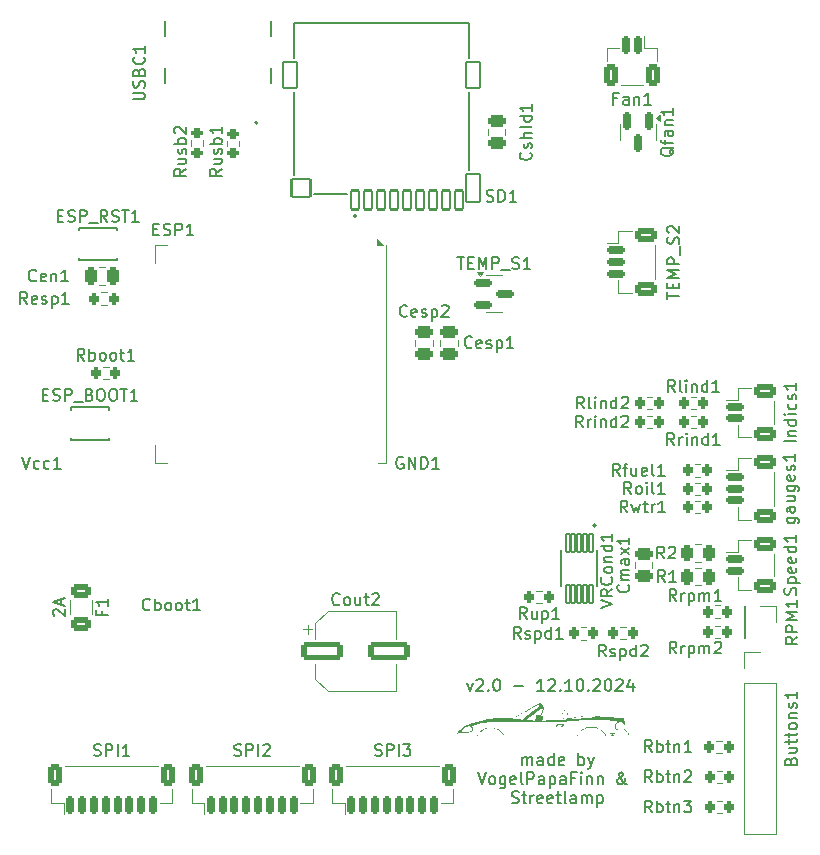
<source format=gbr>
%TF.GenerationSoftware,KiCad,Pcbnew,8.0.5*%
%TF.CreationDate,2024-10-16T13:31:43+02:00*%
%TF.ProjectId,Leiterkarte-v2,4c656974-6572-46b6-9172-74652d76322e,rev?*%
%TF.SameCoordinates,Original*%
%TF.FileFunction,Legend,Top*%
%TF.FilePolarity,Positive*%
%FSLAX46Y46*%
G04 Gerber Fmt 4.6, Leading zero omitted, Abs format (unit mm)*
G04 Created by KiCad (PCBNEW 8.0.5) date 2024-10-16 13:31:43*
%MOMM*%
%LPD*%
G01*
G04 APERTURE LIST*
G04 Aperture macros list*
%AMRoundRect*
0 Rectangle with rounded corners*
0 $1 Rounding radius*
0 $2 $3 $4 $5 $6 $7 $8 $9 X,Y pos of 4 corners*
0 Add a 4 corners polygon primitive as box body*
4,1,4,$2,$3,$4,$5,$6,$7,$8,$9,$2,$3,0*
0 Add four circle primitives for the rounded corners*
1,1,$1+$1,$2,$3*
1,1,$1+$1,$4,$5*
1,1,$1+$1,$6,$7*
1,1,$1+$1,$8,$9*
0 Add four rect primitives between the rounded corners*
20,1,$1+$1,$2,$3,$4,$5,0*
20,1,$1+$1,$4,$5,$6,$7,0*
20,1,$1+$1,$6,$7,$8,$9,0*
20,1,$1+$1,$8,$9,$2,$3,0*%
G04 Aperture macros list end*
%ADD10C,0.150000*%
%ADD11C,0.152400*%
%ADD12C,0.120000*%
%ADD13C,0.127000*%
%ADD14C,0.200000*%
%ADD15C,0.000000*%
%ADD16C,0.010000*%
%ADD17R,1.350000X1.800000*%
%ADD18RoundRect,0.200000X0.200000X0.275000X-0.200000X0.275000X-0.200000X-0.275000X0.200000X-0.275000X0*%
%ADD19R,0.900000X1.500000*%
%ADD20R,1.500000X0.900000*%
%ADD21C,0.600000*%
%ADD22R,3.900000X3.900000*%
%ADD23RoundRect,0.250000X-0.625000X0.375000X-0.625000X-0.375000X0.625000X-0.375000X0.625000X0.375000X0*%
%ADD24RoundRect,0.250000X0.475000X-0.250000X0.475000X0.250000X-0.475000X0.250000X-0.475000X-0.250000X0*%
%ADD25RoundRect,0.150000X-0.625000X0.150000X-0.625000X-0.150000X0.625000X-0.150000X0.625000X0.150000X0*%
%ADD26RoundRect,0.250000X-0.650000X0.350000X-0.650000X-0.350000X0.650000X-0.350000X0.650000X0.350000X0*%
%ADD27C,1.000000*%
%ADD28RoundRect,0.102000X0.350000X0.800000X-0.350000X0.800000X-0.350000X-0.800000X0.350000X-0.800000X0*%
%ADD29RoundRect,0.102000X0.600000X1.200000X-0.600000X1.200000X-0.600000X-1.200000X0.600000X-1.200000X0*%
%ADD30RoundRect,0.102000X0.800000X0.750000X-0.800000X0.750000X-0.800000X-0.750000X0.800000X-0.750000X0*%
%ADD31RoundRect,0.102000X0.600000X1.100000X-0.600000X1.100000X-0.600000X-1.100000X0.600000X-1.100000X0*%
%ADD32RoundRect,0.200000X-0.200000X-0.275000X0.200000X-0.275000X0.200000X0.275000X-0.200000X0.275000X0*%
%ADD33RoundRect,0.200000X-0.275000X0.200000X-0.275000X-0.200000X0.275000X-0.200000X0.275000X0.200000X0*%
%ADD34RoundRect,0.250000X-0.475000X0.250000X-0.475000X-0.250000X0.475000X-0.250000X0.475000X0.250000X0*%
%ADD35RoundRect,0.250000X0.262500X0.450000X-0.262500X0.450000X-0.262500X-0.450000X0.262500X-0.450000X0*%
%ADD36RoundRect,0.150000X-0.150000X0.587500X-0.150000X-0.587500X0.150000X-0.587500X0.150000X0.587500X0*%
%ADD37R,1.700000X1.700000*%
%ADD38O,1.700000X1.700000*%
%ADD39C,0.650000*%
%ADD40O,1.204000X2.304000*%
%ADD41O,1.204000X2.004000*%
%ADD42RoundRect,0.150000X-0.150000X-0.625000X0.150000X-0.625000X0.150000X0.625000X-0.150000X0.625000X0*%
%ADD43RoundRect,0.250000X-0.350000X-0.650000X0.350000X-0.650000X0.350000X0.650000X-0.350000X0.650000X0*%
%ADD44C,6.400000*%
%ADD45RoundRect,0.250000X-0.250000X-0.475000X0.250000X-0.475000X0.250000X0.475000X-0.250000X0.475000X0*%
%ADD46RoundRect,0.060500X-0.181500X0.776500X-0.181500X-0.776500X0.181500X-0.776500X0.181500X0.776500X0*%
%ADD47RoundRect,0.150000X0.150000X0.625000X-0.150000X0.625000X-0.150000X-0.625000X0.150000X-0.625000X0*%
%ADD48RoundRect,0.250000X0.350000X0.650000X-0.350000X0.650000X-0.350000X-0.650000X0.350000X-0.650000X0*%
%ADD49RoundRect,0.250000X-1.500000X-0.550000X1.500000X-0.550000X1.500000X0.550000X-1.500000X0.550000X0*%
%ADD50RoundRect,0.150000X-0.587500X-0.150000X0.587500X-0.150000X0.587500X0.150000X-0.587500X0.150000X0*%
G04 APERTURE END LIST*
D10*
X126279065Y-104658093D02*
X126517160Y-105324760D01*
X126517160Y-105324760D02*
X126755255Y-104658093D01*
X127088589Y-104419998D02*
X127136208Y-104372379D01*
X127136208Y-104372379D02*
X127231446Y-104324760D01*
X127231446Y-104324760D02*
X127469541Y-104324760D01*
X127469541Y-104324760D02*
X127564779Y-104372379D01*
X127564779Y-104372379D02*
X127612398Y-104419998D01*
X127612398Y-104419998D02*
X127660017Y-104515236D01*
X127660017Y-104515236D02*
X127660017Y-104610474D01*
X127660017Y-104610474D02*
X127612398Y-104753331D01*
X127612398Y-104753331D02*
X127040970Y-105324760D01*
X127040970Y-105324760D02*
X127660017Y-105324760D01*
X128088589Y-105229521D02*
X128136208Y-105277141D01*
X128136208Y-105277141D02*
X128088589Y-105324760D01*
X128088589Y-105324760D02*
X128040970Y-105277141D01*
X128040970Y-105277141D02*
X128088589Y-105229521D01*
X128088589Y-105229521D02*
X128088589Y-105324760D01*
X128755255Y-104324760D02*
X128850493Y-104324760D01*
X128850493Y-104324760D02*
X128945731Y-104372379D01*
X128945731Y-104372379D02*
X128993350Y-104419998D01*
X128993350Y-104419998D02*
X129040969Y-104515236D01*
X129040969Y-104515236D02*
X129088588Y-104705712D01*
X129088588Y-104705712D02*
X129088588Y-104943807D01*
X129088588Y-104943807D02*
X129040969Y-105134283D01*
X129040969Y-105134283D02*
X128993350Y-105229521D01*
X128993350Y-105229521D02*
X128945731Y-105277141D01*
X128945731Y-105277141D02*
X128850493Y-105324760D01*
X128850493Y-105324760D02*
X128755255Y-105324760D01*
X128755255Y-105324760D02*
X128660017Y-105277141D01*
X128660017Y-105277141D02*
X128612398Y-105229521D01*
X128612398Y-105229521D02*
X128564779Y-105134283D01*
X128564779Y-105134283D02*
X128517160Y-104943807D01*
X128517160Y-104943807D02*
X128517160Y-104705712D01*
X128517160Y-104705712D02*
X128564779Y-104515236D01*
X128564779Y-104515236D02*
X128612398Y-104419998D01*
X128612398Y-104419998D02*
X128660017Y-104372379D01*
X128660017Y-104372379D02*
X128755255Y-104324760D01*
X130279065Y-104943807D02*
X131040970Y-104943807D01*
X132802874Y-105324760D02*
X132231446Y-105324760D01*
X132517160Y-105324760D02*
X132517160Y-104324760D01*
X132517160Y-104324760D02*
X132421922Y-104467617D01*
X132421922Y-104467617D02*
X132326684Y-104562855D01*
X132326684Y-104562855D02*
X132231446Y-104610474D01*
X133183827Y-104419998D02*
X133231446Y-104372379D01*
X133231446Y-104372379D02*
X133326684Y-104324760D01*
X133326684Y-104324760D02*
X133564779Y-104324760D01*
X133564779Y-104324760D02*
X133660017Y-104372379D01*
X133660017Y-104372379D02*
X133707636Y-104419998D01*
X133707636Y-104419998D02*
X133755255Y-104515236D01*
X133755255Y-104515236D02*
X133755255Y-104610474D01*
X133755255Y-104610474D02*
X133707636Y-104753331D01*
X133707636Y-104753331D02*
X133136208Y-105324760D01*
X133136208Y-105324760D02*
X133755255Y-105324760D01*
X134183827Y-105229521D02*
X134231446Y-105277141D01*
X134231446Y-105277141D02*
X134183827Y-105324760D01*
X134183827Y-105324760D02*
X134136208Y-105277141D01*
X134136208Y-105277141D02*
X134183827Y-105229521D01*
X134183827Y-105229521D02*
X134183827Y-105324760D01*
X135183826Y-105324760D02*
X134612398Y-105324760D01*
X134898112Y-105324760D02*
X134898112Y-104324760D01*
X134898112Y-104324760D02*
X134802874Y-104467617D01*
X134802874Y-104467617D02*
X134707636Y-104562855D01*
X134707636Y-104562855D02*
X134612398Y-104610474D01*
X135802874Y-104324760D02*
X135898112Y-104324760D01*
X135898112Y-104324760D02*
X135993350Y-104372379D01*
X135993350Y-104372379D02*
X136040969Y-104419998D01*
X136040969Y-104419998D02*
X136088588Y-104515236D01*
X136088588Y-104515236D02*
X136136207Y-104705712D01*
X136136207Y-104705712D02*
X136136207Y-104943807D01*
X136136207Y-104943807D02*
X136088588Y-105134283D01*
X136088588Y-105134283D02*
X136040969Y-105229521D01*
X136040969Y-105229521D02*
X135993350Y-105277141D01*
X135993350Y-105277141D02*
X135898112Y-105324760D01*
X135898112Y-105324760D02*
X135802874Y-105324760D01*
X135802874Y-105324760D02*
X135707636Y-105277141D01*
X135707636Y-105277141D02*
X135660017Y-105229521D01*
X135660017Y-105229521D02*
X135612398Y-105134283D01*
X135612398Y-105134283D02*
X135564779Y-104943807D01*
X135564779Y-104943807D02*
X135564779Y-104705712D01*
X135564779Y-104705712D02*
X135612398Y-104515236D01*
X135612398Y-104515236D02*
X135660017Y-104419998D01*
X135660017Y-104419998D02*
X135707636Y-104372379D01*
X135707636Y-104372379D02*
X135802874Y-104324760D01*
X136564779Y-105229521D02*
X136612398Y-105277141D01*
X136612398Y-105277141D02*
X136564779Y-105324760D01*
X136564779Y-105324760D02*
X136517160Y-105277141D01*
X136517160Y-105277141D02*
X136564779Y-105229521D01*
X136564779Y-105229521D02*
X136564779Y-105324760D01*
X136993350Y-104419998D02*
X137040969Y-104372379D01*
X137040969Y-104372379D02*
X137136207Y-104324760D01*
X137136207Y-104324760D02*
X137374302Y-104324760D01*
X137374302Y-104324760D02*
X137469540Y-104372379D01*
X137469540Y-104372379D02*
X137517159Y-104419998D01*
X137517159Y-104419998D02*
X137564778Y-104515236D01*
X137564778Y-104515236D02*
X137564778Y-104610474D01*
X137564778Y-104610474D02*
X137517159Y-104753331D01*
X137517159Y-104753331D02*
X136945731Y-105324760D01*
X136945731Y-105324760D02*
X137564778Y-105324760D01*
X138183826Y-104324760D02*
X138279064Y-104324760D01*
X138279064Y-104324760D02*
X138374302Y-104372379D01*
X138374302Y-104372379D02*
X138421921Y-104419998D01*
X138421921Y-104419998D02*
X138469540Y-104515236D01*
X138469540Y-104515236D02*
X138517159Y-104705712D01*
X138517159Y-104705712D02*
X138517159Y-104943807D01*
X138517159Y-104943807D02*
X138469540Y-105134283D01*
X138469540Y-105134283D02*
X138421921Y-105229521D01*
X138421921Y-105229521D02*
X138374302Y-105277141D01*
X138374302Y-105277141D02*
X138279064Y-105324760D01*
X138279064Y-105324760D02*
X138183826Y-105324760D01*
X138183826Y-105324760D02*
X138088588Y-105277141D01*
X138088588Y-105277141D02*
X138040969Y-105229521D01*
X138040969Y-105229521D02*
X137993350Y-105134283D01*
X137993350Y-105134283D02*
X137945731Y-104943807D01*
X137945731Y-104943807D02*
X137945731Y-104705712D01*
X137945731Y-104705712D02*
X137993350Y-104515236D01*
X137993350Y-104515236D02*
X138040969Y-104419998D01*
X138040969Y-104419998D02*
X138088588Y-104372379D01*
X138088588Y-104372379D02*
X138183826Y-104324760D01*
X138898112Y-104419998D02*
X138945731Y-104372379D01*
X138945731Y-104372379D02*
X139040969Y-104324760D01*
X139040969Y-104324760D02*
X139279064Y-104324760D01*
X139279064Y-104324760D02*
X139374302Y-104372379D01*
X139374302Y-104372379D02*
X139421921Y-104419998D01*
X139421921Y-104419998D02*
X139469540Y-104515236D01*
X139469540Y-104515236D02*
X139469540Y-104610474D01*
X139469540Y-104610474D02*
X139421921Y-104753331D01*
X139421921Y-104753331D02*
X138850493Y-105324760D01*
X138850493Y-105324760D02*
X139469540Y-105324760D01*
X140326683Y-104658093D02*
X140326683Y-105324760D01*
X140088588Y-104277141D02*
X139850493Y-104991426D01*
X139850493Y-104991426D02*
X140469540Y-104991426D01*
X130961333Y-111604872D02*
X130961333Y-110938205D01*
X130961333Y-111033443D02*
X131008952Y-110985824D01*
X131008952Y-110985824D02*
X131104190Y-110938205D01*
X131104190Y-110938205D02*
X131247047Y-110938205D01*
X131247047Y-110938205D02*
X131342285Y-110985824D01*
X131342285Y-110985824D02*
X131389904Y-111081062D01*
X131389904Y-111081062D02*
X131389904Y-111604872D01*
X131389904Y-111081062D02*
X131437523Y-110985824D01*
X131437523Y-110985824D02*
X131532761Y-110938205D01*
X131532761Y-110938205D02*
X131675618Y-110938205D01*
X131675618Y-110938205D02*
X131770857Y-110985824D01*
X131770857Y-110985824D02*
X131818476Y-111081062D01*
X131818476Y-111081062D02*
X131818476Y-111604872D01*
X132723237Y-111604872D02*
X132723237Y-111081062D01*
X132723237Y-111081062D02*
X132675618Y-110985824D01*
X132675618Y-110985824D02*
X132580380Y-110938205D01*
X132580380Y-110938205D02*
X132389904Y-110938205D01*
X132389904Y-110938205D02*
X132294666Y-110985824D01*
X132723237Y-111557253D02*
X132627999Y-111604872D01*
X132627999Y-111604872D02*
X132389904Y-111604872D01*
X132389904Y-111604872D02*
X132294666Y-111557253D01*
X132294666Y-111557253D02*
X132247047Y-111462014D01*
X132247047Y-111462014D02*
X132247047Y-111366776D01*
X132247047Y-111366776D02*
X132294666Y-111271538D01*
X132294666Y-111271538D02*
X132389904Y-111223919D01*
X132389904Y-111223919D02*
X132627999Y-111223919D01*
X132627999Y-111223919D02*
X132723237Y-111176300D01*
X133627999Y-111604872D02*
X133627999Y-110604872D01*
X133627999Y-111557253D02*
X133532761Y-111604872D01*
X133532761Y-111604872D02*
X133342285Y-111604872D01*
X133342285Y-111604872D02*
X133247047Y-111557253D01*
X133247047Y-111557253D02*
X133199428Y-111509633D01*
X133199428Y-111509633D02*
X133151809Y-111414395D01*
X133151809Y-111414395D02*
X133151809Y-111128681D01*
X133151809Y-111128681D02*
X133199428Y-111033443D01*
X133199428Y-111033443D02*
X133247047Y-110985824D01*
X133247047Y-110985824D02*
X133342285Y-110938205D01*
X133342285Y-110938205D02*
X133532761Y-110938205D01*
X133532761Y-110938205D02*
X133627999Y-110985824D01*
X134485142Y-111557253D02*
X134389904Y-111604872D01*
X134389904Y-111604872D02*
X134199428Y-111604872D01*
X134199428Y-111604872D02*
X134104190Y-111557253D01*
X134104190Y-111557253D02*
X134056571Y-111462014D01*
X134056571Y-111462014D02*
X134056571Y-111081062D01*
X134056571Y-111081062D02*
X134104190Y-110985824D01*
X134104190Y-110985824D02*
X134199428Y-110938205D01*
X134199428Y-110938205D02*
X134389904Y-110938205D01*
X134389904Y-110938205D02*
X134485142Y-110985824D01*
X134485142Y-110985824D02*
X134532761Y-111081062D01*
X134532761Y-111081062D02*
X134532761Y-111176300D01*
X134532761Y-111176300D02*
X134056571Y-111271538D01*
X135723238Y-111604872D02*
X135723238Y-110604872D01*
X135723238Y-110985824D02*
X135818476Y-110938205D01*
X135818476Y-110938205D02*
X136008952Y-110938205D01*
X136008952Y-110938205D02*
X136104190Y-110985824D01*
X136104190Y-110985824D02*
X136151809Y-111033443D01*
X136151809Y-111033443D02*
X136199428Y-111128681D01*
X136199428Y-111128681D02*
X136199428Y-111414395D01*
X136199428Y-111414395D02*
X136151809Y-111509633D01*
X136151809Y-111509633D02*
X136104190Y-111557253D01*
X136104190Y-111557253D02*
X136008952Y-111604872D01*
X136008952Y-111604872D02*
X135818476Y-111604872D01*
X135818476Y-111604872D02*
X135723238Y-111557253D01*
X136532762Y-110938205D02*
X136770857Y-111604872D01*
X137008952Y-110938205D02*
X136770857Y-111604872D01*
X136770857Y-111604872D02*
X136675619Y-111842967D01*
X136675619Y-111842967D02*
X136628000Y-111890586D01*
X136628000Y-111890586D02*
X136532762Y-111938205D01*
X127199428Y-112214816D02*
X127532761Y-113214816D01*
X127532761Y-113214816D02*
X127866094Y-112214816D01*
X128342285Y-113214816D02*
X128247047Y-113167197D01*
X128247047Y-113167197D02*
X128199428Y-113119577D01*
X128199428Y-113119577D02*
X128151809Y-113024339D01*
X128151809Y-113024339D02*
X128151809Y-112738625D01*
X128151809Y-112738625D02*
X128199428Y-112643387D01*
X128199428Y-112643387D02*
X128247047Y-112595768D01*
X128247047Y-112595768D02*
X128342285Y-112548149D01*
X128342285Y-112548149D02*
X128485142Y-112548149D01*
X128485142Y-112548149D02*
X128580380Y-112595768D01*
X128580380Y-112595768D02*
X128627999Y-112643387D01*
X128627999Y-112643387D02*
X128675618Y-112738625D01*
X128675618Y-112738625D02*
X128675618Y-113024339D01*
X128675618Y-113024339D02*
X128627999Y-113119577D01*
X128627999Y-113119577D02*
X128580380Y-113167197D01*
X128580380Y-113167197D02*
X128485142Y-113214816D01*
X128485142Y-113214816D02*
X128342285Y-113214816D01*
X129532761Y-112548149D02*
X129532761Y-113357673D01*
X129532761Y-113357673D02*
X129485142Y-113452911D01*
X129485142Y-113452911D02*
X129437523Y-113500530D01*
X129437523Y-113500530D02*
X129342285Y-113548149D01*
X129342285Y-113548149D02*
X129199428Y-113548149D01*
X129199428Y-113548149D02*
X129104190Y-113500530D01*
X129532761Y-113167197D02*
X129437523Y-113214816D01*
X129437523Y-113214816D02*
X129247047Y-113214816D01*
X129247047Y-113214816D02*
X129151809Y-113167197D01*
X129151809Y-113167197D02*
X129104190Y-113119577D01*
X129104190Y-113119577D02*
X129056571Y-113024339D01*
X129056571Y-113024339D02*
X129056571Y-112738625D01*
X129056571Y-112738625D02*
X129104190Y-112643387D01*
X129104190Y-112643387D02*
X129151809Y-112595768D01*
X129151809Y-112595768D02*
X129247047Y-112548149D01*
X129247047Y-112548149D02*
X129437523Y-112548149D01*
X129437523Y-112548149D02*
X129532761Y-112595768D01*
X130389904Y-113167197D02*
X130294666Y-113214816D01*
X130294666Y-113214816D02*
X130104190Y-113214816D01*
X130104190Y-113214816D02*
X130008952Y-113167197D01*
X130008952Y-113167197D02*
X129961333Y-113071958D01*
X129961333Y-113071958D02*
X129961333Y-112691006D01*
X129961333Y-112691006D02*
X130008952Y-112595768D01*
X130008952Y-112595768D02*
X130104190Y-112548149D01*
X130104190Y-112548149D02*
X130294666Y-112548149D01*
X130294666Y-112548149D02*
X130389904Y-112595768D01*
X130389904Y-112595768D02*
X130437523Y-112691006D01*
X130437523Y-112691006D02*
X130437523Y-112786244D01*
X130437523Y-112786244D02*
X129961333Y-112881482D01*
X131008952Y-113214816D02*
X130913714Y-113167197D01*
X130913714Y-113167197D02*
X130866095Y-113071958D01*
X130866095Y-113071958D02*
X130866095Y-112214816D01*
X131389905Y-113214816D02*
X131389905Y-112214816D01*
X131389905Y-112214816D02*
X131770857Y-112214816D01*
X131770857Y-112214816D02*
X131866095Y-112262435D01*
X131866095Y-112262435D02*
X131913714Y-112310054D01*
X131913714Y-112310054D02*
X131961333Y-112405292D01*
X131961333Y-112405292D02*
X131961333Y-112548149D01*
X131961333Y-112548149D02*
X131913714Y-112643387D01*
X131913714Y-112643387D02*
X131866095Y-112691006D01*
X131866095Y-112691006D02*
X131770857Y-112738625D01*
X131770857Y-112738625D02*
X131389905Y-112738625D01*
X132818476Y-113214816D02*
X132818476Y-112691006D01*
X132818476Y-112691006D02*
X132770857Y-112595768D01*
X132770857Y-112595768D02*
X132675619Y-112548149D01*
X132675619Y-112548149D02*
X132485143Y-112548149D01*
X132485143Y-112548149D02*
X132389905Y-112595768D01*
X132818476Y-113167197D02*
X132723238Y-113214816D01*
X132723238Y-113214816D02*
X132485143Y-113214816D01*
X132485143Y-113214816D02*
X132389905Y-113167197D01*
X132389905Y-113167197D02*
X132342286Y-113071958D01*
X132342286Y-113071958D02*
X132342286Y-112976720D01*
X132342286Y-112976720D02*
X132389905Y-112881482D01*
X132389905Y-112881482D02*
X132485143Y-112833863D01*
X132485143Y-112833863D02*
X132723238Y-112833863D01*
X132723238Y-112833863D02*
X132818476Y-112786244D01*
X133294667Y-112548149D02*
X133294667Y-113548149D01*
X133294667Y-112595768D02*
X133389905Y-112548149D01*
X133389905Y-112548149D02*
X133580381Y-112548149D01*
X133580381Y-112548149D02*
X133675619Y-112595768D01*
X133675619Y-112595768D02*
X133723238Y-112643387D01*
X133723238Y-112643387D02*
X133770857Y-112738625D01*
X133770857Y-112738625D02*
X133770857Y-113024339D01*
X133770857Y-113024339D02*
X133723238Y-113119577D01*
X133723238Y-113119577D02*
X133675619Y-113167197D01*
X133675619Y-113167197D02*
X133580381Y-113214816D01*
X133580381Y-113214816D02*
X133389905Y-113214816D01*
X133389905Y-113214816D02*
X133294667Y-113167197D01*
X134628000Y-113214816D02*
X134628000Y-112691006D01*
X134628000Y-112691006D02*
X134580381Y-112595768D01*
X134580381Y-112595768D02*
X134485143Y-112548149D01*
X134485143Y-112548149D02*
X134294667Y-112548149D01*
X134294667Y-112548149D02*
X134199429Y-112595768D01*
X134628000Y-113167197D02*
X134532762Y-113214816D01*
X134532762Y-113214816D02*
X134294667Y-113214816D01*
X134294667Y-113214816D02*
X134199429Y-113167197D01*
X134199429Y-113167197D02*
X134151810Y-113071958D01*
X134151810Y-113071958D02*
X134151810Y-112976720D01*
X134151810Y-112976720D02*
X134199429Y-112881482D01*
X134199429Y-112881482D02*
X134294667Y-112833863D01*
X134294667Y-112833863D02*
X134532762Y-112833863D01*
X134532762Y-112833863D02*
X134628000Y-112786244D01*
X135437524Y-112691006D02*
X135104191Y-112691006D01*
X135104191Y-113214816D02*
X135104191Y-112214816D01*
X135104191Y-112214816D02*
X135580381Y-112214816D01*
X135961334Y-113214816D02*
X135961334Y-112548149D01*
X135961334Y-112214816D02*
X135913715Y-112262435D01*
X135913715Y-112262435D02*
X135961334Y-112310054D01*
X135961334Y-112310054D02*
X136008953Y-112262435D01*
X136008953Y-112262435D02*
X135961334Y-112214816D01*
X135961334Y-112214816D02*
X135961334Y-112310054D01*
X136437524Y-112548149D02*
X136437524Y-113214816D01*
X136437524Y-112643387D02*
X136485143Y-112595768D01*
X136485143Y-112595768D02*
X136580381Y-112548149D01*
X136580381Y-112548149D02*
X136723238Y-112548149D01*
X136723238Y-112548149D02*
X136818476Y-112595768D01*
X136818476Y-112595768D02*
X136866095Y-112691006D01*
X136866095Y-112691006D02*
X136866095Y-113214816D01*
X137342286Y-112548149D02*
X137342286Y-113214816D01*
X137342286Y-112643387D02*
X137389905Y-112595768D01*
X137389905Y-112595768D02*
X137485143Y-112548149D01*
X137485143Y-112548149D02*
X137628000Y-112548149D01*
X137628000Y-112548149D02*
X137723238Y-112595768D01*
X137723238Y-112595768D02*
X137770857Y-112691006D01*
X137770857Y-112691006D02*
X137770857Y-113214816D01*
X139818477Y-113214816D02*
X139770858Y-113214816D01*
X139770858Y-113214816D02*
X139675619Y-113167197D01*
X139675619Y-113167197D02*
X139532762Y-113024339D01*
X139532762Y-113024339D02*
X139294667Y-112738625D01*
X139294667Y-112738625D02*
X139199429Y-112595768D01*
X139199429Y-112595768D02*
X139151810Y-112452911D01*
X139151810Y-112452911D02*
X139151810Y-112357673D01*
X139151810Y-112357673D02*
X139199429Y-112262435D01*
X139199429Y-112262435D02*
X139294667Y-112214816D01*
X139294667Y-112214816D02*
X139342286Y-112214816D01*
X139342286Y-112214816D02*
X139437524Y-112262435D01*
X139437524Y-112262435D02*
X139485143Y-112357673D01*
X139485143Y-112357673D02*
X139485143Y-112405292D01*
X139485143Y-112405292D02*
X139437524Y-112500530D01*
X139437524Y-112500530D02*
X139389905Y-112548149D01*
X139389905Y-112548149D02*
X139104191Y-112738625D01*
X139104191Y-112738625D02*
X139056572Y-112786244D01*
X139056572Y-112786244D02*
X139008953Y-112881482D01*
X139008953Y-112881482D02*
X139008953Y-113024339D01*
X139008953Y-113024339D02*
X139056572Y-113119577D01*
X139056572Y-113119577D02*
X139104191Y-113167197D01*
X139104191Y-113167197D02*
X139199429Y-113214816D01*
X139199429Y-113214816D02*
X139342286Y-113214816D01*
X139342286Y-113214816D02*
X139437524Y-113167197D01*
X139437524Y-113167197D02*
X139485143Y-113119577D01*
X139485143Y-113119577D02*
X139628000Y-112929101D01*
X139628000Y-112929101D02*
X139675619Y-112786244D01*
X139675619Y-112786244D02*
X139675619Y-112691006D01*
X130080380Y-114777141D02*
X130223237Y-114824760D01*
X130223237Y-114824760D02*
X130461332Y-114824760D01*
X130461332Y-114824760D02*
X130556570Y-114777141D01*
X130556570Y-114777141D02*
X130604189Y-114729521D01*
X130604189Y-114729521D02*
X130651808Y-114634283D01*
X130651808Y-114634283D02*
X130651808Y-114539045D01*
X130651808Y-114539045D02*
X130604189Y-114443807D01*
X130604189Y-114443807D02*
X130556570Y-114396188D01*
X130556570Y-114396188D02*
X130461332Y-114348569D01*
X130461332Y-114348569D02*
X130270856Y-114300950D01*
X130270856Y-114300950D02*
X130175618Y-114253331D01*
X130175618Y-114253331D02*
X130127999Y-114205712D01*
X130127999Y-114205712D02*
X130080380Y-114110474D01*
X130080380Y-114110474D02*
X130080380Y-114015236D01*
X130080380Y-114015236D02*
X130127999Y-113919998D01*
X130127999Y-113919998D02*
X130175618Y-113872379D01*
X130175618Y-113872379D02*
X130270856Y-113824760D01*
X130270856Y-113824760D02*
X130508951Y-113824760D01*
X130508951Y-113824760D02*
X130651808Y-113872379D01*
X130937523Y-114158093D02*
X131318475Y-114158093D01*
X131080380Y-113824760D02*
X131080380Y-114681902D01*
X131080380Y-114681902D02*
X131127999Y-114777141D01*
X131127999Y-114777141D02*
X131223237Y-114824760D01*
X131223237Y-114824760D02*
X131318475Y-114824760D01*
X131651809Y-114824760D02*
X131651809Y-114158093D01*
X131651809Y-114348569D02*
X131699428Y-114253331D01*
X131699428Y-114253331D02*
X131747047Y-114205712D01*
X131747047Y-114205712D02*
X131842285Y-114158093D01*
X131842285Y-114158093D02*
X131937523Y-114158093D01*
X132651809Y-114777141D02*
X132556571Y-114824760D01*
X132556571Y-114824760D02*
X132366095Y-114824760D01*
X132366095Y-114824760D02*
X132270857Y-114777141D01*
X132270857Y-114777141D02*
X132223238Y-114681902D01*
X132223238Y-114681902D02*
X132223238Y-114300950D01*
X132223238Y-114300950D02*
X132270857Y-114205712D01*
X132270857Y-114205712D02*
X132366095Y-114158093D01*
X132366095Y-114158093D02*
X132556571Y-114158093D01*
X132556571Y-114158093D02*
X132651809Y-114205712D01*
X132651809Y-114205712D02*
X132699428Y-114300950D01*
X132699428Y-114300950D02*
X132699428Y-114396188D01*
X132699428Y-114396188D02*
X132223238Y-114491426D01*
X133508952Y-114777141D02*
X133413714Y-114824760D01*
X133413714Y-114824760D02*
X133223238Y-114824760D01*
X133223238Y-114824760D02*
X133128000Y-114777141D01*
X133128000Y-114777141D02*
X133080381Y-114681902D01*
X133080381Y-114681902D02*
X133080381Y-114300950D01*
X133080381Y-114300950D02*
X133128000Y-114205712D01*
X133128000Y-114205712D02*
X133223238Y-114158093D01*
X133223238Y-114158093D02*
X133413714Y-114158093D01*
X133413714Y-114158093D02*
X133508952Y-114205712D01*
X133508952Y-114205712D02*
X133556571Y-114300950D01*
X133556571Y-114300950D02*
X133556571Y-114396188D01*
X133556571Y-114396188D02*
X133080381Y-114491426D01*
X133842286Y-114158093D02*
X134223238Y-114158093D01*
X133985143Y-113824760D02*
X133985143Y-114681902D01*
X133985143Y-114681902D02*
X134032762Y-114777141D01*
X134032762Y-114777141D02*
X134128000Y-114824760D01*
X134128000Y-114824760D02*
X134223238Y-114824760D01*
X134699429Y-114824760D02*
X134604191Y-114777141D01*
X134604191Y-114777141D02*
X134556572Y-114681902D01*
X134556572Y-114681902D02*
X134556572Y-113824760D01*
X135508953Y-114824760D02*
X135508953Y-114300950D01*
X135508953Y-114300950D02*
X135461334Y-114205712D01*
X135461334Y-114205712D02*
X135366096Y-114158093D01*
X135366096Y-114158093D02*
X135175620Y-114158093D01*
X135175620Y-114158093D02*
X135080382Y-114205712D01*
X135508953Y-114777141D02*
X135413715Y-114824760D01*
X135413715Y-114824760D02*
X135175620Y-114824760D01*
X135175620Y-114824760D02*
X135080382Y-114777141D01*
X135080382Y-114777141D02*
X135032763Y-114681902D01*
X135032763Y-114681902D02*
X135032763Y-114586664D01*
X135032763Y-114586664D02*
X135080382Y-114491426D01*
X135080382Y-114491426D02*
X135175620Y-114443807D01*
X135175620Y-114443807D02*
X135413715Y-114443807D01*
X135413715Y-114443807D02*
X135508953Y-114396188D01*
X135985144Y-114824760D02*
X135985144Y-114158093D01*
X135985144Y-114253331D02*
X136032763Y-114205712D01*
X136032763Y-114205712D02*
X136128001Y-114158093D01*
X136128001Y-114158093D02*
X136270858Y-114158093D01*
X136270858Y-114158093D02*
X136366096Y-114205712D01*
X136366096Y-114205712D02*
X136413715Y-114300950D01*
X136413715Y-114300950D02*
X136413715Y-114824760D01*
X136413715Y-114300950D02*
X136461334Y-114205712D01*
X136461334Y-114205712D02*
X136556572Y-114158093D01*
X136556572Y-114158093D02*
X136699429Y-114158093D01*
X136699429Y-114158093D02*
X136794668Y-114205712D01*
X136794668Y-114205712D02*
X136842287Y-114300950D01*
X136842287Y-114300950D02*
X136842287Y-114824760D01*
X137318477Y-114158093D02*
X137318477Y-115158093D01*
X137318477Y-114205712D02*
X137413715Y-114158093D01*
X137413715Y-114158093D02*
X137604191Y-114158093D01*
X137604191Y-114158093D02*
X137699429Y-114205712D01*
X137699429Y-114205712D02*
X137747048Y-114253331D01*
X137747048Y-114253331D02*
X137794667Y-114348569D01*
X137794667Y-114348569D02*
X137794667Y-114634283D01*
X137794667Y-114634283D02*
X137747048Y-114729521D01*
X137747048Y-114729521D02*
X137699429Y-114777141D01*
X137699429Y-114777141D02*
X137604191Y-114824760D01*
X137604191Y-114824760D02*
X137413715Y-114824760D01*
X137413715Y-114824760D02*
X137318477Y-114777141D01*
X91645238Y-65081009D02*
X91978571Y-65081009D01*
X92121428Y-65604819D02*
X91645238Y-65604819D01*
X91645238Y-65604819D02*
X91645238Y-64604819D01*
X91645238Y-64604819D02*
X92121428Y-64604819D01*
X92502381Y-65557200D02*
X92645238Y-65604819D01*
X92645238Y-65604819D02*
X92883333Y-65604819D01*
X92883333Y-65604819D02*
X92978571Y-65557200D01*
X92978571Y-65557200D02*
X93026190Y-65509580D01*
X93026190Y-65509580D02*
X93073809Y-65414342D01*
X93073809Y-65414342D02*
X93073809Y-65319104D01*
X93073809Y-65319104D02*
X93026190Y-65223866D01*
X93026190Y-65223866D02*
X92978571Y-65176247D01*
X92978571Y-65176247D02*
X92883333Y-65128628D01*
X92883333Y-65128628D02*
X92692857Y-65081009D01*
X92692857Y-65081009D02*
X92597619Y-65033390D01*
X92597619Y-65033390D02*
X92550000Y-64985771D01*
X92550000Y-64985771D02*
X92502381Y-64890533D01*
X92502381Y-64890533D02*
X92502381Y-64795295D01*
X92502381Y-64795295D02*
X92550000Y-64700057D01*
X92550000Y-64700057D02*
X92597619Y-64652438D01*
X92597619Y-64652438D02*
X92692857Y-64604819D01*
X92692857Y-64604819D02*
X92930952Y-64604819D01*
X92930952Y-64604819D02*
X93073809Y-64652438D01*
X93502381Y-65604819D02*
X93502381Y-64604819D01*
X93502381Y-64604819D02*
X93883333Y-64604819D01*
X93883333Y-64604819D02*
X93978571Y-64652438D01*
X93978571Y-64652438D02*
X94026190Y-64700057D01*
X94026190Y-64700057D02*
X94073809Y-64795295D01*
X94073809Y-64795295D02*
X94073809Y-64938152D01*
X94073809Y-64938152D02*
X94026190Y-65033390D01*
X94026190Y-65033390D02*
X93978571Y-65081009D01*
X93978571Y-65081009D02*
X93883333Y-65128628D01*
X93883333Y-65128628D02*
X93502381Y-65128628D01*
X94264286Y-65700057D02*
X95026190Y-65700057D01*
X95835714Y-65604819D02*
X95502381Y-65128628D01*
X95264286Y-65604819D02*
X95264286Y-64604819D01*
X95264286Y-64604819D02*
X95645238Y-64604819D01*
X95645238Y-64604819D02*
X95740476Y-64652438D01*
X95740476Y-64652438D02*
X95788095Y-64700057D01*
X95788095Y-64700057D02*
X95835714Y-64795295D01*
X95835714Y-64795295D02*
X95835714Y-64938152D01*
X95835714Y-64938152D02*
X95788095Y-65033390D01*
X95788095Y-65033390D02*
X95740476Y-65081009D01*
X95740476Y-65081009D02*
X95645238Y-65128628D01*
X95645238Y-65128628D02*
X95264286Y-65128628D01*
X96216667Y-65557200D02*
X96359524Y-65604819D01*
X96359524Y-65604819D02*
X96597619Y-65604819D01*
X96597619Y-65604819D02*
X96692857Y-65557200D01*
X96692857Y-65557200D02*
X96740476Y-65509580D01*
X96740476Y-65509580D02*
X96788095Y-65414342D01*
X96788095Y-65414342D02*
X96788095Y-65319104D01*
X96788095Y-65319104D02*
X96740476Y-65223866D01*
X96740476Y-65223866D02*
X96692857Y-65176247D01*
X96692857Y-65176247D02*
X96597619Y-65128628D01*
X96597619Y-65128628D02*
X96407143Y-65081009D01*
X96407143Y-65081009D02*
X96311905Y-65033390D01*
X96311905Y-65033390D02*
X96264286Y-64985771D01*
X96264286Y-64985771D02*
X96216667Y-64890533D01*
X96216667Y-64890533D02*
X96216667Y-64795295D01*
X96216667Y-64795295D02*
X96264286Y-64700057D01*
X96264286Y-64700057D02*
X96311905Y-64652438D01*
X96311905Y-64652438D02*
X96407143Y-64604819D01*
X96407143Y-64604819D02*
X96645238Y-64604819D01*
X96645238Y-64604819D02*
X96788095Y-64652438D01*
X97073810Y-64604819D02*
X97645238Y-64604819D01*
X97359524Y-65604819D02*
X97359524Y-64604819D01*
X98502381Y-65604819D02*
X97930953Y-65604819D01*
X98216667Y-65604819D02*
X98216667Y-64604819D01*
X98216667Y-64604819D02*
X98121429Y-64747676D01*
X98121429Y-64747676D02*
X98026191Y-64842914D01*
X98026191Y-64842914D02*
X97930953Y-64890533D01*
X90373809Y-80231009D02*
X90707142Y-80231009D01*
X90849999Y-80754819D02*
X90373809Y-80754819D01*
X90373809Y-80754819D02*
X90373809Y-79754819D01*
X90373809Y-79754819D02*
X90849999Y-79754819D01*
X91230952Y-80707200D02*
X91373809Y-80754819D01*
X91373809Y-80754819D02*
X91611904Y-80754819D01*
X91611904Y-80754819D02*
X91707142Y-80707200D01*
X91707142Y-80707200D02*
X91754761Y-80659580D01*
X91754761Y-80659580D02*
X91802380Y-80564342D01*
X91802380Y-80564342D02*
X91802380Y-80469104D01*
X91802380Y-80469104D02*
X91754761Y-80373866D01*
X91754761Y-80373866D02*
X91707142Y-80326247D01*
X91707142Y-80326247D02*
X91611904Y-80278628D01*
X91611904Y-80278628D02*
X91421428Y-80231009D01*
X91421428Y-80231009D02*
X91326190Y-80183390D01*
X91326190Y-80183390D02*
X91278571Y-80135771D01*
X91278571Y-80135771D02*
X91230952Y-80040533D01*
X91230952Y-80040533D02*
X91230952Y-79945295D01*
X91230952Y-79945295D02*
X91278571Y-79850057D01*
X91278571Y-79850057D02*
X91326190Y-79802438D01*
X91326190Y-79802438D02*
X91421428Y-79754819D01*
X91421428Y-79754819D02*
X91659523Y-79754819D01*
X91659523Y-79754819D02*
X91802380Y-79802438D01*
X92230952Y-80754819D02*
X92230952Y-79754819D01*
X92230952Y-79754819D02*
X92611904Y-79754819D01*
X92611904Y-79754819D02*
X92707142Y-79802438D01*
X92707142Y-79802438D02*
X92754761Y-79850057D01*
X92754761Y-79850057D02*
X92802380Y-79945295D01*
X92802380Y-79945295D02*
X92802380Y-80088152D01*
X92802380Y-80088152D02*
X92754761Y-80183390D01*
X92754761Y-80183390D02*
X92707142Y-80231009D01*
X92707142Y-80231009D02*
X92611904Y-80278628D01*
X92611904Y-80278628D02*
X92230952Y-80278628D01*
X92992857Y-80850057D02*
X93754761Y-80850057D01*
X94326190Y-80231009D02*
X94469047Y-80278628D01*
X94469047Y-80278628D02*
X94516666Y-80326247D01*
X94516666Y-80326247D02*
X94564285Y-80421485D01*
X94564285Y-80421485D02*
X94564285Y-80564342D01*
X94564285Y-80564342D02*
X94516666Y-80659580D01*
X94516666Y-80659580D02*
X94469047Y-80707200D01*
X94469047Y-80707200D02*
X94373809Y-80754819D01*
X94373809Y-80754819D02*
X93992857Y-80754819D01*
X93992857Y-80754819D02*
X93992857Y-79754819D01*
X93992857Y-79754819D02*
X94326190Y-79754819D01*
X94326190Y-79754819D02*
X94421428Y-79802438D01*
X94421428Y-79802438D02*
X94469047Y-79850057D01*
X94469047Y-79850057D02*
X94516666Y-79945295D01*
X94516666Y-79945295D02*
X94516666Y-80040533D01*
X94516666Y-80040533D02*
X94469047Y-80135771D01*
X94469047Y-80135771D02*
X94421428Y-80183390D01*
X94421428Y-80183390D02*
X94326190Y-80231009D01*
X94326190Y-80231009D02*
X93992857Y-80231009D01*
X95183333Y-79754819D02*
X95373809Y-79754819D01*
X95373809Y-79754819D02*
X95469047Y-79802438D01*
X95469047Y-79802438D02*
X95564285Y-79897676D01*
X95564285Y-79897676D02*
X95611904Y-80088152D01*
X95611904Y-80088152D02*
X95611904Y-80421485D01*
X95611904Y-80421485D02*
X95564285Y-80611961D01*
X95564285Y-80611961D02*
X95469047Y-80707200D01*
X95469047Y-80707200D02*
X95373809Y-80754819D01*
X95373809Y-80754819D02*
X95183333Y-80754819D01*
X95183333Y-80754819D02*
X95088095Y-80707200D01*
X95088095Y-80707200D02*
X94992857Y-80611961D01*
X94992857Y-80611961D02*
X94945238Y-80421485D01*
X94945238Y-80421485D02*
X94945238Y-80088152D01*
X94945238Y-80088152D02*
X94992857Y-79897676D01*
X94992857Y-79897676D02*
X95088095Y-79802438D01*
X95088095Y-79802438D02*
X95183333Y-79754819D01*
X96230952Y-79754819D02*
X96421428Y-79754819D01*
X96421428Y-79754819D02*
X96516666Y-79802438D01*
X96516666Y-79802438D02*
X96611904Y-79897676D01*
X96611904Y-79897676D02*
X96659523Y-80088152D01*
X96659523Y-80088152D02*
X96659523Y-80421485D01*
X96659523Y-80421485D02*
X96611904Y-80611961D01*
X96611904Y-80611961D02*
X96516666Y-80707200D01*
X96516666Y-80707200D02*
X96421428Y-80754819D01*
X96421428Y-80754819D02*
X96230952Y-80754819D01*
X96230952Y-80754819D02*
X96135714Y-80707200D01*
X96135714Y-80707200D02*
X96040476Y-80611961D01*
X96040476Y-80611961D02*
X95992857Y-80421485D01*
X95992857Y-80421485D02*
X95992857Y-80088152D01*
X95992857Y-80088152D02*
X96040476Y-79897676D01*
X96040476Y-79897676D02*
X96135714Y-79802438D01*
X96135714Y-79802438D02*
X96230952Y-79754819D01*
X96945238Y-79754819D02*
X97516666Y-79754819D01*
X97230952Y-80754819D02*
X97230952Y-79754819D01*
X98373809Y-80754819D02*
X97802381Y-80754819D01*
X98088095Y-80754819D02*
X98088095Y-79754819D01*
X98088095Y-79754819D02*
X97992857Y-79897676D01*
X97992857Y-79897676D02*
X97897619Y-79992914D01*
X97897619Y-79992914D02*
X97802381Y-80040533D01*
X141942856Y-110504819D02*
X141609523Y-110028628D01*
X141371428Y-110504819D02*
X141371428Y-109504819D01*
X141371428Y-109504819D02*
X141752380Y-109504819D01*
X141752380Y-109504819D02*
X141847618Y-109552438D01*
X141847618Y-109552438D02*
X141895237Y-109600057D01*
X141895237Y-109600057D02*
X141942856Y-109695295D01*
X141942856Y-109695295D02*
X141942856Y-109838152D01*
X141942856Y-109838152D02*
X141895237Y-109933390D01*
X141895237Y-109933390D02*
X141847618Y-109981009D01*
X141847618Y-109981009D02*
X141752380Y-110028628D01*
X141752380Y-110028628D02*
X141371428Y-110028628D01*
X142371428Y-110504819D02*
X142371428Y-109504819D01*
X142371428Y-109885771D02*
X142466666Y-109838152D01*
X142466666Y-109838152D02*
X142657142Y-109838152D01*
X142657142Y-109838152D02*
X142752380Y-109885771D01*
X142752380Y-109885771D02*
X142799999Y-109933390D01*
X142799999Y-109933390D02*
X142847618Y-110028628D01*
X142847618Y-110028628D02*
X142847618Y-110314342D01*
X142847618Y-110314342D02*
X142799999Y-110409580D01*
X142799999Y-110409580D02*
X142752380Y-110457200D01*
X142752380Y-110457200D02*
X142657142Y-110504819D01*
X142657142Y-110504819D02*
X142466666Y-110504819D01*
X142466666Y-110504819D02*
X142371428Y-110457200D01*
X143133333Y-109838152D02*
X143514285Y-109838152D01*
X143276190Y-109504819D02*
X143276190Y-110361961D01*
X143276190Y-110361961D02*
X143323809Y-110457200D01*
X143323809Y-110457200D02*
X143419047Y-110504819D01*
X143419047Y-110504819D02*
X143514285Y-110504819D01*
X143847619Y-109838152D02*
X143847619Y-110504819D01*
X143847619Y-109933390D02*
X143895238Y-109885771D01*
X143895238Y-109885771D02*
X143990476Y-109838152D01*
X143990476Y-109838152D02*
X144133333Y-109838152D01*
X144133333Y-109838152D02*
X144228571Y-109885771D01*
X144228571Y-109885771D02*
X144276190Y-109981009D01*
X144276190Y-109981009D02*
X144276190Y-110504819D01*
X145276190Y-110504819D02*
X144704762Y-110504819D01*
X144990476Y-110504819D02*
X144990476Y-109504819D01*
X144990476Y-109504819D02*
X144895238Y-109647676D01*
X144895238Y-109647676D02*
X144800000Y-109742914D01*
X144800000Y-109742914D02*
X144704762Y-109790533D01*
X99733333Y-66231009D02*
X100066666Y-66231009D01*
X100209523Y-66754819D02*
X99733333Y-66754819D01*
X99733333Y-66754819D02*
X99733333Y-65754819D01*
X99733333Y-65754819D02*
X100209523Y-65754819D01*
X100590476Y-66707200D02*
X100733333Y-66754819D01*
X100733333Y-66754819D02*
X100971428Y-66754819D01*
X100971428Y-66754819D02*
X101066666Y-66707200D01*
X101066666Y-66707200D02*
X101114285Y-66659580D01*
X101114285Y-66659580D02*
X101161904Y-66564342D01*
X101161904Y-66564342D02*
X101161904Y-66469104D01*
X101161904Y-66469104D02*
X101114285Y-66373866D01*
X101114285Y-66373866D02*
X101066666Y-66326247D01*
X101066666Y-66326247D02*
X100971428Y-66278628D01*
X100971428Y-66278628D02*
X100780952Y-66231009D01*
X100780952Y-66231009D02*
X100685714Y-66183390D01*
X100685714Y-66183390D02*
X100638095Y-66135771D01*
X100638095Y-66135771D02*
X100590476Y-66040533D01*
X100590476Y-66040533D02*
X100590476Y-65945295D01*
X100590476Y-65945295D02*
X100638095Y-65850057D01*
X100638095Y-65850057D02*
X100685714Y-65802438D01*
X100685714Y-65802438D02*
X100780952Y-65754819D01*
X100780952Y-65754819D02*
X101019047Y-65754819D01*
X101019047Y-65754819D02*
X101161904Y-65802438D01*
X101590476Y-66754819D02*
X101590476Y-65754819D01*
X101590476Y-65754819D02*
X101971428Y-65754819D01*
X101971428Y-65754819D02*
X102066666Y-65802438D01*
X102066666Y-65802438D02*
X102114285Y-65850057D01*
X102114285Y-65850057D02*
X102161904Y-65945295D01*
X102161904Y-65945295D02*
X102161904Y-66088152D01*
X102161904Y-66088152D02*
X102114285Y-66183390D01*
X102114285Y-66183390D02*
X102066666Y-66231009D01*
X102066666Y-66231009D02*
X101971428Y-66278628D01*
X101971428Y-66278628D02*
X101590476Y-66278628D01*
X103114285Y-66754819D02*
X102542857Y-66754819D01*
X102828571Y-66754819D02*
X102828571Y-65754819D01*
X102828571Y-65754819D02*
X102733333Y-65897676D01*
X102733333Y-65897676D02*
X102638095Y-65992914D01*
X102638095Y-65992914D02*
X102542857Y-66040533D01*
X95351009Y-98580133D02*
X95351009Y-98913466D01*
X95874819Y-98913466D02*
X94874819Y-98913466D01*
X94874819Y-98913466D02*
X94874819Y-98437276D01*
X95874819Y-97532514D02*
X95874819Y-98103942D01*
X95874819Y-97818228D02*
X94874819Y-97818228D01*
X94874819Y-97818228D02*
X95017676Y-97913466D01*
X95017676Y-97913466D02*
X95112914Y-98008704D01*
X95112914Y-98008704D02*
X95160533Y-98103942D01*
X91330057Y-98961085D02*
X91282438Y-98913466D01*
X91282438Y-98913466D02*
X91234819Y-98818228D01*
X91234819Y-98818228D02*
X91234819Y-98580133D01*
X91234819Y-98580133D02*
X91282438Y-98484895D01*
X91282438Y-98484895D02*
X91330057Y-98437276D01*
X91330057Y-98437276D02*
X91425295Y-98389657D01*
X91425295Y-98389657D02*
X91520533Y-98389657D01*
X91520533Y-98389657D02*
X91663390Y-98437276D01*
X91663390Y-98437276D02*
X92234819Y-99008704D01*
X92234819Y-99008704D02*
X92234819Y-98389657D01*
X91949104Y-98008704D02*
X91949104Y-97532514D01*
X92234819Y-98103942D02*
X91234819Y-97770609D01*
X91234819Y-97770609D02*
X92234819Y-97437276D01*
X139929580Y-96340476D02*
X139977200Y-96388095D01*
X139977200Y-96388095D02*
X140024819Y-96530952D01*
X140024819Y-96530952D02*
X140024819Y-96626190D01*
X140024819Y-96626190D02*
X139977200Y-96769047D01*
X139977200Y-96769047D02*
X139881961Y-96864285D01*
X139881961Y-96864285D02*
X139786723Y-96911904D01*
X139786723Y-96911904D02*
X139596247Y-96959523D01*
X139596247Y-96959523D02*
X139453390Y-96959523D01*
X139453390Y-96959523D02*
X139262914Y-96911904D01*
X139262914Y-96911904D02*
X139167676Y-96864285D01*
X139167676Y-96864285D02*
X139072438Y-96769047D01*
X139072438Y-96769047D02*
X139024819Y-96626190D01*
X139024819Y-96626190D02*
X139024819Y-96530952D01*
X139024819Y-96530952D02*
X139072438Y-96388095D01*
X139072438Y-96388095D02*
X139120057Y-96340476D01*
X140024819Y-95911904D02*
X139358152Y-95911904D01*
X139453390Y-95911904D02*
X139405771Y-95864285D01*
X139405771Y-95864285D02*
X139358152Y-95769047D01*
X139358152Y-95769047D02*
X139358152Y-95626190D01*
X139358152Y-95626190D02*
X139405771Y-95530952D01*
X139405771Y-95530952D02*
X139501009Y-95483333D01*
X139501009Y-95483333D02*
X140024819Y-95483333D01*
X139501009Y-95483333D02*
X139405771Y-95435714D01*
X139405771Y-95435714D02*
X139358152Y-95340476D01*
X139358152Y-95340476D02*
X139358152Y-95197619D01*
X139358152Y-95197619D02*
X139405771Y-95102380D01*
X139405771Y-95102380D02*
X139501009Y-95054761D01*
X139501009Y-95054761D02*
X140024819Y-95054761D01*
X140024819Y-94150000D02*
X139501009Y-94150000D01*
X139501009Y-94150000D02*
X139405771Y-94197619D01*
X139405771Y-94197619D02*
X139358152Y-94292857D01*
X139358152Y-94292857D02*
X139358152Y-94483333D01*
X139358152Y-94483333D02*
X139405771Y-94578571D01*
X139977200Y-94150000D02*
X140024819Y-94245238D01*
X140024819Y-94245238D02*
X140024819Y-94483333D01*
X140024819Y-94483333D02*
X139977200Y-94578571D01*
X139977200Y-94578571D02*
X139881961Y-94626190D01*
X139881961Y-94626190D02*
X139786723Y-94626190D01*
X139786723Y-94626190D02*
X139691485Y-94578571D01*
X139691485Y-94578571D02*
X139643866Y-94483333D01*
X139643866Y-94483333D02*
X139643866Y-94245238D01*
X139643866Y-94245238D02*
X139596247Y-94150000D01*
X140024819Y-93769047D02*
X139358152Y-93245238D01*
X139358152Y-93769047D02*
X140024819Y-93245238D01*
X140024819Y-92340476D02*
X140024819Y-92911904D01*
X140024819Y-92626190D02*
X139024819Y-92626190D01*
X139024819Y-92626190D02*
X139167676Y-92721428D01*
X139167676Y-92721428D02*
X139262914Y-92816666D01*
X139262914Y-92816666D02*
X139310533Y-92911904D01*
X143254819Y-72142856D02*
X143254819Y-71571428D01*
X144254819Y-71857142D02*
X143254819Y-71857142D01*
X143731009Y-71238094D02*
X143731009Y-70904761D01*
X144254819Y-70761904D02*
X144254819Y-71238094D01*
X144254819Y-71238094D02*
X143254819Y-71238094D01*
X143254819Y-71238094D02*
X143254819Y-70761904D01*
X144254819Y-70333332D02*
X143254819Y-70333332D01*
X143254819Y-70333332D02*
X143969104Y-69999999D01*
X143969104Y-69999999D02*
X143254819Y-69666666D01*
X143254819Y-69666666D02*
X144254819Y-69666666D01*
X144254819Y-69190475D02*
X143254819Y-69190475D01*
X143254819Y-69190475D02*
X143254819Y-68809523D01*
X143254819Y-68809523D02*
X143302438Y-68714285D01*
X143302438Y-68714285D02*
X143350057Y-68666666D01*
X143350057Y-68666666D02*
X143445295Y-68619047D01*
X143445295Y-68619047D02*
X143588152Y-68619047D01*
X143588152Y-68619047D02*
X143683390Y-68666666D01*
X143683390Y-68666666D02*
X143731009Y-68714285D01*
X143731009Y-68714285D02*
X143778628Y-68809523D01*
X143778628Y-68809523D02*
X143778628Y-69190475D01*
X144350057Y-68428571D02*
X144350057Y-67666666D01*
X144207200Y-67476189D02*
X144254819Y-67333332D01*
X144254819Y-67333332D02*
X144254819Y-67095237D01*
X144254819Y-67095237D02*
X144207200Y-66999999D01*
X144207200Y-66999999D02*
X144159580Y-66952380D01*
X144159580Y-66952380D02*
X144064342Y-66904761D01*
X144064342Y-66904761D02*
X143969104Y-66904761D01*
X143969104Y-66904761D02*
X143873866Y-66952380D01*
X143873866Y-66952380D02*
X143826247Y-66999999D01*
X143826247Y-66999999D02*
X143778628Y-67095237D01*
X143778628Y-67095237D02*
X143731009Y-67285713D01*
X143731009Y-67285713D02*
X143683390Y-67380951D01*
X143683390Y-67380951D02*
X143635771Y-67428570D01*
X143635771Y-67428570D02*
X143540533Y-67476189D01*
X143540533Y-67476189D02*
X143445295Y-67476189D01*
X143445295Y-67476189D02*
X143350057Y-67428570D01*
X143350057Y-67428570D02*
X143302438Y-67380951D01*
X143302438Y-67380951D02*
X143254819Y-67285713D01*
X143254819Y-67285713D02*
X143254819Y-67047618D01*
X143254819Y-67047618D02*
X143302438Y-66904761D01*
X143350057Y-66523808D02*
X143302438Y-66476189D01*
X143302438Y-66476189D02*
X143254819Y-66380951D01*
X143254819Y-66380951D02*
X143254819Y-66142856D01*
X143254819Y-66142856D02*
X143302438Y-66047618D01*
X143302438Y-66047618D02*
X143350057Y-65999999D01*
X143350057Y-65999999D02*
X143445295Y-65952380D01*
X143445295Y-65952380D02*
X143540533Y-65952380D01*
X143540533Y-65952380D02*
X143683390Y-65999999D01*
X143683390Y-65999999D02*
X144254819Y-66571427D01*
X144254819Y-66571427D02*
X144254819Y-65952380D01*
X143830952Y-84504819D02*
X143497619Y-84028628D01*
X143259524Y-84504819D02*
X143259524Y-83504819D01*
X143259524Y-83504819D02*
X143640476Y-83504819D01*
X143640476Y-83504819D02*
X143735714Y-83552438D01*
X143735714Y-83552438D02*
X143783333Y-83600057D01*
X143783333Y-83600057D02*
X143830952Y-83695295D01*
X143830952Y-83695295D02*
X143830952Y-83838152D01*
X143830952Y-83838152D02*
X143783333Y-83933390D01*
X143783333Y-83933390D02*
X143735714Y-83981009D01*
X143735714Y-83981009D02*
X143640476Y-84028628D01*
X143640476Y-84028628D02*
X143259524Y-84028628D01*
X144259524Y-84504819D02*
X144259524Y-83838152D01*
X144259524Y-84028628D02*
X144307143Y-83933390D01*
X144307143Y-83933390D02*
X144354762Y-83885771D01*
X144354762Y-83885771D02*
X144450000Y-83838152D01*
X144450000Y-83838152D02*
X144545238Y-83838152D01*
X144878572Y-84504819D02*
X144878572Y-83838152D01*
X144878572Y-83504819D02*
X144830953Y-83552438D01*
X144830953Y-83552438D02*
X144878572Y-83600057D01*
X144878572Y-83600057D02*
X144926191Y-83552438D01*
X144926191Y-83552438D02*
X144878572Y-83504819D01*
X144878572Y-83504819D02*
X144878572Y-83600057D01*
X145354762Y-83838152D02*
X145354762Y-84504819D01*
X145354762Y-83933390D02*
X145402381Y-83885771D01*
X145402381Y-83885771D02*
X145497619Y-83838152D01*
X145497619Y-83838152D02*
X145640476Y-83838152D01*
X145640476Y-83838152D02*
X145735714Y-83885771D01*
X145735714Y-83885771D02*
X145783333Y-83981009D01*
X145783333Y-83981009D02*
X145783333Y-84504819D01*
X146688095Y-84504819D02*
X146688095Y-83504819D01*
X146688095Y-84457200D02*
X146592857Y-84504819D01*
X146592857Y-84504819D02*
X146402381Y-84504819D01*
X146402381Y-84504819D02*
X146307143Y-84457200D01*
X146307143Y-84457200D02*
X146259524Y-84409580D01*
X146259524Y-84409580D02*
X146211905Y-84314342D01*
X146211905Y-84314342D02*
X146211905Y-84028628D01*
X146211905Y-84028628D02*
X146259524Y-83933390D01*
X146259524Y-83933390D02*
X146307143Y-83885771D01*
X146307143Y-83885771D02*
X146402381Y-83838152D01*
X146402381Y-83838152D02*
X146592857Y-83838152D01*
X146592857Y-83838152D02*
X146688095Y-83885771D01*
X147688095Y-84504819D02*
X147116667Y-84504819D01*
X147402381Y-84504819D02*
X147402381Y-83504819D01*
X147402381Y-83504819D02*
X147307143Y-83647676D01*
X147307143Y-83647676D02*
X147211905Y-83742914D01*
X147211905Y-83742914D02*
X147116667Y-83790533D01*
X136178571Y-81404819D02*
X135845238Y-80928628D01*
X135607143Y-81404819D02*
X135607143Y-80404819D01*
X135607143Y-80404819D02*
X135988095Y-80404819D01*
X135988095Y-80404819D02*
X136083333Y-80452438D01*
X136083333Y-80452438D02*
X136130952Y-80500057D01*
X136130952Y-80500057D02*
X136178571Y-80595295D01*
X136178571Y-80595295D02*
X136178571Y-80738152D01*
X136178571Y-80738152D02*
X136130952Y-80833390D01*
X136130952Y-80833390D02*
X136083333Y-80881009D01*
X136083333Y-80881009D02*
X135988095Y-80928628D01*
X135988095Y-80928628D02*
X135607143Y-80928628D01*
X136750000Y-81404819D02*
X136654762Y-81357200D01*
X136654762Y-81357200D02*
X136607143Y-81261961D01*
X136607143Y-81261961D02*
X136607143Y-80404819D01*
X137130953Y-81404819D02*
X137130953Y-80738152D01*
X137130953Y-80404819D02*
X137083334Y-80452438D01*
X137083334Y-80452438D02*
X137130953Y-80500057D01*
X137130953Y-80500057D02*
X137178572Y-80452438D01*
X137178572Y-80452438D02*
X137130953Y-80404819D01*
X137130953Y-80404819D02*
X137130953Y-80500057D01*
X137607143Y-80738152D02*
X137607143Y-81404819D01*
X137607143Y-80833390D02*
X137654762Y-80785771D01*
X137654762Y-80785771D02*
X137750000Y-80738152D01*
X137750000Y-80738152D02*
X137892857Y-80738152D01*
X137892857Y-80738152D02*
X137988095Y-80785771D01*
X137988095Y-80785771D02*
X138035714Y-80881009D01*
X138035714Y-80881009D02*
X138035714Y-81404819D01*
X138940476Y-81404819D02*
X138940476Y-80404819D01*
X138940476Y-81357200D02*
X138845238Y-81404819D01*
X138845238Y-81404819D02*
X138654762Y-81404819D01*
X138654762Y-81404819D02*
X138559524Y-81357200D01*
X138559524Y-81357200D02*
X138511905Y-81309580D01*
X138511905Y-81309580D02*
X138464286Y-81214342D01*
X138464286Y-81214342D02*
X138464286Y-80928628D01*
X138464286Y-80928628D02*
X138511905Y-80833390D01*
X138511905Y-80833390D02*
X138559524Y-80785771D01*
X138559524Y-80785771D02*
X138654762Y-80738152D01*
X138654762Y-80738152D02*
X138845238Y-80738152D01*
X138845238Y-80738152D02*
X138940476Y-80785771D01*
X139369048Y-80500057D02*
X139416667Y-80452438D01*
X139416667Y-80452438D02*
X139511905Y-80404819D01*
X139511905Y-80404819D02*
X139750000Y-80404819D01*
X139750000Y-80404819D02*
X139845238Y-80452438D01*
X139845238Y-80452438D02*
X139892857Y-80500057D01*
X139892857Y-80500057D02*
X139940476Y-80595295D01*
X139940476Y-80595295D02*
X139940476Y-80690533D01*
X139940476Y-80690533D02*
X139892857Y-80833390D01*
X139892857Y-80833390D02*
X139321429Y-81404819D01*
X139321429Y-81404819D02*
X139940476Y-81404819D01*
X127938095Y-63857200D02*
X128080952Y-63904819D01*
X128080952Y-63904819D02*
X128319047Y-63904819D01*
X128319047Y-63904819D02*
X128414285Y-63857200D01*
X128414285Y-63857200D02*
X128461904Y-63809580D01*
X128461904Y-63809580D02*
X128509523Y-63714342D01*
X128509523Y-63714342D02*
X128509523Y-63619104D01*
X128509523Y-63619104D02*
X128461904Y-63523866D01*
X128461904Y-63523866D02*
X128414285Y-63476247D01*
X128414285Y-63476247D02*
X128319047Y-63428628D01*
X128319047Y-63428628D02*
X128128571Y-63381009D01*
X128128571Y-63381009D02*
X128033333Y-63333390D01*
X128033333Y-63333390D02*
X127985714Y-63285771D01*
X127985714Y-63285771D02*
X127938095Y-63190533D01*
X127938095Y-63190533D02*
X127938095Y-63095295D01*
X127938095Y-63095295D02*
X127985714Y-63000057D01*
X127985714Y-63000057D02*
X128033333Y-62952438D01*
X128033333Y-62952438D02*
X128128571Y-62904819D01*
X128128571Y-62904819D02*
X128366666Y-62904819D01*
X128366666Y-62904819D02*
X128509523Y-62952438D01*
X128938095Y-63904819D02*
X128938095Y-62904819D01*
X128938095Y-62904819D02*
X129176190Y-62904819D01*
X129176190Y-62904819D02*
X129319047Y-62952438D01*
X129319047Y-62952438D02*
X129414285Y-63047676D01*
X129414285Y-63047676D02*
X129461904Y-63142914D01*
X129461904Y-63142914D02*
X129509523Y-63333390D01*
X129509523Y-63333390D02*
X129509523Y-63476247D01*
X129509523Y-63476247D02*
X129461904Y-63666723D01*
X129461904Y-63666723D02*
X129414285Y-63761961D01*
X129414285Y-63761961D02*
X129319047Y-63857200D01*
X129319047Y-63857200D02*
X129176190Y-63904819D01*
X129176190Y-63904819D02*
X128938095Y-63904819D01*
X130461904Y-63904819D02*
X129890476Y-63904819D01*
X130176190Y-63904819D02*
X130176190Y-62904819D01*
X130176190Y-62904819D02*
X130080952Y-63047676D01*
X130080952Y-63047676D02*
X129985714Y-63142914D01*
X129985714Y-63142914D02*
X129890476Y-63190533D01*
X130823809Y-100904819D02*
X130490476Y-100428628D01*
X130252381Y-100904819D02*
X130252381Y-99904819D01*
X130252381Y-99904819D02*
X130633333Y-99904819D01*
X130633333Y-99904819D02*
X130728571Y-99952438D01*
X130728571Y-99952438D02*
X130776190Y-100000057D01*
X130776190Y-100000057D02*
X130823809Y-100095295D01*
X130823809Y-100095295D02*
X130823809Y-100238152D01*
X130823809Y-100238152D02*
X130776190Y-100333390D01*
X130776190Y-100333390D02*
X130728571Y-100381009D01*
X130728571Y-100381009D02*
X130633333Y-100428628D01*
X130633333Y-100428628D02*
X130252381Y-100428628D01*
X131204762Y-100857200D02*
X131300000Y-100904819D01*
X131300000Y-100904819D02*
X131490476Y-100904819D01*
X131490476Y-100904819D02*
X131585714Y-100857200D01*
X131585714Y-100857200D02*
X131633333Y-100761961D01*
X131633333Y-100761961D02*
X131633333Y-100714342D01*
X131633333Y-100714342D02*
X131585714Y-100619104D01*
X131585714Y-100619104D02*
X131490476Y-100571485D01*
X131490476Y-100571485D02*
X131347619Y-100571485D01*
X131347619Y-100571485D02*
X131252381Y-100523866D01*
X131252381Y-100523866D02*
X131204762Y-100428628D01*
X131204762Y-100428628D02*
X131204762Y-100381009D01*
X131204762Y-100381009D02*
X131252381Y-100285771D01*
X131252381Y-100285771D02*
X131347619Y-100238152D01*
X131347619Y-100238152D02*
X131490476Y-100238152D01*
X131490476Y-100238152D02*
X131585714Y-100285771D01*
X132061905Y-100238152D02*
X132061905Y-101238152D01*
X132061905Y-100285771D02*
X132157143Y-100238152D01*
X132157143Y-100238152D02*
X132347619Y-100238152D01*
X132347619Y-100238152D02*
X132442857Y-100285771D01*
X132442857Y-100285771D02*
X132490476Y-100333390D01*
X132490476Y-100333390D02*
X132538095Y-100428628D01*
X132538095Y-100428628D02*
X132538095Y-100714342D01*
X132538095Y-100714342D02*
X132490476Y-100809580D01*
X132490476Y-100809580D02*
X132442857Y-100857200D01*
X132442857Y-100857200D02*
X132347619Y-100904819D01*
X132347619Y-100904819D02*
X132157143Y-100904819D01*
X132157143Y-100904819D02*
X132061905Y-100857200D01*
X133395238Y-100904819D02*
X133395238Y-99904819D01*
X133395238Y-100857200D02*
X133300000Y-100904819D01*
X133300000Y-100904819D02*
X133109524Y-100904819D01*
X133109524Y-100904819D02*
X133014286Y-100857200D01*
X133014286Y-100857200D02*
X132966667Y-100809580D01*
X132966667Y-100809580D02*
X132919048Y-100714342D01*
X132919048Y-100714342D02*
X132919048Y-100428628D01*
X132919048Y-100428628D02*
X132966667Y-100333390D01*
X132966667Y-100333390D02*
X133014286Y-100285771D01*
X133014286Y-100285771D02*
X133109524Y-100238152D01*
X133109524Y-100238152D02*
X133300000Y-100238152D01*
X133300000Y-100238152D02*
X133395238Y-100285771D01*
X134395238Y-100904819D02*
X133823810Y-100904819D01*
X134109524Y-100904819D02*
X134109524Y-99904819D01*
X134109524Y-99904819D02*
X134014286Y-100047676D01*
X134014286Y-100047676D02*
X133919048Y-100142914D01*
X133919048Y-100142914D02*
X133823810Y-100190533D01*
X105504819Y-61126190D02*
X105028628Y-61459523D01*
X105504819Y-61697618D02*
X104504819Y-61697618D01*
X104504819Y-61697618D02*
X104504819Y-61316666D01*
X104504819Y-61316666D02*
X104552438Y-61221428D01*
X104552438Y-61221428D02*
X104600057Y-61173809D01*
X104600057Y-61173809D02*
X104695295Y-61126190D01*
X104695295Y-61126190D02*
X104838152Y-61126190D01*
X104838152Y-61126190D02*
X104933390Y-61173809D01*
X104933390Y-61173809D02*
X104981009Y-61221428D01*
X104981009Y-61221428D02*
X105028628Y-61316666D01*
X105028628Y-61316666D02*
X105028628Y-61697618D01*
X104838152Y-60269047D02*
X105504819Y-60269047D01*
X104838152Y-60697618D02*
X105361961Y-60697618D01*
X105361961Y-60697618D02*
X105457200Y-60649999D01*
X105457200Y-60649999D02*
X105504819Y-60554761D01*
X105504819Y-60554761D02*
X105504819Y-60411904D01*
X105504819Y-60411904D02*
X105457200Y-60316666D01*
X105457200Y-60316666D02*
X105409580Y-60269047D01*
X105457200Y-59840475D02*
X105504819Y-59745237D01*
X105504819Y-59745237D02*
X105504819Y-59554761D01*
X105504819Y-59554761D02*
X105457200Y-59459523D01*
X105457200Y-59459523D02*
X105361961Y-59411904D01*
X105361961Y-59411904D02*
X105314342Y-59411904D01*
X105314342Y-59411904D02*
X105219104Y-59459523D01*
X105219104Y-59459523D02*
X105171485Y-59554761D01*
X105171485Y-59554761D02*
X105171485Y-59697618D01*
X105171485Y-59697618D02*
X105123866Y-59792856D01*
X105123866Y-59792856D02*
X105028628Y-59840475D01*
X105028628Y-59840475D02*
X104981009Y-59840475D01*
X104981009Y-59840475D02*
X104885771Y-59792856D01*
X104885771Y-59792856D02*
X104838152Y-59697618D01*
X104838152Y-59697618D02*
X104838152Y-59554761D01*
X104838152Y-59554761D02*
X104885771Y-59459523D01*
X105504819Y-58983332D02*
X104504819Y-58983332D01*
X104885771Y-58983332D02*
X104838152Y-58888094D01*
X104838152Y-58888094D02*
X104838152Y-58697618D01*
X104838152Y-58697618D02*
X104885771Y-58602380D01*
X104885771Y-58602380D02*
X104933390Y-58554761D01*
X104933390Y-58554761D02*
X105028628Y-58507142D01*
X105028628Y-58507142D02*
X105314342Y-58507142D01*
X105314342Y-58507142D02*
X105409580Y-58554761D01*
X105409580Y-58554761D02*
X105457200Y-58602380D01*
X105457200Y-58602380D02*
X105504819Y-58697618D01*
X105504819Y-58697618D02*
X105504819Y-58888094D01*
X105504819Y-58888094D02*
X105457200Y-58983332D01*
X105504819Y-57554761D02*
X105504819Y-58126189D01*
X105504819Y-57840475D02*
X104504819Y-57840475D01*
X104504819Y-57840475D02*
X104647676Y-57935713D01*
X104647676Y-57935713D02*
X104742914Y-58030951D01*
X104742914Y-58030951D02*
X104790533Y-58126189D01*
X144004761Y-97704819D02*
X143671428Y-97228628D01*
X143433333Y-97704819D02*
X143433333Y-96704819D01*
X143433333Y-96704819D02*
X143814285Y-96704819D01*
X143814285Y-96704819D02*
X143909523Y-96752438D01*
X143909523Y-96752438D02*
X143957142Y-96800057D01*
X143957142Y-96800057D02*
X144004761Y-96895295D01*
X144004761Y-96895295D02*
X144004761Y-97038152D01*
X144004761Y-97038152D02*
X143957142Y-97133390D01*
X143957142Y-97133390D02*
X143909523Y-97181009D01*
X143909523Y-97181009D02*
X143814285Y-97228628D01*
X143814285Y-97228628D02*
X143433333Y-97228628D01*
X144433333Y-97704819D02*
X144433333Y-97038152D01*
X144433333Y-97228628D02*
X144480952Y-97133390D01*
X144480952Y-97133390D02*
X144528571Y-97085771D01*
X144528571Y-97085771D02*
X144623809Y-97038152D01*
X144623809Y-97038152D02*
X144719047Y-97038152D01*
X145052381Y-97038152D02*
X145052381Y-98038152D01*
X145052381Y-97085771D02*
X145147619Y-97038152D01*
X145147619Y-97038152D02*
X145338095Y-97038152D01*
X145338095Y-97038152D02*
X145433333Y-97085771D01*
X145433333Y-97085771D02*
X145480952Y-97133390D01*
X145480952Y-97133390D02*
X145528571Y-97228628D01*
X145528571Y-97228628D02*
X145528571Y-97514342D01*
X145528571Y-97514342D02*
X145480952Y-97609580D01*
X145480952Y-97609580D02*
X145433333Y-97657200D01*
X145433333Y-97657200D02*
X145338095Y-97704819D01*
X145338095Y-97704819D02*
X145147619Y-97704819D01*
X145147619Y-97704819D02*
X145052381Y-97657200D01*
X145957143Y-97704819D02*
X145957143Y-97038152D01*
X145957143Y-97133390D02*
X146004762Y-97085771D01*
X146004762Y-97085771D02*
X146100000Y-97038152D01*
X146100000Y-97038152D02*
X146242857Y-97038152D01*
X146242857Y-97038152D02*
X146338095Y-97085771D01*
X146338095Y-97085771D02*
X146385714Y-97181009D01*
X146385714Y-97181009D02*
X146385714Y-97704819D01*
X146385714Y-97181009D02*
X146433333Y-97085771D01*
X146433333Y-97085771D02*
X146528571Y-97038152D01*
X146528571Y-97038152D02*
X146671428Y-97038152D01*
X146671428Y-97038152D02*
X146766667Y-97085771D01*
X146766667Y-97085771D02*
X146814286Y-97181009D01*
X146814286Y-97181009D02*
X146814286Y-97704819D01*
X147814285Y-97704819D02*
X147242857Y-97704819D01*
X147528571Y-97704819D02*
X147528571Y-96704819D01*
X147528571Y-96704819D02*
X147433333Y-96847676D01*
X147433333Y-96847676D02*
X147338095Y-96942914D01*
X147338095Y-96942914D02*
X147242857Y-96990533D01*
X121197618Y-73559580D02*
X121149999Y-73607200D01*
X121149999Y-73607200D02*
X121007142Y-73654819D01*
X121007142Y-73654819D02*
X120911904Y-73654819D01*
X120911904Y-73654819D02*
X120769047Y-73607200D01*
X120769047Y-73607200D02*
X120673809Y-73511961D01*
X120673809Y-73511961D02*
X120626190Y-73416723D01*
X120626190Y-73416723D02*
X120578571Y-73226247D01*
X120578571Y-73226247D02*
X120578571Y-73083390D01*
X120578571Y-73083390D02*
X120626190Y-72892914D01*
X120626190Y-72892914D02*
X120673809Y-72797676D01*
X120673809Y-72797676D02*
X120769047Y-72702438D01*
X120769047Y-72702438D02*
X120911904Y-72654819D01*
X120911904Y-72654819D02*
X121007142Y-72654819D01*
X121007142Y-72654819D02*
X121149999Y-72702438D01*
X121149999Y-72702438D02*
X121197618Y-72750057D01*
X122007142Y-73607200D02*
X121911904Y-73654819D01*
X121911904Y-73654819D02*
X121721428Y-73654819D01*
X121721428Y-73654819D02*
X121626190Y-73607200D01*
X121626190Y-73607200D02*
X121578571Y-73511961D01*
X121578571Y-73511961D02*
X121578571Y-73131009D01*
X121578571Y-73131009D02*
X121626190Y-73035771D01*
X121626190Y-73035771D02*
X121721428Y-72988152D01*
X121721428Y-72988152D02*
X121911904Y-72988152D01*
X121911904Y-72988152D02*
X122007142Y-73035771D01*
X122007142Y-73035771D02*
X122054761Y-73131009D01*
X122054761Y-73131009D02*
X122054761Y-73226247D01*
X122054761Y-73226247D02*
X121578571Y-73321485D01*
X122435714Y-73607200D02*
X122530952Y-73654819D01*
X122530952Y-73654819D02*
X122721428Y-73654819D01*
X122721428Y-73654819D02*
X122816666Y-73607200D01*
X122816666Y-73607200D02*
X122864285Y-73511961D01*
X122864285Y-73511961D02*
X122864285Y-73464342D01*
X122864285Y-73464342D02*
X122816666Y-73369104D01*
X122816666Y-73369104D02*
X122721428Y-73321485D01*
X122721428Y-73321485D02*
X122578571Y-73321485D01*
X122578571Y-73321485D02*
X122483333Y-73273866D01*
X122483333Y-73273866D02*
X122435714Y-73178628D01*
X122435714Y-73178628D02*
X122435714Y-73131009D01*
X122435714Y-73131009D02*
X122483333Y-73035771D01*
X122483333Y-73035771D02*
X122578571Y-72988152D01*
X122578571Y-72988152D02*
X122721428Y-72988152D01*
X122721428Y-72988152D02*
X122816666Y-73035771D01*
X123292857Y-72988152D02*
X123292857Y-73988152D01*
X123292857Y-73035771D02*
X123388095Y-72988152D01*
X123388095Y-72988152D02*
X123578571Y-72988152D01*
X123578571Y-72988152D02*
X123673809Y-73035771D01*
X123673809Y-73035771D02*
X123721428Y-73083390D01*
X123721428Y-73083390D02*
X123769047Y-73178628D01*
X123769047Y-73178628D02*
X123769047Y-73464342D01*
X123769047Y-73464342D02*
X123721428Y-73559580D01*
X123721428Y-73559580D02*
X123673809Y-73607200D01*
X123673809Y-73607200D02*
X123578571Y-73654819D01*
X123578571Y-73654819D02*
X123388095Y-73654819D01*
X123388095Y-73654819D02*
X123292857Y-73607200D01*
X124150000Y-72750057D02*
X124197619Y-72702438D01*
X124197619Y-72702438D02*
X124292857Y-72654819D01*
X124292857Y-72654819D02*
X124530952Y-72654819D01*
X124530952Y-72654819D02*
X124626190Y-72702438D01*
X124626190Y-72702438D02*
X124673809Y-72750057D01*
X124673809Y-72750057D02*
X124721428Y-72845295D01*
X124721428Y-72845295D02*
X124721428Y-72940533D01*
X124721428Y-72940533D02*
X124673809Y-73083390D01*
X124673809Y-73083390D02*
X124102381Y-73654819D01*
X124102381Y-73654819D02*
X124721428Y-73654819D01*
X102504819Y-61126190D02*
X102028628Y-61459523D01*
X102504819Y-61697618D02*
X101504819Y-61697618D01*
X101504819Y-61697618D02*
X101504819Y-61316666D01*
X101504819Y-61316666D02*
X101552438Y-61221428D01*
X101552438Y-61221428D02*
X101600057Y-61173809D01*
X101600057Y-61173809D02*
X101695295Y-61126190D01*
X101695295Y-61126190D02*
X101838152Y-61126190D01*
X101838152Y-61126190D02*
X101933390Y-61173809D01*
X101933390Y-61173809D02*
X101981009Y-61221428D01*
X101981009Y-61221428D02*
X102028628Y-61316666D01*
X102028628Y-61316666D02*
X102028628Y-61697618D01*
X101838152Y-60269047D02*
X102504819Y-60269047D01*
X101838152Y-60697618D02*
X102361961Y-60697618D01*
X102361961Y-60697618D02*
X102457200Y-60649999D01*
X102457200Y-60649999D02*
X102504819Y-60554761D01*
X102504819Y-60554761D02*
X102504819Y-60411904D01*
X102504819Y-60411904D02*
X102457200Y-60316666D01*
X102457200Y-60316666D02*
X102409580Y-60269047D01*
X102457200Y-59840475D02*
X102504819Y-59745237D01*
X102504819Y-59745237D02*
X102504819Y-59554761D01*
X102504819Y-59554761D02*
X102457200Y-59459523D01*
X102457200Y-59459523D02*
X102361961Y-59411904D01*
X102361961Y-59411904D02*
X102314342Y-59411904D01*
X102314342Y-59411904D02*
X102219104Y-59459523D01*
X102219104Y-59459523D02*
X102171485Y-59554761D01*
X102171485Y-59554761D02*
X102171485Y-59697618D01*
X102171485Y-59697618D02*
X102123866Y-59792856D01*
X102123866Y-59792856D02*
X102028628Y-59840475D01*
X102028628Y-59840475D02*
X101981009Y-59840475D01*
X101981009Y-59840475D02*
X101885771Y-59792856D01*
X101885771Y-59792856D02*
X101838152Y-59697618D01*
X101838152Y-59697618D02*
X101838152Y-59554761D01*
X101838152Y-59554761D02*
X101885771Y-59459523D01*
X102504819Y-58983332D02*
X101504819Y-58983332D01*
X101885771Y-58983332D02*
X101838152Y-58888094D01*
X101838152Y-58888094D02*
X101838152Y-58697618D01*
X101838152Y-58697618D02*
X101885771Y-58602380D01*
X101885771Y-58602380D02*
X101933390Y-58554761D01*
X101933390Y-58554761D02*
X102028628Y-58507142D01*
X102028628Y-58507142D02*
X102314342Y-58507142D01*
X102314342Y-58507142D02*
X102409580Y-58554761D01*
X102409580Y-58554761D02*
X102457200Y-58602380D01*
X102457200Y-58602380D02*
X102504819Y-58697618D01*
X102504819Y-58697618D02*
X102504819Y-58888094D01*
X102504819Y-58888094D02*
X102457200Y-58983332D01*
X101600057Y-58126189D02*
X101552438Y-58078570D01*
X101552438Y-58078570D02*
X101504819Y-57983332D01*
X101504819Y-57983332D02*
X101504819Y-57745237D01*
X101504819Y-57745237D02*
X101552438Y-57649999D01*
X101552438Y-57649999D02*
X101600057Y-57602380D01*
X101600057Y-57602380D02*
X101695295Y-57554761D01*
X101695295Y-57554761D02*
X101790533Y-57554761D01*
X101790533Y-57554761D02*
X101933390Y-57602380D01*
X101933390Y-57602380D02*
X102504819Y-58173808D01*
X102504819Y-58173808D02*
X102504819Y-57554761D01*
X126697618Y-76209580D02*
X126649999Y-76257200D01*
X126649999Y-76257200D02*
X126507142Y-76304819D01*
X126507142Y-76304819D02*
X126411904Y-76304819D01*
X126411904Y-76304819D02*
X126269047Y-76257200D01*
X126269047Y-76257200D02*
X126173809Y-76161961D01*
X126173809Y-76161961D02*
X126126190Y-76066723D01*
X126126190Y-76066723D02*
X126078571Y-75876247D01*
X126078571Y-75876247D02*
X126078571Y-75733390D01*
X126078571Y-75733390D02*
X126126190Y-75542914D01*
X126126190Y-75542914D02*
X126173809Y-75447676D01*
X126173809Y-75447676D02*
X126269047Y-75352438D01*
X126269047Y-75352438D02*
X126411904Y-75304819D01*
X126411904Y-75304819D02*
X126507142Y-75304819D01*
X126507142Y-75304819D02*
X126649999Y-75352438D01*
X126649999Y-75352438D02*
X126697618Y-75400057D01*
X127507142Y-76257200D02*
X127411904Y-76304819D01*
X127411904Y-76304819D02*
X127221428Y-76304819D01*
X127221428Y-76304819D02*
X127126190Y-76257200D01*
X127126190Y-76257200D02*
X127078571Y-76161961D01*
X127078571Y-76161961D02*
X127078571Y-75781009D01*
X127078571Y-75781009D02*
X127126190Y-75685771D01*
X127126190Y-75685771D02*
X127221428Y-75638152D01*
X127221428Y-75638152D02*
X127411904Y-75638152D01*
X127411904Y-75638152D02*
X127507142Y-75685771D01*
X127507142Y-75685771D02*
X127554761Y-75781009D01*
X127554761Y-75781009D02*
X127554761Y-75876247D01*
X127554761Y-75876247D02*
X127078571Y-75971485D01*
X127935714Y-76257200D02*
X128030952Y-76304819D01*
X128030952Y-76304819D02*
X128221428Y-76304819D01*
X128221428Y-76304819D02*
X128316666Y-76257200D01*
X128316666Y-76257200D02*
X128364285Y-76161961D01*
X128364285Y-76161961D02*
X128364285Y-76114342D01*
X128364285Y-76114342D02*
X128316666Y-76019104D01*
X128316666Y-76019104D02*
X128221428Y-75971485D01*
X128221428Y-75971485D02*
X128078571Y-75971485D01*
X128078571Y-75971485D02*
X127983333Y-75923866D01*
X127983333Y-75923866D02*
X127935714Y-75828628D01*
X127935714Y-75828628D02*
X127935714Y-75781009D01*
X127935714Y-75781009D02*
X127983333Y-75685771D01*
X127983333Y-75685771D02*
X128078571Y-75638152D01*
X128078571Y-75638152D02*
X128221428Y-75638152D01*
X128221428Y-75638152D02*
X128316666Y-75685771D01*
X128792857Y-75638152D02*
X128792857Y-76638152D01*
X128792857Y-75685771D02*
X128888095Y-75638152D01*
X128888095Y-75638152D02*
X129078571Y-75638152D01*
X129078571Y-75638152D02*
X129173809Y-75685771D01*
X129173809Y-75685771D02*
X129221428Y-75733390D01*
X129221428Y-75733390D02*
X129269047Y-75828628D01*
X129269047Y-75828628D02*
X129269047Y-76114342D01*
X129269047Y-76114342D02*
X129221428Y-76209580D01*
X129221428Y-76209580D02*
X129173809Y-76257200D01*
X129173809Y-76257200D02*
X129078571Y-76304819D01*
X129078571Y-76304819D02*
X128888095Y-76304819D01*
X128888095Y-76304819D02*
X128792857Y-76257200D01*
X130221428Y-76304819D02*
X129650000Y-76304819D01*
X129935714Y-76304819D02*
X129935714Y-75304819D01*
X129935714Y-75304819D02*
X129840476Y-75447676D01*
X129840476Y-75447676D02*
X129745238Y-75542914D01*
X129745238Y-75542914D02*
X129650000Y-75590533D01*
X93890475Y-77354819D02*
X93557142Y-76878628D01*
X93319047Y-77354819D02*
X93319047Y-76354819D01*
X93319047Y-76354819D02*
X93699999Y-76354819D01*
X93699999Y-76354819D02*
X93795237Y-76402438D01*
X93795237Y-76402438D02*
X93842856Y-76450057D01*
X93842856Y-76450057D02*
X93890475Y-76545295D01*
X93890475Y-76545295D02*
X93890475Y-76688152D01*
X93890475Y-76688152D02*
X93842856Y-76783390D01*
X93842856Y-76783390D02*
X93795237Y-76831009D01*
X93795237Y-76831009D02*
X93699999Y-76878628D01*
X93699999Y-76878628D02*
X93319047Y-76878628D01*
X94319047Y-77354819D02*
X94319047Y-76354819D01*
X94319047Y-76735771D02*
X94414285Y-76688152D01*
X94414285Y-76688152D02*
X94604761Y-76688152D01*
X94604761Y-76688152D02*
X94699999Y-76735771D01*
X94699999Y-76735771D02*
X94747618Y-76783390D01*
X94747618Y-76783390D02*
X94795237Y-76878628D01*
X94795237Y-76878628D02*
X94795237Y-77164342D01*
X94795237Y-77164342D02*
X94747618Y-77259580D01*
X94747618Y-77259580D02*
X94699999Y-77307200D01*
X94699999Y-77307200D02*
X94604761Y-77354819D01*
X94604761Y-77354819D02*
X94414285Y-77354819D01*
X94414285Y-77354819D02*
X94319047Y-77307200D01*
X95366666Y-77354819D02*
X95271428Y-77307200D01*
X95271428Y-77307200D02*
X95223809Y-77259580D01*
X95223809Y-77259580D02*
X95176190Y-77164342D01*
X95176190Y-77164342D02*
X95176190Y-76878628D01*
X95176190Y-76878628D02*
X95223809Y-76783390D01*
X95223809Y-76783390D02*
X95271428Y-76735771D01*
X95271428Y-76735771D02*
X95366666Y-76688152D01*
X95366666Y-76688152D02*
X95509523Y-76688152D01*
X95509523Y-76688152D02*
X95604761Y-76735771D01*
X95604761Y-76735771D02*
X95652380Y-76783390D01*
X95652380Y-76783390D02*
X95699999Y-76878628D01*
X95699999Y-76878628D02*
X95699999Y-77164342D01*
X95699999Y-77164342D02*
X95652380Y-77259580D01*
X95652380Y-77259580D02*
X95604761Y-77307200D01*
X95604761Y-77307200D02*
X95509523Y-77354819D01*
X95509523Y-77354819D02*
X95366666Y-77354819D01*
X96271428Y-77354819D02*
X96176190Y-77307200D01*
X96176190Y-77307200D02*
X96128571Y-77259580D01*
X96128571Y-77259580D02*
X96080952Y-77164342D01*
X96080952Y-77164342D02*
X96080952Y-76878628D01*
X96080952Y-76878628D02*
X96128571Y-76783390D01*
X96128571Y-76783390D02*
X96176190Y-76735771D01*
X96176190Y-76735771D02*
X96271428Y-76688152D01*
X96271428Y-76688152D02*
X96414285Y-76688152D01*
X96414285Y-76688152D02*
X96509523Y-76735771D01*
X96509523Y-76735771D02*
X96557142Y-76783390D01*
X96557142Y-76783390D02*
X96604761Y-76878628D01*
X96604761Y-76878628D02*
X96604761Y-77164342D01*
X96604761Y-77164342D02*
X96557142Y-77259580D01*
X96557142Y-77259580D02*
X96509523Y-77307200D01*
X96509523Y-77307200D02*
X96414285Y-77354819D01*
X96414285Y-77354819D02*
X96271428Y-77354819D01*
X96890476Y-76688152D02*
X97271428Y-76688152D01*
X97033333Y-76354819D02*
X97033333Y-77211961D01*
X97033333Y-77211961D02*
X97080952Y-77307200D01*
X97080952Y-77307200D02*
X97176190Y-77354819D01*
X97176190Y-77354819D02*
X97271428Y-77354819D01*
X98128571Y-77354819D02*
X97557143Y-77354819D01*
X97842857Y-77354819D02*
X97842857Y-76354819D01*
X97842857Y-76354819D02*
X97747619Y-76497676D01*
X97747619Y-76497676D02*
X97652381Y-76592914D01*
X97652381Y-76592914D02*
X97557143Y-76640533D01*
X141942856Y-115604819D02*
X141609523Y-115128628D01*
X141371428Y-115604819D02*
X141371428Y-114604819D01*
X141371428Y-114604819D02*
X141752380Y-114604819D01*
X141752380Y-114604819D02*
X141847618Y-114652438D01*
X141847618Y-114652438D02*
X141895237Y-114700057D01*
X141895237Y-114700057D02*
X141942856Y-114795295D01*
X141942856Y-114795295D02*
X141942856Y-114938152D01*
X141942856Y-114938152D02*
X141895237Y-115033390D01*
X141895237Y-115033390D02*
X141847618Y-115081009D01*
X141847618Y-115081009D02*
X141752380Y-115128628D01*
X141752380Y-115128628D02*
X141371428Y-115128628D01*
X142371428Y-115604819D02*
X142371428Y-114604819D01*
X142371428Y-114985771D02*
X142466666Y-114938152D01*
X142466666Y-114938152D02*
X142657142Y-114938152D01*
X142657142Y-114938152D02*
X142752380Y-114985771D01*
X142752380Y-114985771D02*
X142799999Y-115033390D01*
X142799999Y-115033390D02*
X142847618Y-115128628D01*
X142847618Y-115128628D02*
X142847618Y-115414342D01*
X142847618Y-115414342D02*
X142799999Y-115509580D01*
X142799999Y-115509580D02*
X142752380Y-115557200D01*
X142752380Y-115557200D02*
X142657142Y-115604819D01*
X142657142Y-115604819D02*
X142466666Y-115604819D01*
X142466666Y-115604819D02*
X142371428Y-115557200D01*
X143133333Y-114938152D02*
X143514285Y-114938152D01*
X143276190Y-114604819D02*
X143276190Y-115461961D01*
X143276190Y-115461961D02*
X143323809Y-115557200D01*
X143323809Y-115557200D02*
X143419047Y-115604819D01*
X143419047Y-115604819D02*
X143514285Y-115604819D01*
X143847619Y-114938152D02*
X143847619Y-115604819D01*
X143847619Y-115033390D02*
X143895238Y-114985771D01*
X143895238Y-114985771D02*
X143990476Y-114938152D01*
X143990476Y-114938152D02*
X144133333Y-114938152D01*
X144133333Y-114938152D02*
X144228571Y-114985771D01*
X144228571Y-114985771D02*
X144276190Y-115081009D01*
X144276190Y-115081009D02*
X144276190Y-115604819D01*
X144657143Y-114604819D02*
X145276190Y-114604819D01*
X145276190Y-114604819D02*
X144942857Y-114985771D01*
X144942857Y-114985771D02*
X145085714Y-114985771D01*
X145085714Y-114985771D02*
X145180952Y-115033390D01*
X145180952Y-115033390D02*
X145228571Y-115081009D01*
X145228571Y-115081009D02*
X145276190Y-115176247D01*
X145276190Y-115176247D02*
X145276190Y-115414342D01*
X145276190Y-115414342D02*
X145228571Y-115509580D01*
X145228571Y-115509580D02*
X145180952Y-115557200D01*
X145180952Y-115557200D02*
X145085714Y-115604819D01*
X145085714Y-115604819D02*
X144800000Y-115604819D01*
X144800000Y-115604819D02*
X144704762Y-115557200D01*
X144704762Y-115557200D02*
X144657143Y-115509580D01*
X140180952Y-88654819D02*
X139847619Y-88178628D01*
X139609524Y-88654819D02*
X139609524Y-87654819D01*
X139609524Y-87654819D02*
X139990476Y-87654819D01*
X139990476Y-87654819D02*
X140085714Y-87702438D01*
X140085714Y-87702438D02*
X140133333Y-87750057D01*
X140133333Y-87750057D02*
X140180952Y-87845295D01*
X140180952Y-87845295D02*
X140180952Y-87988152D01*
X140180952Y-87988152D02*
X140133333Y-88083390D01*
X140133333Y-88083390D02*
X140085714Y-88131009D01*
X140085714Y-88131009D02*
X139990476Y-88178628D01*
X139990476Y-88178628D02*
X139609524Y-88178628D01*
X140752381Y-88654819D02*
X140657143Y-88607200D01*
X140657143Y-88607200D02*
X140609524Y-88559580D01*
X140609524Y-88559580D02*
X140561905Y-88464342D01*
X140561905Y-88464342D02*
X140561905Y-88178628D01*
X140561905Y-88178628D02*
X140609524Y-88083390D01*
X140609524Y-88083390D02*
X140657143Y-88035771D01*
X140657143Y-88035771D02*
X140752381Y-87988152D01*
X140752381Y-87988152D02*
X140895238Y-87988152D01*
X140895238Y-87988152D02*
X140990476Y-88035771D01*
X140990476Y-88035771D02*
X141038095Y-88083390D01*
X141038095Y-88083390D02*
X141085714Y-88178628D01*
X141085714Y-88178628D02*
X141085714Y-88464342D01*
X141085714Y-88464342D02*
X141038095Y-88559580D01*
X141038095Y-88559580D02*
X140990476Y-88607200D01*
X140990476Y-88607200D02*
X140895238Y-88654819D01*
X140895238Y-88654819D02*
X140752381Y-88654819D01*
X141514286Y-88654819D02*
X141514286Y-87988152D01*
X141514286Y-87654819D02*
X141466667Y-87702438D01*
X141466667Y-87702438D02*
X141514286Y-87750057D01*
X141514286Y-87750057D02*
X141561905Y-87702438D01*
X141561905Y-87702438D02*
X141514286Y-87654819D01*
X141514286Y-87654819D02*
X141514286Y-87750057D01*
X142133333Y-88654819D02*
X142038095Y-88607200D01*
X142038095Y-88607200D02*
X141990476Y-88511961D01*
X141990476Y-88511961D02*
X141990476Y-87654819D01*
X143038095Y-88654819D02*
X142466667Y-88654819D01*
X142752381Y-88654819D02*
X142752381Y-87654819D01*
X142752381Y-87654819D02*
X142657143Y-87797676D01*
X142657143Y-87797676D02*
X142561905Y-87892914D01*
X142561905Y-87892914D02*
X142466667Y-87940533D01*
X143033333Y-96104819D02*
X142700000Y-95628628D01*
X142461905Y-96104819D02*
X142461905Y-95104819D01*
X142461905Y-95104819D02*
X142842857Y-95104819D01*
X142842857Y-95104819D02*
X142938095Y-95152438D01*
X142938095Y-95152438D02*
X142985714Y-95200057D01*
X142985714Y-95200057D02*
X143033333Y-95295295D01*
X143033333Y-95295295D02*
X143033333Y-95438152D01*
X143033333Y-95438152D02*
X142985714Y-95533390D01*
X142985714Y-95533390D02*
X142938095Y-95581009D01*
X142938095Y-95581009D02*
X142842857Y-95628628D01*
X142842857Y-95628628D02*
X142461905Y-95628628D01*
X143985714Y-96104819D02*
X143414286Y-96104819D01*
X143700000Y-96104819D02*
X143700000Y-95104819D01*
X143700000Y-95104819D02*
X143604762Y-95247676D01*
X143604762Y-95247676D02*
X143509524Y-95342914D01*
X143509524Y-95342914D02*
X143414286Y-95390533D01*
X143800057Y-59285714D02*
X143752438Y-59380952D01*
X143752438Y-59380952D02*
X143657200Y-59476190D01*
X143657200Y-59476190D02*
X143514342Y-59619047D01*
X143514342Y-59619047D02*
X143466723Y-59714285D01*
X143466723Y-59714285D02*
X143466723Y-59809523D01*
X143704819Y-59761904D02*
X143657200Y-59857142D01*
X143657200Y-59857142D02*
X143561961Y-59952380D01*
X143561961Y-59952380D02*
X143371485Y-59999999D01*
X143371485Y-59999999D02*
X143038152Y-59999999D01*
X143038152Y-59999999D02*
X142847676Y-59952380D01*
X142847676Y-59952380D02*
X142752438Y-59857142D01*
X142752438Y-59857142D02*
X142704819Y-59761904D01*
X142704819Y-59761904D02*
X142704819Y-59571428D01*
X142704819Y-59571428D02*
X142752438Y-59476190D01*
X142752438Y-59476190D02*
X142847676Y-59380952D01*
X142847676Y-59380952D02*
X143038152Y-59333333D01*
X143038152Y-59333333D02*
X143371485Y-59333333D01*
X143371485Y-59333333D02*
X143561961Y-59380952D01*
X143561961Y-59380952D02*
X143657200Y-59476190D01*
X143657200Y-59476190D02*
X143704819Y-59571428D01*
X143704819Y-59571428D02*
X143704819Y-59761904D01*
X143038152Y-59047618D02*
X143038152Y-58666666D01*
X143704819Y-58904761D02*
X142847676Y-58904761D01*
X142847676Y-58904761D02*
X142752438Y-58857142D01*
X142752438Y-58857142D02*
X142704819Y-58761904D01*
X142704819Y-58761904D02*
X142704819Y-58666666D01*
X143704819Y-57904761D02*
X143181009Y-57904761D01*
X143181009Y-57904761D02*
X143085771Y-57952380D01*
X143085771Y-57952380D02*
X143038152Y-58047618D01*
X143038152Y-58047618D02*
X143038152Y-58238094D01*
X143038152Y-58238094D02*
X143085771Y-58333332D01*
X143657200Y-57904761D02*
X143704819Y-57999999D01*
X143704819Y-57999999D02*
X143704819Y-58238094D01*
X143704819Y-58238094D02*
X143657200Y-58333332D01*
X143657200Y-58333332D02*
X143561961Y-58380951D01*
X143561961Y-58380951D02*
X143466723Y-58380951D01*
X143466723Y-58380951D02*
X143371485Y-58333332D01*
X143371485Y-58333332D02*
X143323866Y-58238094D01*
X143323866Y-58238094D02*
X143323866Y-57999999D01*
X143323866Y-57999999D02*
X143276247Y-57904761D01*
X143038152Y-57428570D02*
X143704819Y-57428570D01*
X143133390Y-57428570D02*
X143085771Y-57380951D01*
X143085771Y-57380951D02*
X143038152Y-57285713D01*
X143038152Y-57285713D02*
X143038152Y-57142856D01*
X143038152Y-57142856D02*
X143085771Y-57047618D01*
X143085771Y-57047618D02*
X143181009Y-56999999D01*
X143181009Y-56999999D02*
X143704819Y-56999999D01*
X143704819Y-55999999D02*
X143704819Y-56571427D01*
X143704819Y-56285713D02*
X142704819Y-56285713D01*
X142704819Y-56285713D02*
X142847676Y-56380951D01*
X142847676Y-56380951D02*
X142942914Y-56476189D01*
X142942914Y-56476189D02*
X142990533Y-56571427D01*
X141942856Y-113054819D02*
X141609523Y-112578628D01*
X141371428Y-113054819D02*
X141371428Y-112054819D01*
X141371428Y-112054819D02*
X141752380Y-112054819D01*
X141752380Y-112054819D02*
X141847618Y-112102438D01*
X141847618Y-112102438D02*
X141895237Y-112150057D01*
X141895237Y-112150057D02*
X141942856Y-112245295D01*
X141942856Y-112245295D02*
X141942856Y-112388152D01*
X141942856Y-112388152D02*
X141895237Y-112483390D01*
X141895237Y-112483390D02*
X141847618Y-112531009D01*
X141847618Y-112531009D02*
X141752380Y-112578628D01*
X141752380Y-112578628D02*
X141371428Y-112578628D01*
X142371428Y-113054819D02*
X142371428Y-112054819D01*
X142371428Y-112435771D02*
X142466666Y-112388152D01*
X142466666Y-112388152D02*
X142657142Y-112388152D01*
X142657142Y-112388152D02*
X142752380Y-112435771D01*
X142752380Y-112435771D02*
X142799999Y-112483390D01*
X142799999Y-112483390D02*
X142847618Y-112578628D01*
X142847618Y-112578628D02*
X142847618Y-112864342D01*
X142847618Y-112864342D02*
X142799999Y-112959580D01*
X142799999Y-112959580D02*
X142752380Y-113007200D01*
X142752380Y-113007200D02*
X142657142Y-113054819D01*
X142657142Y-113054819D02*
X142466666Y-113054819D01*
X142466666Y-113054819D02*
X142371428Y-113007200D01*
X143133333Y-112388152D02*
X143514285Y-112388152D01*
X143276190Y-112054819D02*
X143276190Y-112911961D01*
X143276190Y-112911961D02*
X143323809Y-113007200D01*
X143323809Y-113007200D02*
X143419047Y-113054819D01*
X143419047Y-113054819D02*
X143514285Y-113054819D01*
X143847619Y-112388152D02*
X143847619Y-113054819D01*
X143847619Y-112483390D02*
X143895238Y-112435771D01*
X143895238Y-112435771D02*
X143990476Y-112388152D01*
X143990476Y-112388152D02*
X144133333Y-112388152D01*
X144133333Y-112388152D02*
X144228571Y-112435771D01*
X144228571Y-112435771D02*
X144276190Y-112531009D01*
X144276190Y-112531009D02*
X144276190Y-113054819D01*
X144704762Y-112150057D02*
X144752381Y-112102438D01*
X144752381Y-112102438D02*
X144847619Y-112054819D01*
X144847619Y-112054819D02*
X145085714Y-112054819D01*
X145085714Y-112054819D02*
X145180952Y-112102438D01*
X145180952Y-112102438D02*
X145228571Y-112150057D01*
X145228571Y-112150057D02*
X145276190Y-112245295D01*
X145276190Y-112245295D02*
X145276190Y-112340533D01*
X145276190Y-112340533D02*
X145228571Y-112483390D01*
X145228571Y-112483390D02*
X144657143Y-113054819D01*
X144657143Y-113054819D02*
X145276190Y-113054819D01*
X144004761Y-102154819D02*
X143671428Y-101678628D01*
X143433333Y-102154819D02*
X143433333Y-101154819D01*
X143433333Y-101154819D02*
X143814285Y-101154819D01*
X143814285Y-101154819D02*
X143909523Y-101202438D01*
X143909523Y-101202438D02*
X143957142Y-101250057D01*
X143957142Y-101250057D02*
X144004761Y-101345295D01*
X144004761Y-101345295D02*
X144004761Y-101488152D01*
X144004761Y-101488152D02*
X143957142Y-101583390D01*
X143957142Y-101583390D02*
X143909523Y-101631009D01*
X143909523Y-101631009D02*
X143814285Y-101678628D01*
X143814285Y-101678628D02*
X143433333Y-101678628D01*
X144433333Y-102154819D02*
X144433333Y-101488152D01*
X144433333Y-101678628D02*
X144480952Y-101583390D01*
X144480952Y-101583390D02*
X144528571Y-101535771D01*
X144528571Y-101535771D02*
X144623809Y-101488152D01*
X144623809Y-101488152D02*
X144719047Y-101488152D01*
X145052381Y-101488152D02*
X145052381Y-102488152D01*
X145052381Y-101535771D02*
X145147619Y-101488152D01*
X145147619Y-101488152D02*
X145338095Y-101488152D01*
X145338095Y-101488152D02*
X145433333Y-101535771D01*
X145433333Y-101535771D02*
X145480952Y-101583390D01*
X145480952Y-101583390D02*
X145528571Y-101678628D01*
X145528571Y-101678628D02*
X145528571Y-101964342D01*
X145528571Y-101964342D02*
X145480952Y-102059580D01*
X145480952Y-102059580D02*
X145433333Y-102107200D01*
X145433333Y-102107200D02*
X145338095Y-102154819D01*
X145338095Y-102154819D02*
X145147619Y-102154819D01*
X145147619Y-102154819D02*
X145052381Y-102107200D01*
X145957143Y-102154819D02*
X145957143Y-101488152D01*
X145957143Y-101583390D02*
X146004762Y-101535771D01*
X146004762Y-101535771D02*
X146100000Y-101488152D01*
X146100000Y-101488152D02*
X146242857Y-101488152D01*
X146242857Y-101488152D02*
X146338095Y-101535771D01*
X146338095Y-101535771D02*
X146385714Y-101631009D01*
X146385714Y-101631009D02*
X146385714Y-102154819D01*
X146385714Y-101631009D02*
X146433333Y-101535771D01*
X146433333Y-101535771D02*
X146528571Y-101488152D01*
X146528571Y-101488152D02*
X146671428Y-101488152D01*
X146671428Y-101488152D02*
X146766667Y-101535771D01*
X146766667Y-101535771D02*
X146814286Y-101631009D01*
X146814286Y-101631009D02*
X146814286Y-102154819D01*
X147242857Y-101250057D02*
X147290476Y-101202438D01*
X147290476Y-101202438D02*
X147385714Y-101154819D01*
X147385714Y-101154819D02*
X147623809Y-101154819D01*
X147623809Y-101154819D02*
X147719047Y-101202438D01*
X147719047Y-101202438D02*
X147766666Y-101250057D01*
X147766666Y-101250057D02*
X147814285Y-101345295D01*
X147814285Y-101345295D02*
X147814285Y-101440533D01*
X147814285Y-101440533D02*
X147766666Y-101583390D01*
X147766666Y-101583390D02*
X147195238Y-102154819D01*
X147195238Y-102154819D02*
X147814285Y-102154819D01*
X136080952Y-83004819D02*
X135747619Y-82528628D01*
X135509524Y-83004819D02*
X135509524Y-82004819D01*
X135509524Y-82004819D02*
X135890476Y-82004819D01*
X135890476Y-82004819D02*
X135985714Y-82052438D01*
X135985714Y-82052438D02*
X136033333Y-82100057D01*
X136033333Y-82100057D02*
X136080952Y-82195295D01*
X136080952Y-82195295D02*
X136080952Y-82338152D01*
X136080952Y-82338152D02*
X136033333Y-82433390D01*
X136033333Y-82433390D02*
X135985714Y-82481009D01*
X135985714Y-82481009D02*
X135890476Y-82528628D01*
X135890476Y-82528628D02*
X135509524Y-82528628D01*
X136509524Y-83004819D02*
X136509524Y-82338152D01*
X136509524Y-82528628D02*
X136557143Y-82433390D01*
X136557143Y-82433390D02*
X136604762Y-82385771D01*
X136604762Y-82385771D02*
X136700000Y-82338152D01*
X136700000Y-82338152D02*
X136795238Y-82338152D01*
X137128572Y-83004819D02*
X137128572Y-82338152D01*
X137128572Y-82004819D02*
X137080953Y-82052438D01*
X137080953Y-82052438D02*
X137128572Y-82100057D01*
X137128572Y-82100057D02*
X137176191Y-82052438D01*
X137176191Y-82052438D02*
X137128572Y-82004819D01*
X137128572Y-82004819D02*
X137128572Y-82100057D01*
X137604762Y-82338152D02*
X137604762Y-83004819D01*
X137604762Y-82433390D02*
X137652381Y-82385771D01*
X137652381Y-82385771D02*
X137747619Y-82338152D01*
X137747619Y-82338152D02*
X137890476Y-82338152D01*
X137890476Y-82338152D02*
X137985714Y-82385771D01*
X137985714Y-82385771D02*
X138033333Y-82481009D01*
X138033333Y-82481009D02*
X138033333Y-83004819D01*
X138938095Y-83004819D02*
X138938095Y-82004819D01*
X138938095Y-82957200D02*
X138842857Y-83004819D01*
X138842857Y-83004819D02*
X138652381Y-83004819D01*
X138652381Y-83004819D02*
X138557143Y-82957200D01*
X138557143Y-82957200D02*
X138509524Y-82909580D01*
X138509524Y-82909580D02*
X138461905Y-82814342D01*
X138461905Y-82814342D02*
X138461905Y-82528628D01*
X138461905Y-82528628D02*
X138509524Y-82433390D01*
X138509524Y-82433390D02*
X138557143Y-82385771D01*
X138557143Y-82385771D02*
X138652381Y-82338152D01*
X138652381Y-82338152D02*
X138842857Y-82338152D01*
X138842857Y-82338152D02*
X138938095Y-82385771D01*
X139366667Y-82100057D02*
X139414286Y-82052438D01*
X139414286Y-82052438D02*
X139509524Y-82004819D01*
X139509524Y-82004819D02*
X139747619Y-82004819D01*
X139747619Y-82004819D02*
X139842857Y-82052438D01*
X139842857Y-82052438D02*
X139890476Y-82100057D01*
X139890476Y-82100057D02*
X139938095Y-82195295D01*
X139938095Y-82195295D02*
X139938095Y-82290533D01*
X139938095Y-82290533D02*
X139890476Y-82433390D01*
X139890476Y-82433390D02*
X139319048Y-83004819D01*
X139319048Y-83004819D02*
X139938095Y-83004819D01*
X153681009Y-111238095D02*
X153728628Y-111095238D01*
X153728628Y-111095238D02*
X153776247Y-111047619D01*
X153776247Y-111047619D02*
X153871485Y-111000000D01*
X153871485Y-111000000D02*
X154014342Y-111000000D01*
X154014342Y-111000000D02*
X154109580Y-111047619D01*
X154109580Y-111047619D02*
X154157200Y-111095238D01*
X154157200Y-111095238D02*
X154204819Y-111190476D01*
X154204819Y-111190476D02*
X154204819Y-111571428D01*
X154204819Y-111571428D02*
X153204819Y-111571428D01*
X153204819Y-111571428D02*
X153204819Y-111238095D01*
X153204819Y-111238095D02*
X153252438Y-111142857D01*
X153252438Y-111142857D02*
X153300057Y-111095238D01*
X153300057Y-111095238D02*
X153395295Y-111047619D01*
X153395295Y-111047619D02*
X153490533Y-111047619D01*
X153490533Y-111047619D02*
X153585771Y-111095238D01*
X153585771Y-111095238D02*
X153633390Y-111142857D01*
X153633390Y-111142857D02*
X153681009Y-111238095D01*
X153681009Y-111238095D02*
X153681009Y-111571428D01*
X153538152Y-110142857D02*
X154204819Y-110142857D01*
X153538152Y-110571428D02*
X154061961Y-110571428D01*
X154061961Y-110571428D02*
X154157200Y-110523809D01*
X154157200Y-110523809D02*
X154204819Y-110428571D01*
X154204819Y-110428571D02*
X154204819Y-110285714D01*
X154204819Y-110285714D02*
X154157200Y-110190476D01*
X154157200Y-110190476D02*
X154109580Y-110142857D01*
X153538152Y-109809523D02*
X153538152Y-109428571D01*
X153204819Y-109666666D02*
X154061961Y-109666666D01*
X154061961Y-109666666D02*
X154157200Y-109619047D01*
X154157200Y-109619047D02*
X154204819Y-109523809D01*
X154204819Y-109523809D02*
X154204819Y-109428571D01*
X153538152Y-109238094D02*
X153538152Y-108857142D01*
X153204819Y-109095237D02*
X154061961Y-109095237D01*
X154061961Y-109095237D02*
X154157200Y-109047618D01*
X154157200Y-109047618D02*
X154204819Y-108952380D01*
X154204819Y-108952380D02*
X154204819Y-108857142D01*
X154204819Y-108380951D02*
X154157200Y-108476189D01*
X154157200Y-108476189D02*
X154109580Y-108523808D01*
X154109580Y-108523808D02*
X154014342Y-108571427D01*
X154014342Y-108571427D02*
X153728628Y-108571427D01*
X153728628Y-108571427D02*
X153633390Y-108523808D01*
X153633390Y-108523808D02*
X153585771Y-108476189D01*
X153585771Y-108476189D02*
X153538152Y-108380951D01*
X153538152Y-108380951D02*
X153538152Y-108238094D01*
X153538152Y-108238094D02*
X153585771Y-108142856D01*
X153585771Y-108142856D02*
X153633390Y-108095237D01*
X153633390Y-108095237D02*
X153728628Y-108047618D01*
X153728628Y-108047618D02*
X154014342Y-108047618D01*
X154014342Y-108047618D02*
X154109580Y-108095237D01*
X154109580Y-108095237D02*
X154157200Y-108142856D01*
X154157200Y-108142856D02*
X154204819Y-108238094D01*
X154204819Y-108238094D02*
X154204819Y-108380951D01*
X153538152Y-107619046D02*
X154204819Y-107619046D01*
X153633390Y-107619046D02*
X153585771Y-107571427D01*
X153585771Y-107571427D02*
X153538152Y-107476189D01*
X153538152Y-107476189D02*
X153538152Y-107333332D01*
X153538152Y-107333332D02*
X153585771Y-107238094D01*
X153585771Y-107238094D02*
X153681009Y-107190475D01*
X153681009Y-107190475D02*
X154204819Y-107190475D01*
X154157200Y-106761903D02*
X154204819Y-106666665D01*
X154204819Y-106666665D02*
X154204819Y-106476189D01*
X154204819Y-106476189D02*
X154157200Y-106380951D01*
X154157200Y-106380951D02*
X154061961Y-106333332D01*
X154061961Y-106333332D02*
X154014342Y-106333332D01*
X154014342Y-106333332D02*
X153919104Y-106380951D01*
X153919104Y-106380951D02*
X153871485Y-106476189D01*
X153871485Y-106476189D02*
X153871485Y-106619046D01*
X153871485Y-106619046D02*
X153823866Y-106714284D01*
X153823866Y-106714284D02*
X153728628Y-106761903D01*
X153728628Y-106761903D02*
X153681009Y-106761903D01*
X153681009Y-106761903D02*
X153585771Y-106714284D01*
X153585771Y-106714284D02*
X153538152Y-106619046D01*
X153538152Y-106619046D02*
X153538152Y-106476189D01*
X153538152Y-106476189D02*
X153585771Y-106380951D01*
X154204819Y-105380951D02*
X154204819Y-105952379D01*
X154204819Y-105666665D02*
X153204819Y-105666665D01*
X153204819Y-105666665D02*
X153347676Y-105761903D01*
X153347676Y-105761903D02*
X153442914Y-105857141D01*
X153442914Y-105857141D02*
X153490533Y-105952379D01*
X98004819Y-55238094D02*
X98814342Y-55238094D01*
X98814342Y-55238094D02*
X98909580Y-55190475D01*
X98909580Y-55190475D02*
X98957200Y-55142856D01*
X98957200Y-55142856D02*
X99004819Y-55047618D01*
X99004819Y-55047618D02*
X99004819Y-54857142D01*
X99004819Y-54857142D02*
X98957200Y-54761904D01*
X98957200Y-54761904D02*
X98909580Y-54714285D01*
X98909580Y-54714285D02*
X98814342Y-54666666D01*
X98814342Y-54666666D02*
X98004819Y-54666666D01*
X98957200Y-54238094D02*
X99004819Y-54095237D01*
X99004819Y-54095237D02*
X99004819Y-53857142D01*
X99004819Y-53857142D02*
X98957200Y-53761904D01*
X98957200Y-53761904D02*
X98909580Y-53714285D01*
X98909580Y-53714285D02*
X98814342Y-53666666D01*
X98814342Y-53666666D02*
X98719104Y-53666666D01*
X98719104Y-53666666D02*
X98623866Y-53714285D01*
X98623866Y-53714285D02*
X98576247Y-53761904D01*
X98576247Y-53761904D02*
X98528628Y-53857142D01*
X98528628Y-53857142D02*
X98481009Y-54047618D01*
X98481009Y-54047618D02*
X98433390Y-54142856D01*
X98433390Y-54142856D02*
X98385771Y-54190475D01*
X98385771Y-54190475D02*
X98290533Y-54238094D01*
X98290533Y-54238094D02*
X98195295Y-54238094D01*
X98195295Y-54238094D02*
X98100057Y-54190475D01*
X98100057Y-54190475D02*
X98052438Y-54142856D01*
X98052438Y-54142856D02*
X98004819Y-54047618D01*
X98004819Y-54047618D02*
X98004819Y-53809523D01*
X98004819Y-53809523D02*
X98052438Y-53666666D01*
X98481009Y-52904761D02*
X98528628Y-52761904D01*
X98528628Y-52761904D02*
X98576247Y-52714285D01*
X98576247Y-52714285D02*
X98671485Y-52666666D01*
X98671485Y-52666666D02*
X98814342Y-52666666D01*
X98814342Y-52666666D02*
X98909580Y-52714285D01*
X98909580Y-52714285D02*
X98957200Y-52761904D01*
X98957200Y-52761904D02*
X99004819Y-52857142D01*
X99004819Y-52857142D02*
X99004819Y-53238094D01*
X99004819Y-53238094D02*
X98004819Y-53238094D01*
X98004819Y-53238094D02*
X98004819Y-52904761D01*
X98004819Y-52904761D02*
X98052438Y-52809523D01*
X98052438Y-52809523D02*
X98100057Y-52761904D01*
X98100057Y-52761904D02*
X98195295Y-52714285D01*
X98195295Y-52714285D02*
X98290533Y-52714285D01*
X98290533Y-52714285D02*
X98385771Y-52761904D01*
X98385771Y-52761904D02*
X98433390Y-52809523D01*
X98433390Y-52809523D02*
X98481009Y-52904761D01*
X98481009Y-52904761D02*
X98481009Y-53238094D01*
X98909580Y-51666666D02*
X98957200Y-51714285D01*
X98957200Y-51714285D02*
X99004819Y-51857142D01*
X99004819Y-51857142D02*
X99004819Y-51952380D01*
X99004819Y-51952380D02*
X98957200Y-52095237D01*
X98957200Y-52095237D02*
X98861961Y-52190475D01*
X98861961Y-52190475D02*
X98766723Y-52238094D01*
X98766723Y-52238094D02*
X98576247Y-52285713D01*
X98576247Y-52285713D02*
X98433390Y-52285713D01*
X98433390Y-52285713D02*
X98242914Y-52238094D01*
X98242914Y-52238094D02*
X98147676Y-52190475D01*
X98147676Y-52190475D02*
X98052438Y-52095237D01*
X98052438Y-52095237D02*
X98004819Y-51952380D01*
X98004819Y-51952380D02*
X98004819Y-51857142D01*
X98004819Y-51857142D02*
X98052438Y-51714285D01*
X98052438Y-51714285D02*
X98100057Y-51666666D01*
X99004819Y-50714285D02*
X99004819Y-51285713D01*
X99004819Y-50999999D02*
X98004819Y-50999999D01*
X98004819Y-50999999D02*
X98147676Y-51095237D01*
X98147676Y-51095237D02*
X98242914Y-51190475D01*
X98242914Y-51190475D02*
X98290533Y-51285713D01*
X106600000Y-110782200D02*
X106742857Y-110829819D01*
X106742857Y-110829819D02*
X106980952Y-110829819D01*
X106980952Y-110829819D02*
X107076190Y-110782200D01*
X107076190Y-110782200D02*
X107123809Y-110734580D01*
X107123809Y-110734580D02*
X107171428Y-110639342D01*
X107171428Y-110639342D02*
X107171428Y-110544104D01*
X107171428Y-110544104D02*
X107123809Y-110448866D01*
X107123809Y-110448866D02*
X107076190Y-110401247D01*
X107076190Y-110401247D02*
X106980952Y-110353628D01*
X106980952Y-110353628D02*
X106790476Y-110306009D01*
X106790476Y-110306009D02*
X106695238Y-110258390D01*
X106695238Y-110258390D02*
X106647619Y-110210771D01*
X106647619Y-110210771D02*
X106600000Y-110115533D01*
X106600000Y-110115533D02*
X106600000Y-110020295D01*
X106600000Y-110020295D02*
X106647619Y-109925057D01*
X106647619Y-109925057D02*
X106695238Y-109877438D01*
X106695238Y-109877438D02*
X106790476Y-109829819D01*
X106790476Y-109829819D02*
X107028571Y-109829819D01*
X107028571Y-109829819D02*
X107171428Y-109877438D01*
X107600000Y-110829819D02*
X107600000Y-109829819D01*
X107600000Y-109829819D02*
X107980952Y-109829819D01*
X107980952Y-109829819D02*
X108076190Y-109877438D01*
X108076190Y-109877438D02*
X108123809Y-109925057D01*
X108123809Y-109925057D02*
X108171428Y-110020295D01*
X108171428Y-110020295D02*
X108171428Y-110163152D01*
X108171428Y-110163152D02*
X108123809Y-110258390D01*
X108123809Y-110258390D02*
X108076190Y-110306009D01*
X108076190Y-110306009D02*
X107980952Y-110353628D01*
X107980952Y-110353628D02*
X107600000Y-110353628D01*
X108600000Y-110829819D02*
X108600000Y-109829819D01*
X109028571Y-109925057D02*
X109076190Y-109877438D01*
X109076190Y-109877438D02*
X109171428Y-109829819D01*
X109171428Y-109829819D02*
X109409523Y-109829819D01*
X109409523Y-109829819D02*
X109504761Y-109877438D01*
X109504761Y-109877438D02*
X109552380Y-109925057D01*
X109552380Y-109925057D02*
X109599999Y-110020295D01*
X109599999Y-110020295D02*
X109599999Y-110115533D01*
X109599999Y-110115533D02*
X109552380Y-110258390D01*
X109552380Y-110258390D02*
X108980952Y-110829819D01*
X108980952Y-110829819D02*
X109599999Y-110829819D01*
X139204761Y-87104819D02*
X138871428Y-86628628D01*
X138633333Y-87104819D02*
X138633333Y-86104819D01*
X138633333Y-86104819D02*
X139014285Y-86104819D01*
X139014285Y-86104819D02*
X139109523Y-86152438D01*
X139109523Y-86152438D02*
X139157142Y-86200057D01*
X139157142Y-86200057D02*
X139204761Y-86295295D01*
X139204761Y-86295295D02*
X139204761Y-86438152D01*
X139204761Y-86438152D02*
X139157142Y-86533390D01*
X139157142Y-86533390D02*
X139109523Y-86581009D01*
X139109523Y-86581009D02*
X139014285Y-86628628D01*
X139014285Y-86628628D02*
X138633333Y-86628628D01*
X139490476Y-86438152D02*
X139871428Y-86438152D01*
X139633333Y-87104819D02*
X139633333Y-86247676D01*
X139633333Y-86247676D02*
X139680952Y-86152438D01*
X139680952Y-86152438D02*
X139776190Y-86104819D01*
X139776190Y-86104819D02*
X139871428Y-86104819D01*
X140633333Y-86438152D02*
X140633333Y-87104819D01*
X140204762Y-86438152D02*
X140204762Y-86961961D01*
X140204762Y-86961961D02*
X140252381Y-87057200D01*
X140252381Y-87057200D02*
X140347619Y-87104819D01*
X140347619Y-87104819D02*
X140490476Y-87104819D01*
X140490476Y-87104819D02*
X140585714Y-87057200D01*
X140585714Y-87057200D02*
X140633333Y-87009580D01*
X141490476Y-87057200D02*
X141395238Y-87104819D01*
X141395238Y-87104819D02*
X141204762Y-87104819D01*
X141204762Y-87104819D02*
X141109524Y-87057200D01*
X141109524Y-87057200D02*
X141061905Y-86961961D01*
X141061905Y-86961961D02*
X141061905Y-86581009D01*
X141061905Y-86581009D02*
X141109524Y-86485771D01*
X141109524Y-86485771D02*
X141204762Y-86438152D01*
X141204762Y-86438152D02*
X141395238Y-86438152D01*
X141395238Y-86438152D02*
X141490476Y-86485771D01*
X141490476Y-86485771D02*
X141538095Y-86581009D01*
X141538095Y-86581009D02*
X141538095Y-86676247D01*
X141538095Y-86676247D02*
X141061905Y-86771485D01*
X142109524Y-87104819D02*
X142014286Y-87057200D01*
X142014286Y-87057200D02*
X141966667Y-86961961D01*
X141966667Y-86961961D02*
X141966667Y-86104819D01*
X143014286Y-87104819D02*
X142442858Y-87104819D01*
X142728572Y-87104819D02*
X142728572Y-86104819D01*
X142728572Y-86104819D02*
X142633334Y-86247676D01*
X142633334Y-86247676D02*
X142538096Y-86342914D01*
X142538096Y-86342914D02*
X142442858Y-86390533D01*
X118500000Y-110782200D02*
X118642857Y-110829819D01*
X118642857Y-110829819D02*
X118880952Y-110829819D01*
X118880952Y-110829819D02*
X118976190Y-110782200D01*
X118976190Y-110782200D02*
X119023809Y-110734580D01*
X119023809Y-110734580D02*
X119071428Y-110639342D01*
X119071428Y-110639342D02*
X119071428Y-110544104D01*
X119071428Y-110544104D02*
X119023809Y-110448866D01*
X119023809Y-110448866D02*
X118976190Y-110401247D01*
X118976190Y-110401247D02*
X118880952Y-110353628D01*
X118880952Y-110353628D02*
X118690476Y-110306009D01*
X118690476Y-110306009D02*
X118595238Y-110258390D01*
X118595238Y-110258390D02*
X118547619Y-110210771D01*
X118547619Y-110210771D02*
X118500000Y-110115533D01*
X118500000Y-110115533D02*
X118500000Y-110020295D01*
X118500000Y-110020295D02*
X118547619Y-109925057D01*
X118547619Y-109925057D02*
X118595238Y-109877438D01*
X118595238Y-109877438D02*
X118690476Y-109829819D01*
X118690476Y-109829819D02*
X118928571Y-109829819D01*
X118928571Y-109829819D02*
X119071428Y-109877438D01*
X119500000Y-110829819D02*
X119500000Y-109829819D01*
X119500000Y-109829819D02*
X119880952Y-109829819D01*
X119880952Y-109829819D02*
X119976190Y-109877438D01*
X119976190Y-109877438D02*
X120023809Y-109925057D01*
X120023809Y-109925057D02*
X120071428Y-110020295D01*
X120071428Y-110020295D02*
X120071428Y-110163152D01*
X120071428Y-110163152D02*
X120023809Y-110258390D01*
X120023809Y-110258390D02*
X119976190Y-110306009D01*
X119976190Y-110306009D02*
X119880952Y-110353628D01*
X119880952Y-110353628D02*
X119500000Y-110353628D01*
X120500000Y-110829819D02*
X120500000Y-109829819D01*
X120880952Y-109829819D02*
X121499999Y-109829819D01*
X121499999Y-109829819D02*
X121166666Y-110210771D01*
X121166666Y-110210771D02*
X121309523Y-110210771D01*
X121309523Y-110210771D02*
X121404761Y-110258390D01*
X121404761Y-110258390D02*
X121452380Y-110306009D01*
X121452380Y-110306009D02*
X121499999Y-110401247D01*
X121499999Y-110401247D02*
X121499999Y-110639342D01*
X121499999Y-110639342D02*
X121452380Y-110734580D01*
X121452380Y-110734580D02*
X121404761Y-110782200D01*
X121404761Y-110782200D02*
X121309523Y-110829819D01*
X121309523Y-110829819D02*
X121023809Y-110829819D01*
X121023809Y-110829819D02*
X120928571Y-110782200D01*
X120928571Y-110782200D02*
X120880952Y-110734580D01*
X139864285Y-90204819D02*
X139530952Y-89728628D01*
X139292857Y-90204819D02*
X139292857Y-89204819D01*
X139292857Y-89204819D02*
X139673809Y-89204819D01*
X139673809Y-89204819D02*
X139769047Y-89252438D01*
X139769047Y-89252438D02*
X139816666Y-89300057D01*
X139816666Y-89300057D02*
X139864285Y-89395295D01*
X139864285Y-89395295D02*
X139864285Y-89538152D01*
X139864285Y-89538152D02*
X139816666Y-89633390D01*
X139816666Y-89633390D02*
X139769047Y-89681009D01*
X139769047Y-89681009D02*
X139673809Y-89728628D01*
X139673809Y-89728628D02*
X139292857Y-89728628D01*
X140197619Y-89538152D02*
X140388095Y-90204819D01*
X140388095Y-90204819D02*
X140578571Y-89728628D01*
X140578571Y-89728628D02*
X140769047Y-90204819D01*
X140769047Y-90204819D02*
X140959523Y-89538152D01*
X141197619Y-89538152D02*
X141578571Y-89538152D01*
X141340476Y-89204819D02*
X141340476Y-90061961D01*
X141340476Y-90061961D02*
X141388095Y-90157200D01*
X141388095Y-90157200D02*
X141483333Y-90204819D01*
X141483333Y-90204819D02*
X141578571Y-90204819D01*
X141911905Y-90204819D02*
X141911905Y-89538152D01*
X141911905Y-89728628D02*
X141959524Y-89633390D01*
X141959524Y-89633390D02*
X142007143Y-89585771D01*
X142007143Y-89585771D02*
X142102381Y-89538152D01*
X142102381Y-89538152D02*
X142197619Y-89538152D01*
X143054762Y-90204819D02*
X142483334Y-90204819D01*
X142769048Y-90204819D02*
X142769048Y-89204819D01*
X142769048Y-89204819D02*
X142673810Y-89347676D01*
X142673810Y-89347676D02*
X142578572Y-89442914D01*
X142578572Y-89442914D02*
X142483334Y-89490533D01*
X88633333Y-85504819D02*
X88966666Y-86504819D01*
X88966666Y-86504819D02*
X89299999Y-85504819D01*
X90061904Y-86457200D02*
X89966666Y-86504819D01*
X89966666Y-86504819D02*
X89776190Y-86504819D01*
X89776190Y-86504819D02*
X89680952Y-86457200D01*
X89680952Y-86457200D02*
X89633333Y-86409580D01*
X89633333Y-86409580D02*
X89585714Y-86314342D01*
X89585714Y-86314342D02*
X89585714Y-86028628D01*
X89585714Y-86028628D02*
X89633333Y-85933390D01*
X89633333Y-85933390D02*
X89680952Y-85885771D01*
X89680952Y-85885771D02*
X89776190Y-85838152D01*
X89776190Y-85838152D02*
X89966666Y-85838152D01*
X89966666Y-85838152D02*
X90061904Y-85885771D01*
X90919047Y-86457200D02*
X90823809Y-86504819D01*
X90823809Y-86504819D02*
X90633333Y-86504819D01*
X90633333Y-86504819D02*
X90538095Y-86457200D01*
X90538095Y-86457200D02*
X90490476Y-86409580D01*
X90490476Y-86409580D02*
X90442857Y-86314342D01*
X90442857Y-86314342D02*
X90442857Y-86028628D01*
X90442857Y-86028628D02*
X90490476Y-85933390D01*
X90490476Y-85933390D02*
X90538095Y-85885771D01*
X90538095Y-85885771D02*
X90633333Y-85838152D01*
X90633333Y-85838152D02*
X90823809Y-85838152D01*
X90823809Y-85838152D02*
X90919047Y-85885771D01*
X91871428Y-86504819D02*
X91300000Y-86504819D01*
X91585714Y-86504819D02*
X91585714Y-85504819D01*
X91585714Y-85504819D02*
X91490476Y-85647676D01*
X91490476Y-85647676D02*
X91395238Y-85742914D01*
X91395238Y-85742914D02*
X91300000Y-85790533D01*
X89047618Y-72554819D02*
X88714285Y-72078628D01*
X88476190Y-72554819D02*
X88476190Y-71554819D01*
X88476190Y-71554819D02*
X88857142Y-71554819D01*
X88857142Y-71554819D02*
X88952380Y-71602438D01*
X88952380Y-71602438D02*
X88999999Y-71650057D01*
X88999999Y-71650057D02*
X89047618Y-71745295D01*
X89047618Y-71745295D02*
X89047618Y-71888152D01*
X89047618Y-71888152D02*
X88999999Y-71983390D01*
X88999999Y-71983390D02*
X88952380Y-72031009D01*
X88952380Y-72031009D02*
X88857142Y-72078628D01*
X88857142Y-72078628D02*
X88476190Y-72078628D01*
X89857142Y-72507200D02*
X89761904Y-72554819D01*
X89761904Y-72554819D02*
X89571428Y-72554819D01*
X89571428Y-72554819D02*
X89476190Y-72507200D01*
X89476190Y-72507200D02*
X89428571Y-72411961D01*
X89428571Y-72411961D02*
X89428571Y-72031009D01*
X89428571Y-72031009D02*
X89476190Y-71935771D01*
X89476190Y-71935771D02*
X89571428Y-71888152D01*
X89571428Y-71888152D02*
X89761904Y-71888152D01*
X89761904Y-71888152D02*
X89857142Y-71935771D01*
X89857142Y-71935771D02*
X89904761Y-72031009D01*
X89904761Y-72031009D02*
X89904761Y-72126247D01*
X89904761Y-72126247D02*
X89428571Y-72221485D01*
X90285714Y-72507200D02*
X90380952Y-72554819D01*
X90380952Y-72554819D02*
X90571428Y-72554819D01*
X90571428Y-72554819D02*
X90666666Y-72507200D01*
X90666666Y-72507200D02*
X90714285Y-72411961D01*
X90714285Y-72411961D02*
X90714285Y-72364342D01*
X90714285Y-72364342D02*
X90666666Y-72269104D01*
X90666666Y-72269104D02*
X90571428Y-72221485D01*
X90571428Y-72221485D02*
X90428571Y-72221485D01*
X90428571Y-72221485D02*
X90333333Y-72173866D01*
X90333333Y-72173866D02*
X90285714Y-72078628D01*
X90285714Y-72078628D02*
X90285714Y-72031009D01*
X90285714Y-72031009D02*
X90333333Y-71935771D01*
X90333333Y-71935771D02*
X90428571Y-71888152D01*
X90428571Y-71888152D02*
X90571428Y-71888152D01*
X90571428Y-71888152D02*
X90666666Y-71935771D01*
X91142857Y-71888152D02*
X91142857Y-72888152D01*
X91142857Y-71935771D02*
X91238095Y-71888152D01*
X91238095Y-71888152D02*
X91428571Y-71888152D01*
X91428571Y-71888152D02*
X91523809Y-71935771D01*
X91523809Y-71935771D02*
X91571428Y-71983390D01*
X91571428Y-71983390D02*
X91619047Y-72078628D01*
X91619047Y-72078628D02*
X91619047Y-72364342D01*
X91619047Y-72364342D02*
X91571428Y-72459580D01*
X91571428Y-72459580D02*
X91523809Y-72507200D01*
X91523809Y-72507200D02*
X91428571Y-72554819D01*
X91428571Y-72554819D02*
X91238095Y-72554819D01*
X91238095Y-72554819D02*
X91142857Y-72507200D01*
X92571428Y-72554819D02*
X92000000Y-72554819D01*
X92285714Y-72554819D02*
X92285714Y-71554819D01*
X92285714Y-71554819D02*
X92190476Y-71697676D01*
X92190476Y-71697676D02*
X92095238Y-71792914D01*
X92095238Y-71792914D02*
X92000000Y-71840533D01*
X89802380Y-70559580D02*
X89754761Y-70607200D01*
X89754761Y-70607200D02*
X89611904Y-70654819D01*
X89611904Y-70654819D02*
X89516666Y-70654819D01*
X89516666Y-70654819D02*
X89373809Y-70607200D01*
X89373809Y-70607200D02*
X89278571Y-70511961D01*
X89278571Y-70511961D02*
X89230952Y-70416723D01*
X89230952Y-70416723D02*
X89183333Y-70226247D01*
X89183333Y-70226247D02*
X89183333Y-70083390D01*
X89183333Y-70083390D02*
X89230952Y-69892914D01*
X89230952Y-69892914D02*
X89278571Y-69797676D01*
X89278571Y-69797676D02*
X89373809Y-69702438D01*
X89373809Y-69702438D02*
X89516666Y-69654819D01*
X89516666Y-69654819D02*
X89611904Y-69654819D01*
X89611904Y-69654819D02*
X89754761Y-69702438D01*
X89754761Y-69702438D02*
X89802380Y-69750057D01*
X90611904Y-70607200D02*
X90516666Y-70654819D01*
X90516666Y-70654819D02*
X90326190Y-70654819D01*
X90326190Y-70654819D02*
X90230952Y-70607200D01*
X90230952Y-70607200D02*
X90183333Y-70511961D01*
X90183333Y-70511961D02*
X90183333Y-70131009D01*
X90183333Y-70131009D02*
X90230952Y-70035771D01*
X90230952Y-70035771D02*
X90326190Y-69988152D01*
X90326190Y-69988152D02*
X90516666Y-69988152D01*
X90516666Y-69988152D02*
X90611904Y-70035771D01*
X90611904Y-70035771D02*
X90659523Y-70131009D01*
X90659523Y-70131009D02*
X90659523Y-70226247D01*
X90659523Y-70226247D02*
X90183333Y-70321485D01*
X91088095Y-69988152D02*
X91088095Y-70654819D01*
X91088095Y-70083390D02*
X91135714Y-70035771D01*
X91135714Y-70035771D02*
X91230952Y-69988152D01*
X91230952Y-69988152D02*
X91373809Y-69988152D01*
X91373809Y-69988152D02*
X91469047Y-70035771D01*
X91469047Y-70035771D02*
X91516666Y-70131009D01*
X91516666Y-70131009D02*
X91516666Y-70654819D01*
X92516666Y-70654819D02*
X91945238Y-70654819D01*
X92230952Y-70654819D02*
X92230952Y-69654819D01*
X92230952Y-69654819D02*
X92135714Y-69797676D01*
X92135714Y-69797676D02*
X92040476Y-69892914D01*
X92040476Y-69892914D02*
X91945238Y-69940533D01*
X153388152Y-90652381D02*
X154197676Y-90652381D01*
X154197676Y-90652381D02*
X154292914Y-90700000D01*
X154292914Y-90700000D02*
X154340533Y-90747619D01*
X154340533Y-90747619D02*
X154388152Y-90842857D01*
X154388152Y-90842857D02*
X154388152Y-90985714D01*
X154388152Y-90985714D02*
X154340533Y-91080952D01*
X154007200Y-90652381D02*
X154054819Y-90747619D01*
X154054819Y-90747619D02*
X154054819Y-90938095D01*
X154054819Y-90938095D02*
X154007200Y-91033333D01*
X154007200Y-91033333D02*
X153959580Y-91080952D01*
X153959580Y-91080952D02*
X153864342Y-91128571D01*
X153864342Y-91128571D02*
X153578628Y-91128571D01*
X153578628Y-91128571D02*
X153483390Y-91080952D01*
X153483390Y-91080952D02*
X153435771Y-91033333D01*
X153435771Y-91033333D02*
X153388152Y-90938095D01*
X153388152Y-90938095D02*
X153388152Y-90747619D01*
X153388152Y-90747619D02*
X153435771Y-90652381D01*
X154054819Y-89747619D02*
X153531009Y-89747619D01*
X153531009Y-89747619D02*
X153435771Y-89795238D01*
X153435771Y-89795238D02*
X153388152Y-89890476D01*
X153388152Y-89890476D02*
X153388152Y-90080952D01*
X153388152Y-90080952D02*
X153435771Y-90176190D01*
X154007200Y-89747619D02*
X154054819Y-89842857D01*
X154054819Y-89842857D02*
X154054819Y-90080952D01*
X154054819Y-90080952D02*
X154007200Y-90176190D01*
X154007200Y-90176190D02*
X153911961Y-90223809D01*
X153911961Y-90223809D02*
X153816723Y-90223809D01*
X153816723Y-90223809D02*
X153721485Y-90176190D01*
X153721485Y-90176190D02*
X153673866Y-90080952D01*
X153673866Y-90080952D02*
X153673866Y-89842857D01*
X153673866Y-89842857D02*
X153626247Y-89747619D01*
X153388152Y-88842857D02*
X154054819Y-88842857D01*
X153388152Y-89271428D02*
X153911961Y-89271428D01*
X153911961Y-89271428D02*
X154007200Y-89223809D01*
X154007200Y-89223809D02*
X154054819Y-89128571D01*
X154054819Y-89128571D02*
X154054819Y-88985714D01*
X154054819Y-88985714D02*
X154007200Y-88890476D01*
X154007200Y-88890476D02*
X153959580Y-88842857D01*
X153388152Y-87938095D02*
X154197676Y-87938095D01*
X154197676Y-87938095D02*
X154292914Y-87985714D01*
X154292914Y-87985714D02*
X154340533Y-88033333D01*
X154340533Y-88033333D02*
X154388152Y-88128571D01*
X154388152Y-88128571D02*
X154388152Y-88271428D01*
X154388152Y-88271428D02*
X154340533Y-88366666D01*
X154007200Y-87938095D02*
X154054819Y-88033333D01*
X154054819Y-88033333D02*
X154054819Y-88223809D01*
X154054819Y-88223809D02*
X154007200Y-88319047D01*
X154007200Y-88319047D02*
X153959580Y-88366666D01*
X153959580Y-88366666D02*
X153864342Y-88414285D01*
X153864342Y-88414285D02*
X153578628Y-88414285D01*
X153578628Y-88414285D02*
X153483390Y-88366666D01*
X153483390Y-88366666D02*
X153435771Y-88319047D01*
X153435771Y-88319047D02*
X153388152Y-88223809D01*
X153388152Y-88223809D02*
X153388152Y-88033333D01*
X153388152Y-88033333D02*
X153435771Y-87938095D01*
X154007200Y-87080952D02*
X154054819Y-87176190D01*
X154054819Y-87176190D02*
X154054819Y-87366666D01*
X154054819Y-87366666D02*
X154007200Y-87461904D01*
X154007200Y-87461904D02*
X153911961Y-87509523D01*
X153911961Y-87509523D02*
X153531009Y-87509523D01*
X153531009Y-87509523D02*
X153435771Y-87461904D01*
X153435771Y-87461904D02*
X153388152Y-87366666D01*
X153388152Y-87366666D02*
X153388152Y-87176190D01*
X153388152Y-87176190D02*
X153435771Y-87080952D01*
X153435771Y-87080952D02*
X153531009Y-87033333D01*
X153531009Y-87033333D02*
X153626247Y-87033333D01*
X153626247Y-87033333D02*
X153721485Y-87509523D01*
X154007200Y-86652380D02*
X154054819Y-86557142D01*
X154054819Y-86557142D02*
X154054819Y-86366666D01*
X154054819Y-86366666D02*
X154007200Y-86271428D01*
X154007200Y-86271428D02*
X153911961Y-86223809D01*
X153911961Y-86223809D02*
X153864342Y-86223809D01*
X153864342Y-86223809D02*
X153769104Y-86271428D01*
X153769104Y-86271428D02*
X153721485Y-86366666D01*
X153721485Y-86366666D02*
X153721485Y-86509523D01*
X153721485Y-86509523D02*
X153673866Y-86604761D01*
X153673866Y-86604761D02*
X153578628Y-86652380D01*
X153578628Y-86652380D02*
X153531009Y-86652380D01*
X153531009Y-86652380D02*
X153435771Y-86604761D01*
X153435771Y-86604761D02*
X153388152Y-86509523D01*
X153388152Y-86509523D02*
X153388152Y-86366666D01*
X153388152Y-86366666D02*
X153435771Y-86271428D01*
X154054819Y-85271428D02*
X154054819Y-85842856D01*
X154054819Y-85557142D02*
X153054819Y-85557142D01*
X153054819Y-85557142D02*
X153197676Y-85652380D01*
X153197676Y-85652380D02*
X153292914Y-85747618D01*
X153292914Y-85747618D02*
X153340533Y-85842856D01*
X142983333Y-94104819D02*
X142650000Y-93628628D01*
X142411905Y-94104819D02*
X142411905Y-93104819D01*
X142411905Y-93104819D02*
X142792857Y-93104819D01*
X142792857Y-93104819D02*
X142888095Y-93152438D01*
X142888095Y-93152438D02*
X142935714Y-93200057D01*
X142935714Y-93200057D02*
X142983333Y-93295295D01*
X142983333Y-93295295D02*
X142983333Y-93438152D01*
X142983333Y-93438152D02*
X142935714Y-93533390D01*
X142935714Y-93533390D02*
X142888095Y-93581009D01*
X142888095Y-93581009D02*
X142792857Y-93628628D01*
X142792857Y-93628628D02*
X142411905Y-93628628D01*
X143364286Y-93200057D02*
X143411905Y-93152438D01*
X143411905Y-93152438D02*
X143507143Y-93104819D01*
X143507143Y-93104819D02*
X143745238Y-93104819D01*
X143745238Y-93104819D02*
X143840476Y-93152438D01*
X143840476Y-93152438D02*
X143888095Y-93200057D01*
X143888095Y-93200057D02*
X143935714Y-93295295D01*
X143935714Y-93295295D02*
X143935714Y-93390533D01*
X143935714Y-93390533D02*
X143888095Y-93533390D01*
X143888095Y-93533390D02*
X143316667Y-94104819D01*
X143316667Y-94104819D02*
X143935714Y-94104819D01*
X154154819Y-84202380D02*
X153154819Y-84202380D01*
X153488152Y-83726190D02*
X154154819Y-83726190D01*
X153583390Y-83726190D02*
X153535771Y-83678571D01*
X153535771Y-83678571D02*
X153488152Y-83583333D01*
X153488152Y-83583333D02*
X153488152Y-83440476D01*
X153488152Y-83440476D02*
X153535771Y-83345238D01*
X153535771Y-83345238D02*
X153631009Y-83297619D01*
X153631009Y-83297619D02*
X154154819Y-83297619D01*
X154154819Y-82392857D02*
X153154819Y-82392857D01*
X154107200Y-82392857D02*
X154154819Y-82488095D01*
X154154819Y-82488095D02*
X154154819Y-82678571D01*
X154154819Y-82678571D02*
X154107200Y-82773809D01*
X154107200Y-82773809D02*
X154059580Y-82821428D01*
X154059580Y-82821428D02*
X153964342Y-82869047D01*
X153964342Y-82869047D02*
X153678628Y-82869047D01*
X153678628Y-82869047D02*
X153583390Y-82821428D01*
X153583390Y-82821428D02*
X153535771Y-82773809D01*
X153535771Y-82773809D02*
X153488152Y-82678571D01*
X153488152Y-82678571D02*
X153488152Y-82488095D01*
X153488152Y-82488095D02*
X153535771Y-82392857D01*
X154154819Y-81916666D02*
X153488152Y-81916666D01*
X153154819Y-81916666D02*
X153202438Y-81964285D01*
X153202438Y-81964285D02*
X153250057Y-81916666D01*
X153250057Y-81916666D02*
X153202438Y-81869047D01*
X153202438Y-81869047D02*
X153154819Y-81916666D01*
X153154819Y-81916666D02*
X153250057Y-81916666D01*
X154107200Y-81011905D02*
X154154819Y-81107143D01*
X154154819Y-81107143D02*
X154154819Y-81297619D01*
X154154819Y-81297619D02*
X154107200Y-81392857D01*
X154107200Y-81392857D02*
X154059580Y-81440476D01*
X154059580Y-81440476D02*
X153964342Y-81488095D01*
X153964342Y-81488095D02*
X153678628Y-81488095D01*
X153678628Y-81488095D02*
X153583390Y-81440476D01*
X153583390Y-81440476D02*
X153535771Y-81392857D01*
X153535771Y-81392857D02*
X153488152Y-81297619D01*
X153488152Y-81297619D02*
X153488152Y-81107143D01*
X153488152Y-81107143D02*
X153535771Y-81011905D01*
X154107200Y-80630952D02*
X154154819Y-80535714D01*
X154154819Y-80535714D02*
X154154819Y-80345238D01*
X154154819Y-80345238D02*
X154107200Y-80250000D01*
X154107200Y-80250000D02*
X154011961Y-80202381D01*
X154011961Y-80202381D02*
X153964342Y-80202381D01*
X153964342Y-80202381D02*
X153869104Y-80250000D01*
X153869104Y-80250000D02*
X153821485Y-80345238D01*
X153821485Y-80345238D02*
X153821485Y-80488095D01*
X153821485Y-80488095D02*
X153773866Y-80583333D01*
X153773866Y-80583333D02*
X153678628Y-80630952D01*
X153678628Y-80630952D02*
X153631009Y-80630952D01*
X153631009Y-80630952D02*
X153535771Y-80583333D01*
X153535771Y-80583333D02*
X153488152Y-80488095D01*
X153488152Y-80488095D02*
X153488152Y-80345238D01*
X153488152Y-80345238D02*
X153535771Y-80250000D01*
X154154819Y-79250000D02*
X154154819Y-79821428D01*
X154154819Y-79535714D02*
X153154819Y-79535714D01*
X153154819Y-79535714D02*
X153297676Y-79630952D01*
X153297676Y-79630952D02*
X153392914Y-79726190D01*
X153392914Y-79726190D02*
X153440533Y-79821428D01*
X154107200Y-97173809D02*
X154154819Y-97030952D01*
X154154819Y-97030952D02*
X154154819Y-96792857D01*
X154154819Y-96792857D02*
X154107200Y-96697619D01*
X154107200Y-96697619D02*
X154059580Y-96650000D01*
X154059580Y-96650000D02*
X153964342Y-96602381D01*
X153964342Y-96602381D02*
X153869104Y-96602381D01*
X153869104Y-96602381D02*
X153773866Y-96650000D01*
X153773866Y-96650000D02*
X153726247Y-96697619D01*
X153726247Y-96697619D02*
X153678628Y-96792857D01*
X153678628Y-96792857D02*
X153631009Y-96983333D01*
X153631009Y-96983333D02*
X153583390Y-97078571D01*
X153583390Y-97078571D02*
X153535771Y-97126190D01*
X153535771Y-97126190D02*
X153440533Y-97173809D01*
X153440533Y-97173809D02*
X153345295Y-97173809D01*
X153345295Y-97173809D02*
X153250057Y-97126190D01*
X153250057Y-97126190D02*
X153202438Y-97078571D01*
X153202438Y-97078571D02*
X153154819Y-96983333D01*
X153154819Y-96983333D02*
X153154819Y-96745238D01*
X153154819Y-96745238D02*
X153202438Y-96602381D01*
X153488152Y-96173809D02*
X154488152Y-96173809D01*
X153535771Y-96173809D02*
X153488152Y-96078571D01*
X153488152Y-96078571D02*
X153488152Y-95888095D01*
X153488152Y-95888095D02*
X153535771Y-95792857D01*
X153535771Y-95792857D02*
X153583390Y-95745238D01*
X153583390Y-95745238D02*
X153678628Y-95697619D01*
X153678628Y-95697619D02*
X153964342Y-95697619D01*
X153964342Y-95697619D02*
X154059580Y-95745238D01*
X154059580Y-95745238D02*
X154107200Y-95792857D01*
X154107200Y-95792857D02*
X154154819Y-95888095D01*
X154154819Y-95888095D02*
X154154819Y-96078571D01*
X154154819Y-96078571D02*
X154107200Y-96173809D01*
X154107200Y-94888095D02*
X154154819Y-94983333D01*
X154154819Y-94983333D02*
X154154819Y-95173809D01*
X154154819Y-95173809D02*
X154107200Y-95269047D01*
X154107200Y-95269047D02*
X154011961Y-95316666D01*
X154011961Y-95316666D02*
X153631009Y-95316666D01*
X153631009Y-95316666D02*
X153535771Y-95269047D01*
X153535771Y-95269047D02*
X153488152Y-95173809D01*
X153488152Y-95173809D02*
X153488152Y-94983333D01*
X153488152Y-94983333D02*
X153535771Y-94888095D01*
X153535771Y-94888095D02*
X153631009Y-94840476D01*
X153631009Y-94840476D02*
X153726247Y-94840476D01*
X153726247Y-94840476D02*
X153821485Y-95316666D01*
X154107200Y-94030952D02*
X154154819Y-94126190D01*
X154154819Y-94126190D02*
X154154819Y-94316666D01*
X154154819Y-94316666D02*
X154107200Y-94411904D01*
X154107200Y-94411904D02*
X154011961Y-94459523D01*
X154011961Y-94459523D02*
X153631009Y-94459523D01*
X153631009Y-94459523D02*
X153535771Y-94411904D01*
X153535771Y-94411904D02*
X153488152Y-94316666D01*
X153488152Y-94316666D02*
X153488152Y-94126190D01*
X153488152Y-94126190D02*
X153535771Y-94030952D01*
X153535771Y-94030952D02*
X153631009Y-93983333D01*
X153631009Y-93983333D02*
X153726247Y-93983333D01*
X153726247Y-93983333D02*
X153821485Y-94459523D01*
X154154819Y-93126190D02*
X153154819Y-93126190D01*
X154107200Y-93126190D02*
X154154819Y-93221428D01*
X154154819Y-93221428D02*
X154154819Y-93411904D01*
X154154819Y-93411904D02*
X154107200Y-93507142D01*
X154107200Y-93507142D02*
X154059580Y-93554761D01*
X154059580Y-93554761D02*
X153964342Y-93602380D01*
X153964342Y-93602380D02*
X153678628Y-93602380D01*
X153678628Y-93602380D02*
X153583390Y-93554761D01*
X153583390Y-93554761D02*
X153535771Y-93507142D01*
X153535771Y-93507142D02*
X153488152Y-93411904D01*
X153488152Y-93411904D02*
X153488152Y-93221428D01*
X153488152Y-93221428D02*
X153535771Y-93126190D01*
X154154819Y-92126190D02*
X154154819Y-92697618D01*
X154154819Y-92411904D02*
X153154819Y-92411904D01*
X153154819Y-92411904D02*
X153297676Y-92507142D01*
X153297676Y-92507142D02*
X153392914Y-92602380D01*
X153392914Y-92602380D02*
X153440533Y-92697618D01*
X94700000Y-110782200D02*
X94842857Y-110829819D01*
X94842857Y-110829819D02*
X95080952Y-110829819D01*
X95080952Y-110829819D02*
X95176190Y-110782200D01*
X95176190Y-110782200D02*
X95223809Y-110734580D01*
X95223809Y-110734580D02*
X95271428Y-110639342D01*
X95271428Y-110639342D02*
X95271428Y-110544104D01*
X95271428Y-110544104D02*
X95223809Y-110448866D01*
X95223809Y-110448866D02*
X95176190Y-110401247D01*
X95176190Y-110401247D02*
X95080952Y-110353628D01*
X95080952Y-110353628D02*
X94890476Y-110306009D01*
X94890476Y-110306009D02*
X94795238Y-110258390D01*
X94795238Y-110258390D02*
X94747619Y-110210771D01*
X94747619Y-110210771D02*
X94700000Y-110115533D01*
X94700000Y-110115533D02*
X94700000Y-110020295D01*
X94700000Y-110020295D02*
X94747619Y-109925057D01*
X94747619Y-109925057D02*
X94795238Y-109877438D01*
X94795238Y-109877438D02*
X94890476Y-109829819D01*
X94890476Y-109829819D02*
X95128571Y-109829819D01*
X95128571Y-109829819D02*
X95271428Y-109877438D01*
X95700000Y-110829819D02*
X95700000Y-109829819D01*
X95700000Y-109829819D02*
X96080952Y-109829819D01*
X96080952Y-109829819D02*
X96176190Y-109877438D01*
X96176190Y-109877438D02*
X96223809Y-109925057D01*
X96223809Y-109925057D02*
X96271428Y-110020295D01*
X96271428Y-110020295D02*
X96271428Y-110163152D01*
X96271428Y-110163152D02*
X96223809Y-110258390D01*
X96223809Y-110258390D02*
X96176190Y-110306009D01*
X96176190Y-110306009D02*
X96080952Y-110353628D01*
X96080952Y-110353628D02*
X95700000Y-110353628D01*
X96700000Y-110829819D02*
X96700000Y-109829819D01*
X97699999Y-110829819D02*
X97128571Y-110829819D01*
X97414285Y-110829819D02*
X97414285Y-109829819D01*
X97414285Y-109829819D02*
X97319047Y-109972676D01*
X97319047Y-109972676D02*
X97223809Y-110067914D01*
X97223809Y-110067914D02*
X97128571Y-110115533D01*
X137591819Y-98276666D02*
X138591819Y-97943333D01*
X138591819Y-97943333D02*
X137591819Y-97610000D01*
X138591819Y-96705238D02*
X138115628Y-97038571D01*
X138591819Y-97276666D02*
X137591819Y-97276666D01*
X137591819Y-97276666D02*
X137591819Y-96895714D01*
X137591819Y-96895714D02*
X137639438Y-96800476D01*
X137639438Y-96800476D02*
X137687057Y-96752857D01*
X137687057Y-96752857D02*
X137782295Y-96705238D01*
X137782295Y-96705238D02*
X137925152Y-96705238D01*
X137925152Y-96705238D02*
X138020390Y-96752857D01*
X138020390Y-96752857D02*
X138068009Y-96800476D01*
X138068009Y-96800476D02*
X138115628Y-96895714D01*
X138115628Y-96895714D02*
X138115628Y-97276666D01*
X138496580Y-95705238D02*
X138544200Y-95752857D01*
X138544200Y-95752857D02*
X138591819Y-95895714D01*
X138591819Y-95895714D02*
X138591819Y-95990952D01*
X138591819Y-95990952D02*
X138544200Y-96133809D01*
X138544200Y-96133809D02*
X138448961Y-96229047D01*
X138448961Y-96229047D02*
X138353723Y-96276666D01*
X138353723Y-96276666D02*
X138163247Y-96324285D01*
X138163247Y-96324285D02*
X138020390Y-96324285D01*
X138020390Y-96324285D02*
X137829914Y-96276666D01*
X137829914Y-96276666D02*
X137734676Y-96229047D01*
X137734676Y-96229047D02*
X137639438Y-96133809D01*
X137639438Y-96133809D02*
X137591819Y-95990952D01*
X137591819Y-95990952D02*
X137591819Y-95895714D01*
X137591819Y-95895714D02*
X137639438Y-95752857D01*
X137639438Y-95752857D02*
X137687057Y-95705238D01*
X138591819Y-95133809D02*
X138544200Y-95229047D01*
X138544200Y-95229047D02*
X138496580Y-95276666D01*
X138496580Y-95276666D02*
X138401342Y-95324285D01*
X138401342Y-95324285D02*
X138115628Y-95324285D01*
X138115628Y-95324285D02*
X138020390Y-95276666D01*
X138020390Y-95276666D02*
X137972771Y-95229047D01*
X137972771Y-95229047D02*
X137925152Y-95133809D01*
X137925152Y-95133809D02*
X137925152Y-94990952D01*
X137925152Y-94990952D02*
X137972771Y-94895714D01*
X137972771Y-94895714D02*
X138020390Y-94848095D01*
X138020390Y-94848095D02*
X138115628Y-94800476D01*
X138115628Y-94800476D02*
X138401342Y-94800476D01*
X138401342Y-94800476D02*
X138496580Y-94848095D01*
X138496580Y-94848095D02*
X138544200Y-94895714D01*
X138544200Y-94895714D02*
X138591819Y-94990952D01*
X138591819Y-94990952D02*
X138591819Y-95133809D01*
X137925152Y-94371904D02*
X138591819Y-94371904D01*
X138020390Y-94371904D02*
X137972771Y-94324285D01*
X137972771Y-94324285D02*
X137925152Y-94229047D01*
X137925152Y-94229047D02*
X137925152Y-94086190D01*
X137925152Y-94086190D02*
X137972771Y-93990952D01*
X137972771Y-93990952D02*
X138068009Y-93943333D01*
X138068009Y-93943333D02*
X138591819Y-93943333D01*
X138591819Y-93038571D02*
X137591819Y-93038571D01*
X138544200Y-93038571D02*
X138591819Y-93133809D01*
X138591819Y-93133809D02*
X138591819Y-93324285D01*
X138591819Y-93324285D02*
X138544200Y-93419523D01*
X138544200Y-93419523D02*
X138496580Y-93467142D01*
X138496580Y-93467142D02*
X138401342Y-93514761D01*
X138401342Y-93514761D02*
X138115628Y-93514761D01*
X138115628Y-93514761D02*
X138020390Y-93467142D01*
X138020390Y-93467142D02*
X137972771Y-93419523D01*
X137972771Y-93419523D02*
X137925152Y-93324285D01*
X137925152Y-93324285D02*
X137925152Y-93133809D01*
X137925152Y-93133809D02*
X137972771Y-93038571D01*
X138591819Y-92038571D02*
X138591819Y-92609999D01*
X138591819Y-92324285D02*
X137591819Y-92324285D01*
X137591819Y-92324285D02*
X137734676Y-92419523D01*
X137734676Y-92419523D02*
X137829914Y-92514761D01*
X137829914Y-92514761D02*
X137877533Y-92609999D01*
X139011904Y-55156009D02*
X138678571Y-55156009D01*
X138678571Y-55679819D02*
X138678571Y-54679819D01*
X138678571Y-54679819D02*
X139154761Y-54679819D01*
X139964285Y-55679819D02*
X139964285Y-55156009D01*
X139964285Y-55156009D02*
X139916666Y-55060771D01*
X139916666Y-55060771D02*
X139821428Y-55013152D01*
X139821428Y-55013152D02*
X139630952Y-55013152D01*
X139630952Y-55013152D02*
X139535714Y-55060771D01*
X139964285Y-55632200D02*
X139869047Y-55679819D01*
X139869047Y-55679819D02*
X139630952Y-55679819D01*
X139630952Y-55679819D02*
X139535714Y-55632200D01*
X139535714Y-55632200D02*
X139488095Y-55536961D01*
X139488095Y-55536961D02*
X139488095Y-55441723D01*
X139488095Y-55441723D02*
X139535714Y-55346485D01*
X139535714Y-55346485D02*
X139630952Y-55298866D01*
X139630952Y-55298866D02*
X139869047Y-55298866D01*
X139869047Y-55298866D02*
X139964285Y-55251247D01*
X140440476Y-55013152D02*
X140440476Y-55679819D01*
X140440476Y-55108390D02*
X140488095Y-55060771D01*
X140488095Y-55060771D02*
X140583333Y-55013152D01*
X140583333Y-55013152D02*
X140726190Y-55013152D01*
X140726190Y-55013152D02*
X140821428Y-55060771D01*
X140821428Y-55060771D02*
X140869047Y-55156009D01*
X140869047Y-55156009D02*
X140869047Y-55679819D01*
X141869047Y-55679819D02*
X141297619Y-55679819D01*
X141583333Y-55679819D02*
X141583333Y-54679819D01*
X141583333Y-54679819D02*
X141488095Y-54822676D01*
X141488095Y-54822676D02*
X141392857Y-54917914D01*
X141392857Y-54917914D02*
X141297619Y-54965533D01*
X131659580Y-59738095D02*
X131707200Y-59785714D01*
X131707200Y-59785714D02*
X131754819Y-59928571D01*
X131754819Y-59928571D02*
X131754819Y-60023809D01*
X131754819Y-60023809D02*
X131707200Y-60166666D01*
X131707200Y-60166666D02*
X131611961Y-60261904D01*
X131611961Y-60261904D02*
X131516723Y-60309523D01*
X131516723Y-60309523D02*
X131326247Y-60357142D01*
X131326247Y-60357142D02*
X131183390Y-60357142D01*
X131183390Y-60357142D02*
X130992914Y-60309523D01*
X130992914Y-60309523D02*
X130897676Y-60261904D01*
X130897676Y-60261904D02*
X130802438Y-60166666D01*
X130802438Y-60166666D02*
X130754819Y-60023809D01*
X130754819Y-60023809D02*
X130754819Y-59928571D01*
X130754819Y-59928571D02*
X130802438Y-59785714D01*
X130802438Y-59785714D02*
X130850057Y-59738095D01*
X131707200Y-59357142D02*
X131754819Y-59261904D01*
X131754819Y-59261904D02*
X131754819Y-59071428D01*
X131754819Y-59071428D02*
X131707200Y-58976190D01*
X131707200Y-58976190D02*
X131611961Y-58928571D01*
X131611961Y-58928571D02*
X131564342Y-58928571D01*
X131564342Y-58928571D02*
X131469104Y-58976190D01*
X131469104Y-58976190D02*
X131421485Y-59071428D01*
X131421485Y-59071428D02*
X131421485Y-59214285D01*
X131421485Y-59214285D02*
X131373866Y-59309523D01*
X131373866Y-59309523D02*
X131278628Y-59357142D01*
X131278628Y-59357142D02*
X131231009Y-59357142D01*
X131231009Y-59357142D02*
X131135771Y-59309523D01*
X131135771Y-59309523D02*
X131088152Y-59214285D01*
X131088152Y-59214285D02*
X131088152Y-59071428D01*
X131088152Y-59071428D02*
X131135771Y-58976190D01*
X131754819Y-58499999D02*
X130754819Y-58499999D01*
X131754819Y-58071428D02*
X131231009Y-58071428D01*
X131231009Y-58071428D02*
X131135771Y-58119047D01*
X131135771Y-58119047D02*
X131088152Y-58214285D01*
X131088152Y-58214285D02*
X131088152Y-58357142D01*
X131088152Y-58357142D02*
X131135771Y-58452380D01*
X131135771Y-58452380D02*
X131183390Y-58499999D01*
X131754819Y-57452380D02*
X131707200Y-57547618D01*
X131707200Y-57547618D02*
X131611961Y-57595237D01*
X131611961Y-57595237D02*
X130754819Y-57595237D01*
X131754819Y-56642856D02*
X130754819Y-56642856D01*
X131707200Y-56642856D02*
X131754819Y-56738094D01*
X131754819Y-56738094D02*
X131754819Y-56928570D01*
X131754819Y-56928570D02*
X131707200Y-57023808D01*
X131707200Y-57023808D02*
X131659580Y-57071427D01*
X131659580Y-57071427D02*
X131564342Y-57119046D01*
X131564342Y-57119046D02*
X131278628Y-57119046D01*
X131278628Y-57119046D02*
X131183390Y-57071427D01*
X131183390Y-57071427D02*
X131135771Y-57023808D01*
X131135771Y-57023808D02*
X131088152Y-56928570D01*
X131088152Y-56928570D02*
X131088152Y-56738094D01*
X131088152Y-56738094D02*
X131135771Y-56642856D01*
X131754819Y-55642856D02*
X131754819Y-56214284D01*
X131754819Y-55928570D02*
X130754819Y-55928570D01*
X130754819Y-55928570D02*
X130897676Y-56023808D01*
X130897676Y-56023808D02*
X130992914Y-56119046D01*
X130992914Y-56119046D02*
X131040533Y-56214284D01*
X115492856Y-97959580D02*
X115445237Y-98007200D01*
X115445237Y-98007200D02*
X115302380Y-98054819D01*
X115302380Y-98054819D02*
X115207142Y-98054819D01*
X115207142Y-98054819D02*
X115064285Y-98007200D01*
X115064285Y-98007200D02*
X114969047Y-97911961D01*
X114969047Y-97911961D02*
X114921428Y-97816723D01*
X114921428Y-97816723D02*
X114873809Y-97626247D01*
X114873809Y-97626247D02*
X114873809Y-97483390D01*
X114873809Y-97483390D02*
X114921428Y-97292914D01*
X114921428Y-97292914D02*
X114969047Y-97197676D01*
X114969047Y-97197676D02*
X115064285Y-97102438D01*
X115064285Y-97102438D02*
X115207142Y-97054819D01*
X115207142Y-97054819D02*
X115302380Y-97054819D01*
X115302380Y-97054819D02*
X115445237Y-97102438D01*
X115445237Y-97102438D02*
X115492856Y-97150057D01*
X116064285Y-98054819D02*
X115969047Y-98007200D01*
X115969047Y-98007200D02*
X115921428Y-97959580D01*
X115921428Y-97959580D02*
X115873809Y-97864342D01*
X115873809Y-97864342D02*
X115873809Y-97578628D01*
X115873809Y-97578628D02*
X115921428Y-97483390D01*
X115921428Y-97483390D02*
X115969047Y-97435771D01*
X115969047Y-97435771D02*
X116064285Y-97388152D01*
X116064285Y-97388152D02*
X116207142Y-97388152D01*
X116207142Y-97388152D02*
X116302380Y-97435771D01*
X116302380Y-97435771D02*
X116349999Y-97483390D01*
X116349999Y-97483390D02*
X116397618Y-97578628D01*
X116397618Y-97578628D02*
X116397618Y-97864342D01*
X116397618Y-97864342D02*
X116349999Y-97959580D01*
X116349999Y-97959580D02*
X116302380Y-98007200D01*
X116302380Y-98007200D02*
X116207142Y-98054819D01*
X116207142Y-98054819D02*
X116064285Y-98054819D01*
X117254761Y-97388152D02*
X117254761Y-98054819D01*
X116826190Y-97388152D02*
X116826190Y-97911961D01*
X116826190Y-97911961D02*
X116873809Y-98007200D01*
X116873809Y-98007200D02*
X116969047Y-98054819D01*
X116969047Y-98054819D02*
X117111904Y-98054819D01*
X117111904Y-98054819D02*
X117207142Y-98007200D01*
X117207142Y-98007200D02*
X117254761Y-97959580D01*
X117588095Y-97388152D02*
X117969047Y-97388152D01*
X117730952Y-97054819D02*
X117730952Y-97911961D01*
X117730952Y-97911961D02*
X117778571Y-98007200D01*
X117778571Y-98007200D02*
X117873809Y-98054819D01*
X117873809Y-98054819D02*
X117969047Y-98054819D01*
X118254762Y-97150057D02*
X118302381Y-97102438D01*
X118302381Y-97102438D02*
X118397619Y-97054819D01*
X118397619Y-97054819D02*
X118635714Y-97054819D01*
X118635714Y-97054819D02*
X118730952Y-97102438D01*
X118730952Y-97102438D02*
X118778571Y-97150057D01*
X118778571Y-97150057D02*
X118826190Y-97245295D01*
X118826190Y-97245295D02*
X118826190Y-97340533D01*
X118826190Y-97340533D02*
X118778571Y-97483390D01*
X118778571Y-97483390D02*
X118207143Y-98054819D01*
X118207143Y-98054819D02*
X118826190Y-98054819D01*
X138023809Y-102404819D02*
X137690476Y-101928628D01*
X137452381Y-102404819D02*
X137452381Y-101404819D01*
X137452381Y-101404819D02*
X137833333Y-101404819D01*
X137833333Y-101404819D02*
X137928571Y-101452438D01*
X137928571Y-101452438D02*
X137976190Y-101500057D01*
X137976190Y-101500057D02*
X138023809Y-101595295D01*
X138023809Y-101595295D02*
X138023809Y-101738152D01*
X138023809Y-101738152D02*
X137976190Y-101833390D01*
X137976190Y-101833390D02*
X137928571Y-101881009D01*
X137928571Y-101881009D02*
X137833333Y-101928628D01*
X137833333Y-101928628D02*
X137452381Y-101928628D01*
X138404762Y-102357200D02*
X138500000Y-102404819D01*
X138500000Y-102404819D02*
X138690476Y-102404819D01*
X138690476Y-102404819D02*
X138785714Y-102357200D01*
X138785714Y-102357200D02*
X138833333Y-102261961D01*
X138833333Y-102261961D02*
X138833333Y-102214342D01*
X138833333Y-102214342D02*
X138785714Y-102119104D01*
X138785714Y-102119104D02*
X138690476Y-102071485D01*
X138690476Y-102071485D02*
X138547619Y-102071485D01*
X138547619Y-102071485D02*
X138452381Y-102023866D01*
X138452381Y-102023866D02*
X138404762Y-101928628D01*
X138404762Y-101928628D02*
X138404762Y-101881009D01*
X138404762Y-101881009D02*
X138452381Y-101785771D01*
X138452381Y-101785771D02*
X138547619Y-101738152D01*
X138547619Y-101738152D02*
X138690476Y-101738152D01*
X138690476Y-101738152D02*
X138785714Y-101785771D01*
X139261905Y-101738152D02*
X139261905Y-102738152D01*
X139261905Y-101785771D02*
X139357143Y-101738152D01*
X139357143Y-101738152D02*
X139547619Y-101738152D01*
X139547619Y-101738152D02*
X139642857Y-101785771D01*
X139642857Y-101785771D02*
X139690476Y-101833390D01*
X139690476Y-101833390D02*
X139738095Y-101928628D01*
X139738095Y-101928628D02*
X139738095Y-102214342D01*
X139738095Y-102214342D02*
X139690476Y-102309580D01*
X139690476Y-102309580D02*
X139642857Y-102357200D01*
X139642857Y-102357200D02*
X139547619Y-102404819D01*
X139547619Y-102404819D02*
X139357143Y-102404819D01*
X139357143Y-102404819D02*
X139261905Y-102357200D01*
X140595238Y-102404819D02*
X140595238Y-101404819D01*
X140595238Y-102357200D02*
X140500000Y-102404819D01*
X140500000Y-102404819D02*
X140309524Y-102404819D01*
X140309524Y-102404819D02*
X140214286Y-102357200D01*
X140214286Y-102357200D02*
X140166667Y-102309580D01*
X140166667Y-102309580D02*
X140119048Y-102214342D01*
X140119048Y-102214342D02*
X140119048Y-101928628D01*
X140119048Y-101928628D02*
X140166667Y-101833390D01*
X140166667Y-101833390D02*
X140214286Y-101785771D01*
X140214286Y-101785771D02*
X140309524Y-101738152D01*
X140309524Y-101738152D02*
X140500000Y-101738152D01*
X140500000Y-101738152D02*
X140595238Y-101785771D01*
X141023810Y-101500057D02*
X141071429Y-101452438D01*
X141071429Y-101452438D02*
X141166667Y-101404819D01*
X141166667Y-101404819D02*
X141404762Y-101404819D01*
X141404762Y-101404819D02*
X141500000Y-101452438D01*
X141500000Y-101452438D02*
X141547619Y-101500057D01*
X141547619Y-101500057D02*
X141595238Y-101595295D01*
X141595238Y-101595295D02*
X141595238Y-101690533D01*
X141595238Y-101690533D02*
X141547619Y-101833390D01*
X141547619Y-101833390D02*
X140976191Y-102404819D01*
X140976191Y-102404819D02*
X141595238Y-102404819D01*
X120861904Y-85552438D02*
X120766666Y-85504819D01*
X120766666Y-85504819D02*
X120623809Y-85504819D01*
X120623809Y-85504819D02*
X120480952Y-85552438D01*
X120480952Y-85552438D02*
X120385714Y-85647676D01*
X120385714Y-85647676D02*
X120338095Y-85742914D01*
X120338095Y-85742914D02*
X120290476Y-85933390D01*
X120290476Y-85933390D02*
X120290476Y-86076247D01*
X120290476Y-86076247D02*
X120338095Y-86266723D01*
X120338095Y-86266723D02*
X120385714Y-86361961D01*
X120385714Y-86361961D02*
X120480952Y-86457200D01*
X120480952Y-86457200D02*
X120623809Y-86504819D01*
X120623809Y-86504819D02*
X120719047Y-86504819D01*
X120719047Y-86504819D02*
X120861904Y-86457200D01*
X120861904Y-86457200D02*
X120909523Y-86409580D01*
X120909523Y-86409580D02*
X120909523Y-86076247D01*
X120909523Y-86076247D02*
X120719047Y-86076247D01*
X121338095Y-86504819D02*
X121338095Y-85504819D01*
X121338095Y-85504819D02*
X121909523Y-86504819D01*
X121909523Y-86504819D02*
X121909523Y-85504819D01*
X122385714Y-86504819D02*
X122385714Y-85504819D01*
X122385714Y-85504819D02*
X122623809Y-85504819D01*
X122623809Y-85504819D02*
X122766666Y-85552438D01*
X122766666Y-85552438D02*
X122861904Y-85647676D01*
X122861904Y-85647676D02*
X122909523Y-85742914D01*
X122909523Y-85742914D02*
X122957142Y-85933390D01*
X122957142Y-85933390D02*
X122957142Y-86076247D01*
X122957142Y-86076247D02*
X122909523Y-86266723D01*
X122909523Y-86266723D02*
X122861904Y-86361961D01*
X122861904Y-86361961D02*
X122766666Y-86457200D01*
X122766666Y-86457200D02*
X122623809Y-86504819D01*
X122623809Y-86504819D02*
X122385714Y-86504819D01*
X123909523Y-86504819D02*
X123338095Y-86504819D01*
X123623809Y-86504819D02*
X123623809Y-85504819D01*
X123623809Y-85504819D02*
X123528571Y-85647676D01*
X123528571Y-85647676D02*
X123433333Y-85742914D01*
X123433333Y-85742914D02*
X123338095Y-85790533D01*
X143878571Y-80004819D02*
X143545238Y-79528628D01*
X143307143Y-80004819D02*
X143307143Y-79004819D01*
X143307143Y-79004819D02*
X143688095Y-79004819D01*
X143688095Y-79004819D02*
X143783333Y-79052438D01*
X143783333Y-79052438D02*
X143830952Y-79100057D01*
X143830952Y-79100057D02*
X143878571Y-79195295D01*
X143878571Y-79195295D02*
X143878571Y-79338152D01*
X143878571Y-79338152D02*
X143830952Y-79433390D01*
X143830952Y-79433390D02*
X143783333Y-79481009D01*
X143783333Y-79481009D02*
X143688095Y-79528628D01*
X143688095Y-79528628D02*
X143307143Y-79528628D01*
X144450000Y-80004819D02*
X144354762Y-79957200D01*
X144354762Y-79957200D02*
X144307143Y-79861961D01*
X144307143Y-79861961D02*
X144307143Y-79004819D01*
X144830953Y-80004819D02*
X144830953Y-79338152D01*
X144830953Y-79004819D02*
X144783334Y-79052438D01*
X144783334Y-79052438D02*
X144830953Y-79100057D01*
X144830953Y-79100057D02*
X144878572Y-79052438D01*
X144878572Y-79052438D02*
X144830953Y-79004819D01*
X144830953Y-79004819D02*
X144830953Y-79100057D01*
X145307143Y-79338152D02*
X145307143Y-80004819D01*
X145307143Y-79433390D02*
X145354762Y-79385771D01*
X145354762Y-79385771D02*
X145450000Y-79338152D01*
X145450000Y-79338152D02*
X145592857Y-79338152D01*
X145592857Y-79338152D02*
X145688095Y-79385771D01*
X145688095Y-79385771D02*
X145735714Y-79481009D01*
X145735714Y-79481009D02*
X145735714Y-80004819D01*
X146640476Y-80004819D02*
X146640476Y-79004819D01*
X146640476Y-79957200D02*
X146545238Y-80004819D01*
X146545238Y-80004819D02*
X146354762Y-80004819D01*
X146354762Y-80004819D02*
X146259524Y-79957200D01*
X146259524Y-79957200D02*
X146211905Y-79909580D01*
X146211905Y-79909580D02*
X146164286Y-79814342D01*
X146164286Y-79814342D02*
X146164286Y-79528628D01*
X146164286Y-79528628D02*
X146211905Y-79433390D01*
X146211905Y-79433390D02*
X146259524Y-79385771D01*
X146259524Y-79385771D02*
X146354762Y-79338152D01*
X146354762Y-79338152D02*
X146545238Y-79338152D01*
X146545238Y-79338152D02*
X146640476Y-79385771D01*
X147640476Y-80004819D02*
X147069048Y-80004819D01*
X147354762Y-80004819D02*
X147354762Y-79004819D01*
X147354762Y-79004819D02*
X147259524Y-79147676D01*
X147259524Y-79147676D02*
X147164286Y-79242914D01*
X147164286Y-79242914D02*
X147069048Y-79290533D01*
X131328571Y-99234819D02*
X130995238Y-98758628D01*
X130757143Y-99234819D02*
X130757143Y-98234819D01*
X130757143Y-98234819D02*
X131138095Y-98234819D01*
X131138095Y-98234819D02*
X131233333Y-98282438D01*
X131233333Y-98282438D02*
X131280952Y-98330057D01*
X131280952Y-98330057D02*
X131328571Y-98425295D01*
X131328571Y-98425295D02*
X131328571Y-98568152D01*
X131328571Y-98568152D02*
X131280952Y-98663390D01*
X131280952Y-98663390D02*
X131233333Y-98711009D01*
X131233333Y-98711009D02*
X131138095Y-98758628D01*
X131138095Y-98758628D02*
X130757143Y-98758628D01*
X132185714Y-98568152D02*
X132185714Y-99234819D01*
X131757143Y-98568152D02*
X131757143Y-99091961D01*
X131757143Y-99091961D02*
X131804762Y-99187200D01*
X131804762Y-99187200D02*
X131900000Y-99234819D01*
X131900000Y-99234819D02*
X132042857Y-99234819D01*
X132042857Y-99234819D02*
X132138095Y-99187200D01*
X132138095Y-99187200D02*
X132185714Y-99139580D01*
X132661905Y-98568152D02*
X132661905Y-99568152D01*
X132661905Y-98615771D02*
X132757143Y-98568152D01*
X132757143Y-98568152D02*
X132947619Y-98568152D01*
X132947619Y-98568152D02*
X133042857Y-98615771D01*
X133042857Y-98615771D02*
X133090476Y-98663390D01*
X133090476Y-98663390D02*
X133138095Y-98758628D01*
X133138095Y-98758628D02*
X133138095Y-99044342D01*
X133138095Y-99044342D02*
X133090476Y-99139580D01*
X133090476Y-99139580D02*
X133042857Y-99187200D01*
X133042857Y-99187200D02*
X132947619Y-99234819D01*
X132947619Y-99234819D02*
X132757143Y-99234819D01*
X132757143Y-99234819D02*
X132661905Y-99187200D01*
X134090476Y-99234819D02*
X133519048Y-99234819D01*
X133804762Y-99234819D02*
X133804762Y-98234819D01*
X133804762Y-98234819D02*
X133709524Y-98377676D01*
X133709524Y-98377676D02*
X133614286Y-98472914D01*
X133614286Y-98472914D02*
X133519048Y-98520533D01*
X125457143Y-68604819D02*
X126028571Y-68604819D01*
X125742857Y-69604819D02*
X125742857Y-68604819D01*
X126361905Y-69081009D02*
X126695238Y-69081009D01*
X126838095Y-69604819D02*
X126361905Y-69604819D01*
X126361905Y-69604819D02*
X126361905Y-68604819D01*
X126361905Y-68604819D02*
X126838095Y-68604819D01*
X127266667Y-69604819D02*
X127266667Y-68604819D01*
X127266667Y-68604819D02*
X127600000Y-69319104D01*
X127600000Y-69319104D02*
X127933333Y-68604819D01*
X127933333Y-68604819D02*
X127933333Y-69604819D01*
X128409524Y-69604819D02*
X128409524Y-68604819D01*
X128409524Y-68604819D02*
X128790476Y-68604819D01*
X128790476Y-68604819D02*
X128885714Y-68652438D01*
X128885714Y-68652438D02*
X128933333Y-68700057D01*
X128933333Y-68700057D02*
X128980952Y-68795295D01*
X128980952Y-68795295D02*
X128980952Y-68938152D01*
X128980952Y-68938152D02*
X128933333Y-69033390D01*
X128933333Y-69033390D02*
X128885714Y-69081009D01*
X128885714Y-69081009D02*
X128790476Y-69128628D01*
X128790476Y-69128628D02*
X128409524Y-69128628D01*
X129171429Y-69700057D02*
X129933333Y-69700057D01*
X130123810Y-69557200D02*
X130266667Y-69604819D01*
X130266667Y-69604819D02*
X130504762Y-69604819D01*
X130504762Y-69604819D02*
X130600000Y-69557200D01*
X130600000Y-69557200D02*
X130647619Y-69509580D01*
X130647619Y-69509580D02*
X130695238Y-69414342D01*
X130695238Y-69414342D02*
X130695238Y-69319104D01*
X130695238Y-69319104D02*
X130647619Y-69223866D01*
X130647619Y-69223866D02*
X130600000Y-69176247D01*
X130600000Y-69176247D02*
X130504762Y-69128628D01*
X130504762Y-69128628D02*
X130314286Y-69081009D01*
X130314286Y-69081009D02*
X130219048Y-69033390D01*
X130219048Y-69033390D02*
X130171429Y-68985771D01*
X130171429Y-68985771D02*
X130123810Y-68890533D01*
X130123810Y-68890533D02*
X130123810Y-68795295D01*
X130123810Y-68795295D02*
X130171429Y-68700057D01*
X130171429Y-68700057D02*
X130219048Y-68652438D01*
X130219048Y-68652438D02*
X130314286Y-68604819D01*
X130314286Y-68604819D02*
X130552381Y-68604819D01*
X130552381Y-68604819D02*
X130695238Y-68652438D01*
X131647619Y-69604819D02*
X131076191Y-69604819D01*
X131361905Y-69604819D02*
X131361905Y-68604819D01*
X131361905Y-68604819D02*
X131266667Y-68747676D01*
X131266667Y-68747676D02*
X131171429Y-68842914D01*
X131171429Y-68842914D02*
X131076191Y-68890533D01*
X154254819Y-100738095D02*
X153778628Y-101071428D01*
X154254819Y-101309523D02*
X153254819Y-101309523D01*
X153254819Y-101309523D02*
X153254819Y-100928571D01*
X153254819Y-100928571D02*
X153302438Y-100833333D01*
X153302438Y-100833333D02*
X153350057Y-100785714D01*
X153350057Y-100785714D02*
X153445295Y-100738095D01*
X153445295Y-100738095D02*
X153588152Y-100738095D01*
X153588152Y-100738095D02*
X153683390Y-100785714D01*
X153683390Y-100785714D02*
X153731009Y-100833333D01*
X153731009Y-100833333D02*
X153778628Y-100928571D01*
X153778628Y-100928571D02*
X153778628Y-101309523D01*
X154254819Y-100309523D02*
X153254819Y-100309523D01*
X153254819Y-100309523D02*
X153254819Y-99928571D01*
X153254819Y-99928571D02*
X153302438Y-99833333D01*
X153302438Y-99833333D02*
X153350057Y-99785714D01*
X153350057Y-99785714D02*
X153445295Y-99738095D01*
X153445295Y-99738095D02*
X153588152Y-99738095D01*
X153588152Y-99738095D02*
X153683390Y-99785714D01*
X153683390Y-99785714D02*
X153731009Y-99833333D01*
X153731009Y-99833333D02*
X153778628Y-99928571D01*
X153778628Y-99928571D02*
X153778628Y-100309523D01*
X154254819Y-99309523D02*
X153254819Y-99309523D01*
X153254819Y-99309523D02*
X153969104Y-98976190D01*
X153969104Y-98976190D02*
X153254819Y-98642857D01*
X153254819Y-98642857D02*
X154254819Y-98642857D01*
X154254819Y-97642857D02*
X154254819Y-98214285D01*
X154254819Y-97928571D02*
X153254819Y-97928571D01*
X153254819Y-97928571D02*
X153397676Y-98023809D01*
X153397676Y-98023809D02*
X153492914Y-98119047D01*
X153492914Y-98119047D02*
X153540533Y-98214285D01*
X99440475Y-98409580D02*
X99392856Y-98457200D01*
X99392856Y-98457200D02*
X99249999Y-98504819D01*
X99249999Y-98504819D02*
X99154761Y-98504819D01*
X99154761Y-98504819D02*
X99011904Y-98457200D01*
X99011904Y-98457200D02*
X98916666Y-98361961D01*
X98916666Y-98361961D02*
X98869047Y-98266723D01*
X98869047Y-98266723D02*
X98821428Y-98076247D01*
X98821428Y-98076247D02*
X98821428Y-97933390D01*
X98821428Y-97933390D02*
X98869047Y-97742914D01*
X98869047Y-97742914D02*
X98916666Y-97647676D01*
X98916666Y-97647676D02*
X99011904Y-97552438D01*
X99011904Y-97552438D02*
X99154761Y-97504819D01*
X99154761Y-97504819D02*
X99249999Y-97504819D01*
X99249999Y-97504819D02*
X99392856Y-97552438D01*
X99392856Y-97552438D02*
X99440475Y-97600057D01*
X99869047Y-98504819D02*
X99869047Y-97504819D01*
X99869047Y-97885771D02*
X99964285Y-97838152D01*
X99964285Y-97838152D02*
X100154761Y-97838152D01*
X100154761Y-97838152D02*
X100249999Y-97885771D01*
X100249999Y-97885771D02*
X100297618Y-97933390D01*
X100297618Y-97933390D02*
X100345237Y-98028628D01*
X100345237Y-98028628D02*
X100345237Y-98314342D01*
X100345237Y-98314342D02*
X100297618Y-98409580D01*
X100297618Y-98409580D02*
X100249999Y-98457200D01*
X100249999Y-98457200D02*
X100154761Y-98504819D01*
X100154761Y-98504819D02*
X99964285Y-98504819D01*
X99964285Y-98504819D02*
X99869047Y-98457200D01*
X100916666Y-98504819D02*
X100821428Y-98457200D01*
X100821428Y-98457200D02*
X100773809Y-98409580D01*
X100773809Y-98409580D02*
X100726190Y-98314342D01*
X100726190Y-98314342D02*
X100726190Y-98028628D01*
X100726190Y-98028628D02*
X100773809Y-97933390D01*
X100773809Y-97933390D02*
X100821428Y-97885771D01*
X100821428Y-97885771D02*
X100916666Y-97838152D01*
X100916666Y-97838152D02*
X101059523Y-97838152D01*
X101059523Y-97838152D02*
X101154761Y-97885771D01*
X101154761Y-97885771D02*
X101202380Y-97933390D01*
X101202380Y-97933390D02*
X101249999Y-98028628D01*
X101249999Y-98028628D02*
X101249999Y-98314342D01*
X101249999Y-98314342D02*
X101202380Y-98409580D01*
X101202380Y-98409580D02*
X101154761Y-98457200D01*
X101154761Y-98457200D02*
X101059523Y-98504819D01*
X101059523Y-98504819D02*
X100916666Y-98504819D01*
X101821428Y-98504819D02*
X101726190Y-98457200D01*
X101726190Y-98457200D02*
X101678571Y-98409580D01*
X101678571Y-98409580D02*
X101630952Y-98314342D01*
X101630952Y-98314342D02*
X101630952Y-98028628D01*
X101630952Y-98028628D02*
X101678571Y-97933390D01*
X101678571Y-97933390D02*
X101726190Y-97885771D01*
X101726190Y-97885771D02*
X101821428Y-97838152D01*
X101821428Y-97838152D02*
X101964285Y-97838152D01*
X101964285Y-97838152D02*
X102059523Y-97885771D01*
X102059523Y-97885771D02*
X102107142Y-97933390D01*
X102107142Y-97933390D02*
X102154761Y-98028628D01*
X102154761Y-98028628D02*
X102154761Y-98314342D01*
X102154761Y-98314342D02*
X102107142Y-98409580D01*
X102107142Y-98409580D02*
X102059523Y-98457200D01*
X102059523Y-98457200D02*
X101964285Y-98504819D01*
X101964285Y-98504819D02*
X101821428Y-98504819D01*
X102440476Y-97838152D02*
X102821428Y-97838152D01*
X102583333Y-97504819D02*
X102583333Y-98361961D01*
X102583333Y-98361961D02*
X102630952Y-98457200D01*
X102630952Y-98457200D02*
X102726190Y-98504819D01*
X102726190Y-98504819D02*
X102821428Y-98504819D01*
X103678571Y-98504819D02*
X103107143Y-98504819D01*
X103392857Y-98504819D02*
X103392857Y-97504819D01*
X103392857Y-97504819D02*
X103297619Y-97647676D01*
X103297619Y-97647676D02*
X103202381Y-97742914D01*
X103202381Y-97742914D02*
X103107143Y-97790533D01*
D11*
%TO.C,ESP_RST1*%
X93423000Y-66123000D02*
X93423000Y-66317260D01*
X93423000Y-68682740D02*
X93423000Y-68877000D01*
X93423000Y-68877000D02*
X96677000Y-68877000D01*
X96677000Y-66123000D02*
X93423000Y-66123000D01*
X96677000Y-66317260D02*
X96677000Y-66123000D01*
X96677000Y-68877000D02*
X96677000Y-68682740D01*
%TO.C,ESP_BOOT1*%
X95977000Y-84077000D02*
X95977000Y-83882740D01*
X95977000Y-81517260D02*
X95977000Y-81323000D01*
X95977000Y-81323000D02*
X92723000Y-81323000D01*
X92723000Y-84077000D02*
X95977000Y-84077000D01*
X92723000Y-83882740D02*
X92723000Y-84077000D01*
X92723000Y-81323000D02*
X92723000Y-81517260D01*
D12*
%TO.C,Rbtn1*%
X147862258Y-109527500D02*
X147387742Y-109527500D01*
X147862258Y-110572500D02*
X147387742Y-110572500D01*
%TO.C,ESP1*%
X99850000Y-67600000D02*
X99850000Y-69100000D01*
X99850000Y-86000000D02*
X99850000Y-84500000D01*
X99850000Y-86000000D02*
X100850000Y-86000000D01*
X100850000Y-67600000D02*
X99850000Y-67600000D01*
X119450000Y-67600000D02*
X119450000Y-86000000D01*
X119450000Y-86000000D02*
X118750000Y-86000000D01*
X119200000Y-67600000D02*
X118700000Y-67600000D01*
X118700000Y-67100000D01*
X119200000Y-67600000D01*
G36*
X119200000Y-67600000D02*
G01*
X118700000Y-67600000D01*
X118700000Y-67100000D01*
X119200000Y-67600000D01*
G37*
%TO.C,F1*%
X92690000Y-97644736D02*
X92690000Y-98848864D01*
X94510000Y-97644736D02*
X94510000Y-98848864D01*
%TO.C,Cmax1*%
X140515000Y-94911252D02*
X140515000Y-94388748D01*
X141985000Y-94911252D02*
X141985000Y-94388748D01*
%TO.C,TEMP_S2*%
X139090000Y-66390000D02*
X139090000Y-67440000D01*
X139090000Y-67440000D02*
X138100000Y-67440000D01*
X139090000Y-71610000D02*
X139090000Y-70560000D01*
X140240000Y-66390000D02*
X139090000Y-66390000D01*
X140240000Y-71610000D02*
X139090000Y-71610000D01*
X142210000Y-67560000D02*
X142210000Y-70440000D01*
%TO.C,Rrind1*%
X145687258Y-82027500D02*
X145212742Y-82027500D01*
X145687258Y-83072500D02*
X145212742Y-83072500D01*
%TO.C,Rlind2*%
X141987258Y-80427500D02*
X141512742Y-80427500D01*
X141987258Y-81472500D02*
X141512742Y-81472500D01*
D13*
%TO.C,SD1*%
X111625000Y-51742500D02*
X111625000Y-48762500D01*
X111625000Y-61642500D02*
X111625000Y-54582500D01*
X113320000Y-63262500D02*
X116130000Y-63262500D01*
X126475000Y-48762500D02*
X111625000Y-48762500D01*
X126475000Y-51742500D02*
X126475000Y-48762500D01*
X126475000Y-61242500D02*
X126475000Y-54582500D01*
D14*
X116900000Y-65112500D02*
G75*
G02*
X116700000Y-65112500I-100000J0D01*
G01*
X116700000Y-65112500D02*
G75*
G02*
X116900000Y-65112500I100000J0D01*
G01*
D15*
%TO.C,G\u002A\u002A\u002A*%
G36*
X138376233Y-109009312D02*
G01*
X138364679Y-109029816D01*
X138353610Y-109035401D01*
X138336121Y-109028953D01*
X138337209Y-109019001D01*
X138354457Y-108997004D01*
X138360272Y-108995938D01*
X138376233Y-109009312D01*
G37*
G36*
X126361303Y-109136078D02*
G01*
X126361899Y-109140978D01*
X126346298Y-109160883D01*
X126341398Y-109161479D01*
X126321494Y-109145878D01*
X126320898Y-109140978D01*
X126336498Y-109121074D01*
X126341398Y-109120478D01*
X126361303Y-109136078D01*
G37*
G36*
X126611672Y-109119079D02*
G01*
X126623281Y-109141187D01*
X126603548Y-109158358D01*
X126578861Y-109161479D01*
X126535875Y-109150735D01*
X126525902Y-109129302D01*
X126541426Y-109104855D01*
X126570422Y-109103677D01*
X126611672Y-109119079D01*
G37*
G36*
X138844332Y-108993580D02*
G01*
X138846644Y-109007726D01*
X138835575Y-109035007D01*
X138826144Y-109038476D01*
X138807957Y-109021872D01*
X138805644Y-109007726D01*
X138816713Y-108980444D01*
X138826144Y-108976975D01*
X138844332Y-108993580D01*
G37*
G36*
X129946160Y-108679476D02*
G01*
X129951783Y-108684083D01*
X129963261Y-108716410D01*
X129948309Y-108744986D01*
X129928969Y-108751471D01*
X129902676Y-108736537D01*
X129897114Y-108729184D01*
X129894720Y-108697919D01*
X129916409Y-108676944D01*
X129946160Y-108679476D01*
G37*
G36*
X138652412Y-108987885D02*
G01*
X138662141Y-109007726D01*
X138645279Y-109029215D01*
X138607494Y-109039152D01*
X138567985Y-109034423D01*
X138553363Y-109025367D01*
X138547520Y-109001018D01*
X138573727Y-108982560D01*
X138612100Y-108976975D01*
X138652412Y-108987885D01*
G37*
G36*
X129978858Y-108615441D02*
G01*
X130027785Y-108665025D01*
X130037232Y-108720811D01*
X130006578Y-108777919D01*
X130000324Y-108784481D01*
X129958767Y-108821315D01*
X129927285Y-108830342D01*
X129889736Y-108815279D01*
X129883094Y-108811470D01*
X129832608Y-108763556D01*
X129817920Y-108706357D01*
X129825299Y-108686335D01*
X129850471Y-108686335D01*
X129850518Y-108749795D01*
X129875655Y-108782640D01*
X129929301Y-108789062D01*
X129933953Y-108788656D01*
X129978933Y-108780258D01*
X129997287Y-108757915D01*
X130000720Y-108710470D01*
X129997547Y-108662380D01*
X129979642Y-108642658D01*
X129934430Y-108638727D01*
X129928969Y-108638718D01*
X129878811Y-108643587D01*
X129856221Y-108663369D01*
X129850471Y-108686335D01*
X129825299Y-108686335D01*
X129838700Y-108649972D01*
X129889813Y-108606981D01*
X129933402Y-108595940D01*
X129978858Y-108615441D01*
G37*
G36*
X128582237Y-108459995D02*
G01*
X128804389Y-108527780D01*
X128901283Y-108570099D01*
X129052105Y-108659718D01*
X129199905Y-108778705D01*
X129333282Y-108916290D01*
X129440830Y-109061705D01*
X129464534Y-109101948D01*
X129509592Y-109186121D01*
X129532889Y-109235947D01*
X129534888Y-109251069D01*
X129516050Y-109231130D01*
X129476835Y-109175775D01*
X129440538Y-109120478D01*
X129298149Y-108934832D01*
X129130150Y-108777803D01*
X128940961Y-108651867D01*
X128735004Y-108559501D01*
X128516698Y-108503180D01*
X128306577Y-108485321D01*
X128068049Y-108502925D01*
X127846311Y-108556109D01*
X127643828Y-108643504D01*
X127463065Y-108763741D01*
X127306488Y-108915450D01*
X127176562Y-109097262D01*
X127163193Y-109120478D01*
X127126827Y-109182459D01*
X127101194Y-109220852D01*
X127089795Y-109230709D01*
X127090637Y-109222980D01*
X127134336Y-109113250D01*
X127205471Y-108992706D01*
X127296296Y-108871592D01*
X127399066Y-108760151D01*
X127506037Y-108668626D01*
X127514308Y-108662639D01*
X127705149Y-108551038D01*
X127912473Y-108474632D01*
X128131169Y-108433762D01*
X128356127Y-108428770D01*
X128582237Y-108459995D01*
G37*
G36*
X136499348Y-107411565D02*
G01*
X136570967Y-107416458D01*
X136669406Y-107420603D01*
X136780483Y-107423500D01*
X136868356Y-107424580D01*
X136969496Y-107425872D01*
X137031402Y-107428602D01*
X137055819Y-107432950D01*
X137044496Y-107439102D01*
X137032359Y-107441724D01*
X136957491Y-107451649D01*
X136867068Y-107457054D01*
X136772851Y-107458035D01*
X136686604Y-107454685D01*
X136620089Y-107447100D01*
X136589203Y-107438162D01*
X136552068Y-107428714D01*
X136492849Y-107431421D01*
X136403633Y-107446733D01*
X136390672Y-107449410D01*
X136293485Y-107465975D01*
X136177012Y-107480340D01*
X136062965Y-107489928D01*
X136038089Y-107491245D01*
X135843335Y-107500050D01*
X136027839Y-107470398D01*
X136121788Y-107454481D01*
X136210547Y-107438039D01*
X136269959Y-107425778D01*
X136331928Y-107425778D01*
X136334742Y-107437965D01*
X136345595Y-107439445D01*
X136362469Y-107431944D01*
X136359262Y-107425778D01*
X136334933Y-107423324D01*
X136331928Y-107425778D01*
X136269959Y-107425778D01*
X136278928Y-107423927D01*
X136294344Y-107420291D01*
X136361916Y-107410831D01*
X136446671Y-107408656D01*
X136499348Y-107411565D01*
G37*
G36*
X137003907Y-108390054D02*
G01*
X137180422Y-108413933D01*
X137341332Y-108456738D01*
X137498038Y-108520747D01*
X137503868Y-108523535D01*
X137682276Y-108626113D01*
X137826326Y-108747449D01*
X137940005Y-108891782D01*
X138027299Y-109063354D01*
X138038541Y-109092170D01*
X138069175Y-109179424D01*
X138082600Y-109229977D01*
X138080274Y-109243637D01*
X138063653Y-109220209D01*
X138034195Y-109159499D01*
X138007371Y-109096324D01*
X137915717Y-108924317D01*
X137791150Y-108776024D01*
X137634852Y-108652384D01*
X137448004Y-108554336D01*
X137237363Y-108484230D01*
X137126074Y-108463590D01*
X136987970Y-108449508D01*
X136836765Y-108442358D01*
X136686175Y-108442516D01*
X136549917Y-108450356D01*
X136457805Y-108462913D01*
X136258234Y-108518573D01*
X136082423Y-108605010D01*
X135928374Y-108723903D01*
X135794086Y-108876933D01*
X135677558Y-109065776D01*
X135634425Y-109154001D01*
X135601427Y-109222552D01*
X135581451Y-109256700D01*
X135575618Y-109255636D01*
X135585048Y-109218551D01*
X135597904Y-109180354D01*
X135691332Y-108976719D01*
X135821489Y-108789548D01*
X135904213Y-108698589D01*
X136026729Y-108589350D01*
X136154573Y-108506053D01*
X136294715Y-108446243D01*
X136454124Y-108407464D01*
X136639771Y-108387260D01*
X136800389Y-108382819D01*
X137003907Y-108390054D01*
G37*
G36*
X138718054Y-108917083D02*
G01*
X138797857Y-108923091D01*
X138848634Y-108935267D01*
X138876330Y-108955380D01*
X138886888Y-108985201D01*
X138887645Y-109000111D01*
X138881344Y-109039500D01*
X138858737Y-109067327D01*
X138814267Y-109085415D01*
X138742376Y-109095582D01*
X138637508Y-109099650D01*
X138582775Y-109099977D01*
X138456213Y-109097667D01*
X138369606Y-109090756D01*
X138323303Y-109079278D01*
X138317734Y-109075377D01*
X138294553Y-109027572D01*
X138300910Y-109003771D01*
X138312367Y-109003771D01*
X138318858Y-109042946D01*
X138319978Y-109045940D01*
X138331187Y-109060487D01*
X138356168Y-109070208D01*
X138401824Y-109076008D01*
X138475059Y-109078795D01*
X138575396Y-109079477D01*
X138702838Y-109077184D01*
X138790023Y-109070319D01*
X138836733Y-109058901D01*
X138842544Y-109054877D01*
X138865971Y-109010717D01*
X138856763Y-108969276D01*
X138821019Y-108945763D01*
X138781577Y-108941477D01*
X138712307Y-108939151D01*
X138624345Y-108939023D01*
X138561818Y-108940247D01*
X138449271Y-108946030D01*
X138373137Y-108957252D01*
X138328982Y-108975853D01*
X138312367Y-109003771D01*
X138300910Y-109003771D01*
X138308504Y-108975338D01*
X138330623Y-108949402D01*
X138355405Y-108934040D01*
X138394388Y-108923943D01*
X138455234Y-108918156D01*
X138545602Y-108915727D01*
X138603279Y-108915474D01*
X138718054Y-108917083D01*
G37*
G36*
X126677705Y-109041417D02*
G01*
X126755876Y-109051825D01*
X126803845Y-109072080D01*
X126826853Y-109104562D01*
X126830139Y-109151650D01*
X126829396Y-109158931D01*
X126823158Y-109212730D01*
X126576721Y-109218448D01*
X126456412Y-109219553D01*
X126373088Y-109216186D01*
X126322950Y-109208075D01*
X126305091Y-109198973D01*
X126282176Y-109152548D01*
X126282641Y-109147018D01*
X126303108Y-109147018D01*
X126306742Y-109168942D01*
X126318150Y-109183689D01*
X126343580Y-109193468D01*
X126390037Y-109199225D01*
X126464530Y-109201908D01*
X126554799Y-109202479D01*
X126653859Y-109200765D01*
X126733335Y-109196044D01*
X126785587Y-109188948D01*
X126802657Y-109181979D01*
X126798010Y-109164429D01*
X126783367Y-109161479D01*
X126755318Y-109150775D01*
X126751406Y-109140978D01*
X126768176Y-109123193D01*
X126784667Y-109120478D01*
X126806450Y-109115291D01*
X126795356Y-109093352D01*
X126791857Y-109089065D01*
X126758254Y-109073517D01*
X126695542Y-109063883D01*
X126614550Y-109059861D01*
X126526107Y-109061151D01*
X126441040Y-109067452D01*
X126370178Y-109078464D01*
X126324349Y-109093885D01*
X126314693Y-109102316D01*
X126303108Y-109147018D01*
X126282641Y-109147018D01*
X126286564Y-109100408D01*
X126316278Y-109061584D01*
X126319550Y-109059698D01*
X126356406Y-109050608D01*
X126423188Y-109043463D01*
X126508831Y-109039225D01*
X126564091Y-109038476D01*
X126677705Y-109041417D01*
G37*
G36*
X134412280Y-108086656D02*
G01*
X134462267Y-108105123D01*
X134489506Y-108139444D01*
X134499844Y-108192385D01*
X134500559Y-108218460D01*
X134497166Y-108269320D01*
X134483304Y-108306857D01*
X134453448Y-108333471D01*
X134402075Y-108351562D01*
X134323660Y-108363530D01*
X134212678Y-108371776D01*
X134139253Y-108375435D01*
X134023798Y-108380162D01*
X133942177Y-108381758D01*
X133887308Y-108379734D01*
X133852109Y-108373599D01*
X133829500Y-108362865D01*
X133818246Y-108353235D01*
X133792936Y-108325885D01*
X133786934Y-108303806D01*
X133792223Y-108293328D01*
X133825978Y-108293328D01*
X133833080Y-108318995D01*
X133858039Y-108328054D01*
X133913357Y-108334901D01*
X133988444Y-108339381D01*
X134072710Y-108341333D01*
X134155565Y-108340601D01*
X134226418Y-108337026D01*
X134274680Y-108330450D01*
X134287361Y-108325773D01*
X134314766Y-108296312D01*
X134331501Y-108269711D01*
X134339053Y-108252287D01*
X134335646Y-108240916D01*
X134315002Y-108234604D01*
X134270844Y-108232360D01*
X134196895Y-108233189D01*
X134114191Y-108235339D01*
X133987431Y-108241632D01*
X133898868Y-108252881D01*
X133845914Y-108269856D01*
X133825978Y-108293328D01*
X133792223Y-108293328D01*
X133802047Y-108273868D01*
X133835317Y-108229194D01*
X133884881Y-108175840D01*
X133944589Y-108137652D01*
X134022743Y-108111547D01*
X134127650Y-108094446D01*
X134220662Y-108086237D01*
X134333695Y-108081282D01*
X134412280Y-108086656D01*
G37*
G36*
X132536051Y-106356515D02*
G01*
X132586082Y-106390095D01*
X132652809Y-106447528D01*
X132689630Y-106481209D01*
X132749987Y-106542812D01*
X132774687Y-106588339D01*
X132762515Y-106623958D01*
X132712256Y-106655837D01*
X132650397Y-106680443D01*
X132563188Y-106715853D01*
X132474033Y-106758414D01*
X132423166Y-106786565D01*
X132374564Y-106818931D01*
X132302614Y-106870703D01*
X132211609Y-106938484D01*
X132105842Y-107018878D01*
X131989605Y-107108487D01*
X131867192Y-107203917D01*
X131742896Y-107301770D01*
X131621010Y-107398651D01*
X131505827Y-107491162D01*
X131401640Y-107575907D01*
X131312742Y-107649490D01*
X131243426Y-107708515D01*
X131197985Y-107749584D01*
X131180712Y-107769303D01*
X131180672Y-107769552D01*
X131199481Y-107777208D01*
X131257560Y-107785582D01*
X131355296Y-107794708D01*
X131493077Y-107804620D01*
X131671290Y-107815350D01*
X131763755Y-107820401D01*
X132009760Y-107833491D01*
X132074777Y-107687643D01*
X132107117Y-107612818D01*
X132123810Y-107563836D01*
X132126725Y-107529470D01*
X132117728Y-107498490D01*
X132109225Y-107480517D01*
X132091566Y-107425700D01*
X132091522Y-107390915D01*
X132114506Y-107390915D01*
X132122189Y-107449671D01*
X132125207Y-107458863D01*
X132147911Y-107523992D01*
X132196682Y-107478174D01*
X132228326Y-107444658D01*
X132231480Y-107421363D01*
X132211556Y-107394899D01*
X132165293Y-107359008D01*
X132130909Y-107359187D01*
X132114506Y-107390915D01*
X132091522Y-107390915D01*
X132091507Y-107378765D01*
X132091715Y-107378091D01*
X132119509Y-107345029D01*
X132163444Y-107338453D01*
X132208482Y-107358220D01*
X132227680Y-107379365D01*
X132249874Y-107406598D01*
X132274294Y-107409367D01*
X132317307Y-107389742D01*
X132381332Y-107366547D01*
X132441954Y-107357569D01*
X132488356Y-107350731D01*
X132514490Y-107322371D01*
X132526571Y-107290817D01*
X132542072Y-107244986D01*
X132567837Y-107171282D01*
X132600115Y-107080361D01*
X132630882Y-106994688D01*
X132665615Y-106897842D01*
X132687296Y-106833618D01*
X132696876Y-106796101D01*
X132695308Y-106779379D01*
X132683545Y-106777537D01*
X132664841Y-106783786D01*
X132601653Y-106810510D01*
X132534788Y-106844840D01*
X132460684Y-106889346D01*
X132375775Y-106946596D01*
X132276498Y-107019159D01*
X132159289Y-107109606D01*
X132020583Y-107220504D01*
X131856817Y-107354422D01*
X131745793Y-107446273D01*
X131599821Y-107565728D01*
X131483334Y-107657293D01*
X131395994Y-107721218D01*
X131337463Y-107757750D01*
X131310159Y-107767451D01*
X131272876Y-107760876D01*
X131261495Y-107749142D01*
X131276948Y-107731415D01*
X131320547Y-107691804D01*
X131388148Y-107633697D01*
X131475610Y-107560479D01*
X131578790Y-107475539D01*
X131693547Y-107382263D01*
X131815738Y-107284037D01*
X131941220Y-107184249D01*
X132065852Y-107086286D01*
X132185492Y-106993534D01*
X132187545Y-106991955D01*
X132352278Y-106873737D01*
X132503273Y-106782357D01*
X132636970Y-106719721D01*
X132749809Y-106687734D01*
X132758176Y-106686510D01*
X132840219Y-106675505D01*
X132767244Y-106878097D01*
X132730864Y-106979441D01*
X132694243Y-107082039D01*
X132663049Y-107169987D01*
X132651192Y-107203690D01*
X132624113Y-107272110D01*
X132597125Y-107326026D01*
X132579153Y-107350488D01*
X132563175Y-107370643D01*
X132582935Y-107384478D01*
X132593153Y-107387918D01*
X132644124Y-107423047D01*
X132687608Y-107486368D01*
X132718046Y-107565119D01*
X132729882Y-107646539D01*
X132725592Y-107692066D01*
X132695768Y-107748530D01*
X132648441Y-107789366D01*
X132583771Y-107828799D01*
X132788775Y-107829457D01*
X132859731Y-107828559D01*
X132964901Y-107825705D01*
X133097558Y-107821152D01*
X133250977Y-107815155D01*
X133418431Y-107807972D01*
X133593192Y-107799859D01*
X133690793Y-107795053D01*
X133879905Y-107785379D01*
X134032426Y-107777075D01*
X134152724Y-107769697D01*
X134245168Y-107762802D01*
X134314128Y-107755947D01*
X134318777Y-107755270D01*
X134439289Y-107755270D01*
X134450818Y-107764297D01*
X134471485Y-107759394D01*
X134509251Y-107752143D01*
X134571785Y-107746765D01*
X134620113Y-107744983D01*
X134736314Y-107743015D01*
X134633812Y-107718189D01*
X134542367Y-107704347D01*
X134485184Y-107713198D01*
X134451797Y-107734687D01*
X134439289Y-107755270D01*
X134318777Y-107755270D01*
X134363971Y-107748689D01*
X134399069Y-107740586D01*
X134423788Y-107731193D01*
X134442499Y-107720068D01*
X134444533Y-107718606D01*
X134479914Y-107687869D01*
X134482141Y-107668465D01*
X134472906Y-107661354D01*
X134442073Y-107626927D01*
X134409447Y-107563045D01*
X134379110Y-107480833D01*
X134355143Y-107391414D01*
X134341626Y-107305913D01*
X134341367Y-107302807D01*
X134343219Y-107250423D01*
X134365980Y-107250423D01*
X134370925Y-107341839D01*
X134395188Y-107451190D01*
X134410859Y-107503660D01*
X134446267Y-107588440D01*
X134494116Y-107642327D01*
X134564644Y-107675371D01*
X134593838Y-107683223D01*
X134674142Y-107698395D01*
X134725989Y-107694882D01*
X134759014Y-107669165D01*
X134782853Y-107617727D01*
X134784218Y-107613698D01*
X134800852Y-107516808D01*
X134797601Y-107399377D01*
X134777097Y-107275133D01*
X134741967Y-107157802D01*
X134694841Y-107061111D01*
X134672484Y-107030409D01*
X134610757Y-106980572D01*
X134546111Y-106968451D01*
X134483887Y-106991603D01*
X134429424Y-107047584D01*
X134388063Y-107133950D01*
X134379205Y-107164636D01*
X134365980Y-107250423D01*
X134343219Y-107250423D01*
X134345707Y-107180017D01*
X134377592Y-107074889D01*
X134434152Y-106994016D01*
X134494277Y-106951664D01*
X134545016Y-106931124D01*
X134581211Y-106931069D01*
X134619357Y-106948631D01*
X134700772Y-107017675D01*
X134761109Y-107120940D01*
X134799895Y-107257202D01*
X134816661Y-107425237D01*
X134817332Y-107462862D01*
X134816253Y-107554335D01*
X134810634Y-107614943D01*
X134798737Y-107654727D01*
X134779148Y-107683367D01*
X134752320Y-107717572D01*
X134754739Y-107733923D01*
X134790528Y-107736062D01*
X134833690Y-107731548D01*
X134887716Y-107717864D01*
X134910360Y-107696297D01*
X134910567Y-107693848D01*
X134927937Y-107667796D01*
X134956693Y-107654824D01*
X135040438Y-107636235D01*
X135147125Y-107614324D01*
X135267187Y-107590864D01*
X135391055Y-107567628D01*
X135509162Y-107546389D01*
X135611940Y-107528921D01*
X135689821Y-107516999D01*
X135720333Y-107513272D01*
X135749886Y-107511997D01*
X135741574Y-107517301D01*
X135697881Y-107528471D01*
X135621287Y-107544793D01*
X135587080Y-107551607D01*
X135403173Y-107587855D01*
X135255795Y-107617346D01*
X135141208Y-107641029D01*
X135055671Y-107659856D01*
X134995445Y-107674774D01*
X134956789Y-107686733D01*
X134935963Y-107696682D01*
X134929228Y-107705571D01*
X134932843Y-107714349D01*
X134935333Y-107717049D01*
X134957616Y-107718103D01*
X135015721Y-107716126D01*
X135104610Y-107711492D01*
X135219246Y-107704574D01*
X135354591Y-107695745D01*
X135505608Y-107685379D01*
X135667259Y-107673848D01*
X135834506Y-107661526D01*
X136002313Y-107648785D01*
X136165641Y-107636000D01*
X136319453Y-107623543D01*
X136458712Y-107611788D01*
X136578379Y-107601107D01*
X136673419Y-107591873D01*
X136738792Y-107584461D01*
X136754001Y-107582325D01*
X136892760Y-107559012D01*
X136998598Y-107537074D01*
X137069125Y-107517107D01*
X137101955Y-107499710D01*
X137104110Y-107494697D01*
X137123601Y-107487377D01*
X137178279Y-107483006D01*
X137262453Y-107481365D01*
X137370433Y-107482232D01*
X137496528Y-107485387D01*
X137635047Y-107490610D01*
X137780299Y-107497679D01*
X137926595Y-107506375D01*
X138068242Y-107516476D01*
X138199550Y-107527762D01*
X138314828Y-107540011D01*
X138334134Y-107542390D01*
X138468440Y-107557209D01*
X138629262Y-107571556D01*
X138802123Y-107584341D01*
X138972543Y-107594472D01*
X139097725Y-107599943D01*
X139241675Y-107605252D01*
X139350313Y-107610251D01*
X139429318Y-107615618D01*
X139484368Y-107622027D01*
X139521141Y-107630154D01*
X139545315Y-107640672D01*
X139562567Y-107654259D01*
X139563671Y-107655350D01*
X139586897Y-107692343D01*
X139612271Y-107753708D01*
X139636755Y-107828441D01*
X139657310Y-107905539D01*
X139670898Y-107973997D01*
X139674478Y-108022812D01*
X139669662Y-108039155D01*
X139664800Y-108068409D01*
X139674831Y-108121001D01*
X139681747Y-108142850D01*
X139699323Y-108236207D01*
X139699394Y-108361786D01*
X139682043Y-108514774D01*
X139674535Y-108559304D01*
X139670843Y-108594901D01*
X139680086Y-108621239D01*
X139709536Y-108647144D01*
X139766464Y-108681439D01*
X139782732Y-108690613D01*
X139868168Y-108740086D01*
X139923541Y-108778243D01*
X139955229Y-108812559D01*
X139969612Y-108850507D01*
X139973069Y-108899561D01*
X139972985Y-108913526D01*
X139968178Y-108993956D01*
X139957765Y-109074287D01*
X139954842Y-109089727D01*
X139946803Y-109122872D01*
X139941469Y-109126952D01*
X139938153Y-109098506D01*
X139936165Y-109034071D01*
X139935523Y-108992696D01*
X139933166Y-108813663D01*
X139825539Y-108759437D01*
X139756296Y-108722772D01*
X139694455Y-108687048D01*
X139666661Y-108669121D01*
X139631196Y-108649341D01*
X139591041Y-108642422D01*
X139532046Y-108647060D01*
X139492407Y-108653086D01*
X139340627Y-108666985D01*
X139195590Y-108660006D01*
X139065271Y-108633727D01*
X138957647Y-108589727D01*
X138883302Y-108532522D01*
X138820389Y-108435821D01*
X138790002Y-108327445D01*
X138790074Y-108320593D01*
X138871442Y-108320593D01*
X138885862Y-108387309D01*
X138935738Y-108478177D01*
X139017418Y-108543777D01*
X139107435Y-108578853D01*
X139188917Y-108594368D01*
X139285721Y-108603411D01*
X139384864Y-108605795D01*
X139473361Y-108601335D01*
X139538228Y-108589843D01*
X139550683Y-108585207D01*
X139598210Y-108550006D01*
X139628285Y-108492197D01*
X139643191Y-108405545D01*
X139645823Y-108325123D01*
X139632701Y-108195675D01*
X139594789Y-108095018D01*
X139533210Y-108025394D01*
X139481584Y-107998040D01*
X139413215Y-107984966D01*
X139319228Y-107982096D01*
X139213569Y-107988889D01*
X139110188Y-108004804D01*
X139071172Y-108013980D01*
X138981615Y-108057192D01*
X138915752Y-108128184D01*
X138877666Y-108218727D01*
X138871442Y-108320593D01*
X138790074Y-108320593D01*
X138791163Y-108216243D01*
X138822897Y-108111069D01*
X138884230Y-108020772D01*
X138945254Y-107970517D01*
X138989431Y-107941438D01*
X139010587Y-107921191D01*
X139004989Y-107906682D01*
X138968902Y-107894818D01*
X138898592Y-107882506D01*
X138826144Y-107871838D01*
X138536469Y-107833387D01*
X138251630Y-107803006D01*
X137966660Y-107780662D01*
X137676594Y-107766321D01*
X137376465Y-107759951D01*
X137061307Y-107761516D01*
X136726154Y-107770985D01*
X136366039Y-107788322D01*
X135975996Y-107813495D01*
X135551059Y-107846470D01*
X135515329Y-107849450D01*
X135310959Y-107865405D01*
X135077801Y-107881573D01*
X134821942Y-107897671D01*
X134549473Y-107913416D01*
X134266483Y-107928525D01*
X133979059Y-107942714D01*
X133693292Y-107955700D01*
X133415271Y-107967199D01*
X133151083Y-107976928D01*
X132906818Y-107984604D01*
X132688566Y-107989943D01*
X132502415Y-107992662D01*
X132431766Y-107992956D01*
X132278263Y-107991926D01*
X132093891Y-107989009D01*
X131888725Y-107984466D01*
X131672841Y-107978558D01*
X131456314Y-107971546D01*
X131249219Y-107963690D01*
X131169959Y-107960311D01*
X130950579Y-107951972D01*
X130711692Y-107945318D01*
X130458132Y-107940318D01*
X130194733Y-107936941D01*
X129926330Y-107935155D01*
X129657758Y-107934930D01*
X129393851Y-107936234D01*
X129139443Y-107939036D01*
X128899370Y-107943305D01*
X128678465Y-107949010D01*
X128481564Y-107956119D01*
X128313500Y-107964601D01*
X128179108Y-107974426D01*
X128124933Y-107979961D01*
X127825719Y-108020654D01*
X127526651Y-108072285D01*
X127237949Y-108132717D01*
X126969831Y-108199814D01*
X126734499Y-108270774D01*
X126721828Y-108285426D01*
X126737208Y-108317039D01*
X126749875Y-108333921D01*
X126785033Y-108409318D01*
X126791608Y-108500028D01*
X126772314Y-108594877D01*
X126729866Y-108682691D01*
X126666977Y-108752299D01*
X126644417Y-108768030D01*
X126579266Y-108800517D01*
X126503779Y-108828435D01*
X126488816Y-108832713D01*
X126395976Y-108852457D01*
X126273485Y-108871412D01*
X126132692Y-108888383D01*
X125984945Y-108902175D01*
X125841592Y-108911593D01*
X125713983Y-108915441D01*
X125702796Y-108915474D01*
X125482894Y-108915474D01*
X125471462Y-109002601D01*
X125462532Y-109078202D01*
X125455376Y-109151297D01*
X125454558Y-109161479D01*
X125450864Y-109201656D01*
X125446812Y-109208319D01*
X125440115Y-109178867D01*
X125432872Y-109136822D01*
X125426931Y-109001818D01*
X125454509Y-108878910D01*
X125482477Y-108821448D01*
X125555773Y-108726270D01*
X125559141Y-108723056D01*
X125849365Y-108723056D01*
X125862870Y-108771731D01*
X125885264Y-108792305D01*
X125926851Y-108803528D01*
X125999161Y-108808905D01*
X126092416Y-108808963D01*
X126196837Y-108804227D01*
X126302646Y-108795226D01*
X126400063Y-108782483D01*
X126479309Y-108766526D01*
X126504919Y-108758960D01*
X126606258Y-108707897D01*
X126674407Y-108636383D01*
X126707104Y-108547192D01*
X126709754Y-108507559D01*
X126693154Y-108422900D01*
X126645515Y-108364436D01*
X126567490Y-108332351D01*
X126459730Y-108326827D01*
X126322890Y-108348048D01*
X126229161Y-108373071D01*
X126132577Y-108411997D01*
X126043554Y-108465699D01*
X125966406Y-108528917D01*
X125905448Y-108596389D01*
X125864996Y-108662855D01*
X125849365Y-108723056D01*
X125559141Y-108723056D01*
X125662898Y-108624030D01*
X125798103Y-108518364D01*
X125955637Y-108412909D01*
X126129749Y-108311301D01*
X126314689Y-108217178D01*
X126504706Y-108134174D01*
X126659213Y-108077316D01*
X126761420Y-108044784D01*
X126893794Y-108005156D01*
X127046683Y-107961101D01*
X127210433Y-107915288D01*
X127375392Y-107870387D01*
X127531907Y-107829068D01*
X127670324Y-107793999D01*
X127766176Y-107771183D01*
X128028360Y-107721205D01*
X128319951Y-107682888D01*
X128630762Y-107657231D01*
X128950608Y-107645238D01*
X129055005Y-107644449D01*
X129177264Y-107642862D01*
X129323774Y-107638514D01*
X129477923Y-107632029D01*
X129623100Y-107624028D01*
X129653385Y-107622045D01*
X129816668Y-107612882D01*
X129940121Y-107610275D01*
X130024387Y-107614220D01*
X130057406Y-107620003D01*
X130082491Y-107625578D01*
X130108270Y-107626318D01*
X130139824Y-107620137D01*
X130182236Y-107604950D01*
X130240590Y-107578670D01*
X130319967Y-107539213D01*
X130425451Y-107484494D01*
X130557946Y-107414637D01*
X131040159Y-107152832D01*
X131508028Y-106885441D01*
X131948808Y-106619752D01*
X131953889Y-106616599D01*
X132051760Y-106556402D01*
X132137661Y-106504631D01*
X132205514Y-106464865D01*
X132249239Y-106440683D01*
X132262499Y-106434925D01*
X132289201Y-106449764D01*
X132328195Y-106486105D01*
X132368516Y-106531684D01*
X132399198Y-106574239D01*
X132409518Y-106599341D01*
X132401023Y-106608757D01*
X132377716Y-106583148D01*
X132347853Y-106544253D01*
X132318758Y-106520482D01*
X132284357Y-106512989D01*
X132238576Y-106522929D01*
X132175343Y-106551456D01*
X132088584Y-106599724D01*
X131993387Y-106656187D01*
X131768614Y-106788445D01*
X131516936Y-106932122D01*
X131248694Y-107081490D01*
X130974228Y-107230822D01*
X130703878Y-107374391D01*
X130583745Y-107436922D01*
X130467244Y-107498257D01*
X130367719Y-107552848D01*
X130289643Y-107598064D01*
X130237493Y-107631278D01*
X130215743Y-107649859D01*
X130216587Y-107652616D01*
X130252905Y-107660746D01*
X130320734Y-107672272D01*
X130410854Y-107685909D01*
X130514044Y-107700372D01*
X130621083Y-107714373D01*
X130722749Y-107726628D01*
X130809823Y-107735850D01*
X130820736Y-107736864D01*
X130964239Y-107749882D01*
X131292649Y-107487036D01*
X131423449Y-107383883D01*
X131573417Y-107268095D01*
X131728621Y-107150276D01*
X131875133Y-107041033D01*
X131958912Y-106979787D01*
X132102338Y-106875236D01*
X132215061Y-106791027D01*
X132300278Y-106724436D01*
X132361183Y-106672740D01*
X132400973Y-106633215D01*
X132422842Y-106603137D01*
X132429987Y-106579783D01*
X132430018Y-106578242D01*
X132416080Y-106543935D01*
X132381351Y-106499202D01*
X132368517Y-106486176D01*
X132330185Y-106446406D01*
X132308693Y-106418197D01*
X132307016Y-106413374D01*
X132324401Y-106398674D01*
X132368671Y-106376760D01*
X132399906Y-106364019D01*
X132451586Y-106346965D01*
X132494094Y-106343301D01*
X132536051Y-106356515D01*
G37*
D12*
%TO.C,Rspd1*%
X135912742Y-99927500D02*
X136387258Y-99927500D01*
X135912742Y-100972500D02*
X136387258Y-100972500D01*
%TO.C,Rusb1*%
X105927500Y-58737742D02*
X105927500Y-59212258D01*
X106972500Y-58737742D02*
X106972500Y-59212258D01*
%TO.C,Rrpm1*%
X147262742Y-98077500D02*
X147737258Y-98077500D01*
X147262742Y-99122500D02*
X147737258Y-99122500D01*
%TO.C,Cesp2*%
X121915000Y-75588748D02*
X121915000Y-76111252D01*
X123385000Y-75588748D02*
X123385000Y-76111252D01*
%TO.C,Rusb2*%
X102927500Y-58712742D02*
X102927500Y-59187258D01*
X103972500Y-58712742D02*
X103972500Y-59187258D01*
%TO.C,Cesp1*%
X124015000Y-75588748D02*
X124015000Y-76111252D01*
X125485000Y-75588748D02*
X125485000Y-76111252D01*
%TO.C,Rboot1*%
X95937258Y-77877500D02*
X95462742Y-77877500D01*
X95937258Y-78922500D02*
X95462742Y-78922500D01*
%TO.C,Rbtn3*%
X147412742Y-114627500D02*
X147887258Y-114627500D01*
X147412742Y-115672500D02*
X147887258Y-115672500D01*
%TO.C,Roil1*%
X145562742Y-87677500D02*
X146037258Y-87677500D01*
X145562742Y-88722500D02*
X146037258Y-88722500D01*
%TO.C,R1*%
X146077064Y-94915000D02*
X145622936Y-94915000D01*
X146077064Y-96385000D02*
X145622936Y-96385000D01*
%TO.C,Qfan1*%
X139202500Y-58000000D02*
X139202500Y-57350000D01*
X139202500Y-58000000D02*
X139202500Y-58650000D01*
X142322500Y-58000000D02*
X142322500Y-57350000D01*
X142322500Y-58000000D02*
X142322500Y-58650000D01*
X142602500Y-57077500D02*
X142272500Y-56837500D01*
X142602500Y-56597500D01*
X142602500Y-57077500D01*
G36*
X142602500Y-57077500D02*
G01*
X142272500Y-56837500D01*
X142602500Y-56597500D01*
X142602500Y-57077500D01*
G37*
%TO.C,Rbtn2*%
X147887258Y-112077500D02*
X147412742Y-112077500D01*
X147887258Y-113122500D02*
X147412742Y-113122500D01*
%TO.C,Rrpm2*%
X147737258Y-99827500D02*
X147262742Y-99827500D01*
X147737258Y-100872500D02*
X147262742Y-100872500D01*
%TO.C,Rrind2*%
X141987258Y-82027500D02*
X141512742Y-82027500D01*
X141987258Y-83072500D02*
X141512742Y-83072500D01*
%TO.C,Buttons1*%
X149770000Y-102070000D02*
X151100000Y-102070000D01*
X149770000Y-103400000D02*
X149770000Y-102070000D01*
X149770000Y-104670000D02*
X149770000Y-117430000D01*
X149770000Y-104670000D02*
X152430000Y-104670000D01*
X149770000Y-117430000D02*
X152430000Y-117430000D01*
X152430000Y-104670000D02*
X152430000Y-117430000D01*
D14*
%TO.C,USBC1*%
X100730000Y-48600000D02*
X100730000Y-49880000D01*
X100730000Y-53850000D02*
X100730000Y-52600000D01*
X109670000Y-49880000D02*
X109670000Y-48600000D01*
X109670000Y-53850000D02*
X109670000Y-52600000D01*
X108550000Y-57200000D02*
G75*
G02*
X108350000Y-57200000I-100000J0D01*
G01*
X108350000Y-57200000D02*
G75*
G02*
X108550000Y-57200000I100000J0D01*
G01*
D12*
%TO.C,SPI2*%
X102990000Y-113635000D02*
X102990000Y-114785000D01*
X102990000Y-114785000D02*
X104040000Y-114785000D01*
X104040000Y-114785000D02*
X104040000Y-115775000D01*
X104160000Y-111665000D02*
X112040000Y-111665000D01*
X113210000Y-113635000D02*
X113210000Y-114785000D01*
X113210000Y-114785000D02*
X112160000Y-114785000D01*
%TO.C,Rfuel1*%
X145562742Y-86127500D02*
X146037258Y-86127500D01*
X145562742Y-87172500D02*
X146037258Y-87172500D01*
%TO.C,SPI3*%
X114890000Y-113635000D02*
X114890000Y-114785000D01*
X114890000Y-114785000D02*
X115940000Y-114785000D01*
X115940000Y-114785000D02*
X115940000Y-115775000D01*
X116060000Y-111665000D02*
X123940000Y-111665000D01*
X125110000Y-113635000D02*
X125110000Y-114785000D01*
X125110000Y-114785000D02*
X124060000Y-114785000D01*
%TO.C,Rwtr1*%
X145562742Y-89227500D02*
X146037258Y-89227500D01*
X145562742Y-90272500D02*
X146037258Y-90272500D01*
%TO.C,Resp1*%
X95312742Y-71577500D02*
X95787258Y-71577500D01*
X95312742Y-72622500D02*
X95787258Y-72622500D01*
%TO.C,Cen1*%
X95138748Y-69465000D02*
X95661252Y-69465000D01*
X95138748Y-70935000D02*
X95661252Y-70935000D01*
%TO.C,gauges1*%
X149190000Y-85590000D02*
X149190000Y-86640000D01*
X149190000Y-86640000D02*
X148200000Y-86640000D01*
X149190000Y-90810000D02*
X149190000Y-89760000D01*
X150340000Y-85590000D02*
X149190000Y-85590000D01*
X150340000Y-90810000D02*
X149190000Y-90810000D01*
X152310000Y-86760000D02*
X152310000Y-89640000D01*
%TO.C,R2*%
X146077064Y-92915000D02*
X145622936Y-92915000D01*
X146077064Y-94385000D02*
X145622936Y-94385000D01*
%TO.C,Indics1*%
X149190000Y-79640000D02*
X149190000Y-80690000D01*
X149190000Y-80690000D02*
X148200000Y-80690000D01*
X149190000Y-83860000D02*
X149190000Y-82810000D01*
X150340000Y-79640000D02*
X149190000Y-79640000D01*
X150340000Y-83860000D02*
X149190000Y-83860000D01*
X152310000Y-80810000D02*
X152310000Y-82690000D01*
%TO.C,Speed1*%
X149190000Y-92540000D02*
X149190000Y-93590000D01*
X149190000Y-93590000D02*
X148200000Y-93590000D01*
X149190000Y-96760000D02*
X149190000Y-95710000D01*
X150340000Y-92540000D02*
X149190000Y-92540000D01*
X150340000Y-96760000D02*
X149190000Y-96760000D01*
X152310000Y-93710000D02*
X152310000Y-95590000D01*
%TO.C,SPI1*%
X91090000Y-113635000D02*
X91090000Y-114785000D01*
X91090000Y-114785000D02*
X92140000Y-114785000D01*
X92140000Y-114785000D02*
X92140000Y-115775000D01*
X92260000Y-111665000D02*
X100140000Y-111665000D01*
X101310000Y-113635000D02*
X101310000Y-114785000D01*
X101310000Y-114785000D02*
X100260000Y-114785000D01*
D13*
%TO.C,VRCond1*%
X134275000Y-93405000D02*
X134275000Y-96455000D01*
X137325000Y-93405000D02*
X137325000Y-96455000D01*
D14*
X137180000Y-91310000D02*
G75*
G02*
X136980000Y-91310000I-100000J0D01*
G01*
X136980000Y-91310000D02*
G75*
G02*
X137180000Y-91310000I100000J0D01*
G01*
D12*
%TO.C,Fan1*%
X138140000Y-50865000D02*
X139190000Y-50865000D01*
X138140000Y-52015000D02*
X138140000Y-50865000D01*
X141190000Y-53985000D02*
X139310000Y-53985000D01*
X141310000Y-50865000D02*
X141310000Y-49875000D01*
X142360000Y-50865000D02*
X141310000Y-50865000D01*
X142360000Y-52015000D02*
X142360000Y-50865000D01*
%TO.C,Cshld1*%
X128065000Y-57738748D02*
X128065000Y-58261252D01*
X129535000Y-57738748D02*
X129535000Y-58261252D01*
%TO.C,Cout2*%
X112412500Y-100102500D02*
X113200000Y-100102500D01*
X112806250Y-99708750D02*
X112806250Y-100496250D01*
X113440000Y-99604437D02*
X113440000Y-100890000D01*
X113440000Y-99604437D02*
X114504437Y-98540000D01*
X113440000Y-104295563D02*
X113440000Y-103010000D01*
X113440000Y-104295563D02*
X114504437Y-105360000D01*
X114504437Y-98540000D02*
X120260000Y-98540000D01*
X114504437Y-105360000D02*
X120260000Y-105360000D01*
X120260000Y-98540000D02*
X120260000Y-100890000D01*
X120260000Y-105360000D02*
X120260000Y-103010000D01*
%TO.C,Rspd2*%
X139262742Y-99877500D02*
X139737258Y-99877500D01*
X139262742Y-100922500D02*
X139737258Y-100922500D01*
%TO.C,Rlind1*%
X145687258Y-80427500D02*
X145212742Y-80427500D01*
X145687258Y-81472500D02*
X145212742Y-81472500D01*
%TO.C,Rup1*%
X132637258Y-96827500D02*
X132162742Y-96827500D01*
X132637258Y-97872500D02*
X132162742Y-97872500D01*
%TO.C,TEMP_S1*%
X128562500Y-70140000D02*
X127912500Y-70140000D01*
X128562500Y-70140000D02*
X129212500Y-70140000D01*
X128562500Y-73260000D02*
X127912500Y-73260000D01*
X128562500Y-73260000D02*
X129212500Y-73260000D01*
X127400000Y-70190000D02*
X127160000Y-69860000D01*
X127640000Y-69860000D01*
X127400000Y-70190000D01*
G36*
X127400000Y-70190000D02*
G01*
X127160000Y-69860000D01*
X127640000Y-69860000D01*
X127400000Y-70190000D01*
G37*
%TO.C,RPM1*%
X149770000Y-98170000D02*
X149770000Y-100830000D01*
X149830000Y-98170000D02*
X149770000Y-98170000D01*
X149830000Y-98170000D02*
X149830000Y-100830000D01*
X149830000Y-100830000D02*
X149770000Y-100830000D01*
X151100000Y-98170000D02*
X152430000Y-98170000D01*
X152430000Y-98170000D02*
X152430000Y-99500000D01*
%TD*%
%LPC*%
D16*
%TO.C,USBC1*%
X102350000Y-56580000D02*
X101650000Y-56580000D01*
X101650000Y-55330000D01*
X102350000Y-55330000D01*
X102350000Y-56580000D01*
G36*
X102350000Y-56580000D02*
G01*
X101650000Y-56580000D01*
X101650000Y-55330000D01*
X102350000Y-55330000D01*
X102350000Y-56580000D01*
G37*
X103150000Y-56580000D02*
X102450000Y-56580000D01*
X102450000Y-55330000D01*
X103150000Y-55330000D01*
X103150000Y-56580000D01*
G36*
X103150000Y-56580000D02*
G01*
X102450000Y-56580000D01*
X102450000Y-55330000D01*
X103150000Y-55330000D01*
X103150000Y-56580000D01*
G37*
X103650000Y-56580000D02*
X103250000Y-56580000D01*
X103250000Y-55330000D01*
X103650000Y-55330000D01*
X103650000Y-56580000D01*
G36*
X103650000Y-56580000D02*
G01*
X103250000Y-56580000D01*
X103250000Y-55330000D01*
X103650000Y-55330000D01*
X103650000Y-56580000D01*
G37*
X104150000Y-56580000D02*
X103750000Y-56580000D01*
X103750000Y-55330000D01*
X104150000Y-55330000D01*
X104150000Y-56580000D01*
G36*
X104150000Y-56580000D02*
G01*
X103750000Y-56580000D01*
X103750000Y-55330000D01*
X104150000Y-55330000D01*
X104150000Y-56580000D01*
G37*
X104650000Y-56580000D02*
X104250000Y-56580000D01*
X104250000Y-55330000D01*
X104650000Y-55330000D01*
X104650000Y-56580000D01*
G36*
X104650000Y-56580000D02*
G01*
X104250000Y-56580000D01*
X104250000Y-55330000D01*
X104650000Y-55330000D01*
X104650000Y-56580000D01*
G37*
X105150000Y-56580000D02*
X104750000Y-56580000D01*
X104750000Y-55330000D01*
X105150000Y-55330000D01*
X105150000Y-56580000D01*
G36*
X105150000Y-56580000D02*
G01*
X104750000Y-56580000D01*
X104750000Y-55330000D01*
X105150000Y-55330000D01*
X105150000Y-56580000D01*
G37*
X105650000Y-56580000D02*
X105250000Y-56580000D01*
X105250000Y-55330000D01*
X105650000Y-55330000D01*
X105650000Y-56580000D01*
G36*
X105650000Y-56580000D02*
G01*
X105250000Y-56580000D01*
X105250000Y-55330000D01*
X105650000Y-55330000D01*
X105650000Y-56580000D01*
G37*
X106150000Y-56580000D02*
X105750000Y-56580000D01*
X105750000Y-55330000D01*
X106150000Y-55330000D01*
X106150000Y-56580000D01*
G36*
X106150000Y-56580000D02*
G01*
X105750000Y-56580000D01*
X105750000Y-55330000D01*
X106150000Y-55330000D01*
X106150000Y-56580000D01*
G37*
X106650000Y-56580000D02*
X106250000Y-56580000D01*
X106250000Y-55330000D01*
X106650000Y-55330000D01*
X106650000Y-56580000D01*
G36*
X106650000Y-56580000D02*
G01*
X106250000Y-56580000D01*
X106250000Y-55330000D01*
X106650000Y-55330000D01*
X106650000Y-56580000D01*
G37*
X107150000Y-56580000D02*
X106750000Y-56580000D01*
X106750000Y-55330000D01*
X107150000Y-55330000D01*
X107150000Y-56580000D01*
G36*
X107150000Y-56580000D02*
G01*
X106750000Y-56580000D01*
X106750000Y-55330000D01*
X107150000Y-55330000D01*
X107150000Y-56580000D01*
G37*
X107950000Y-56580000D02*
X107250000Y-56580000D01*
X107250000Y-55330000D01*
X107950000Y-55330000D01*
X107950000Y-56580000D01*
G36*
X107950000Y-56580000D02*
G01*
X107250000Y-56580000D01*
X107250000Y-55330000D01*
X107950000Y-55330000D01*
X107950000Y-56580000D01*
G37*
X108750000Y-56580000D02*
X108050000Y-56580000D01*
X108050000Y-55330000D01*
X108750000Y-55330000D01*
X108750000Y-56580000D01*
G36*
X108750000Y-56580000D02*
G01*
X108050000Y-56580000D01*
X108050000Y-55330000D01*
X108750000Y-55330000D01*
X108750000Y-56580000D01*
G37*
%TD*%
D17*
%TO.C,ESP_RST1*%
X92975000Y-67500000D03*
X97125000Y-67500000D03*
%TD*%
%TO.C,ESP_BOOT1*%
X96425000Y-82700000D03*
X92275000Y-82700000D03*
%TD*%
D18*
%TO.C,Rbtn1*%
X148450000Y-110050000D03*
X146800000Y-110050000D03*
%TD*%
D19*
%TO.C,ESP1*%
X118060000Y-68050000D03*
X116790000Y-68050000D03*
X115520000Y-68050000D03*
X114250000Y-68050000D03*
X112980000Y-68050000D03*
X111710000Y-68050000D03*
X110440000Y-68050000D03*
X109170000Y-68050000D03*
X107900000Y-68050000D03*
X106630000Y-68050000D03*
X105360000Y-68050000D03*
X104090000Y-68050000D03*
X102820000Y-68050000D03*
X101550000Y-68050000D03*
D20*
X100300000Y-69815000D03*
X100300000Y-71085000D03*
X100300000Y-72355000D03*
X100300000Y-73625000D03*
X100300000Y-74895000D03*
X100300000Y-76165000D03*
X100300000Y-77435000D03*
X100300000Y-78705000D03*
X100300000Y-79975000D03*
X100300000Y-81245000D03*
X100300000Y-82515000D03*
X100300000Y-83785000D03*
D19*
X101550000Y-85550000D03*
X102820000Y-85550000D03*
X104090000Y-85550000D03*
X105360000Y-85550000D03*
X106630000Y-85550000D03*
X107900000Y-85550000D03*
X109170000Y-85550000D03*
X110440000Y-85550000D03*
X111710000Y-85550000D03*
X112980000Y-85550000D03*
X114250000Y-85550000D03*
X115520000Y-85550000D03*
X116790000Y-85550000D03*
X118060000Y-85550000D03*
D21*
X111040000Y-73900000D03*
X109640000Y-73900000D03*
X111740000Y-74600000D03*
X110340000Y-74600000D03*
X108940000Y-74600000D03*
X111040000Y-75300000D03*
D22*
X110340000Y-75300000D03*
D21*
X109640000Y-75300000D03*
X111740000Y-76000000D03*
X110340000Y-76000000D03*
X108940000Y-76000000D03*
X111040000Y-76700000D03*
X109640000Y-76700000D03*
%TD*%
D23*
%TO.C,F1*%
X93600000Y-96846800D03*
X93600000Y-99646800D03*
%TD*%
D24*
%TO.C,Cmax1*%
X141250000Y-95600000D03*
X141250000Y-93700000D03*
%TD*%
D25*
%TO.C,TEMP_S2*%
X138875000Y-68000000D03*
X138875000Y-69000000D03*
X138875000Y-70000000D03*
D26*
X141400000Y-66700000D03*
X141400000Y-71300000D03*
%TD*%
D18*
%TO.C,Rrind1*%
X146275000Y-82550000D03*
X144625000Y-82550000D03*
%TD*%
%TO.C,Rlind2*%
X142575000Y-80950000D03*
X140925000Y-80950000D03*
%TD*%
D27*
%TO.C,SD1*%
X124000000Y-52762500D03*
X116000000Y-52762500D03*
D28*
X116800000Y-63762500D03*
X117900000Y-63762500D03*
X119000000Y-63762500D03*
X120100000Y-63762500D03*
X121200000Y-63762500D03*
X122300000Y-63762500D03*
X123400000Y-63762500D03*
X124500000Y-63762500D03*
X125600000Y-63762500D03*
D29*
X126800000Y-62762500D03*
D30*
X112200000Y-62712500D03*
D31*
X126800000Y-53162500D03*
X111300000Y-53162500D03*
%TD*%
D32*
%TO.C,Rspd1*%
X135325000Y-100450000D03*
X136975000Y-100450000D03*
%TD*%
D33*
%TO.C,Rusb1*%
X106450000Y-58150000D03*
X106450000Y-59800000D03*
%TD*%
D32*
%TO.C,Rrpm1*%
X146675000Y-98600000D03*
X148325000Y-98600000D03*
%TD*%
D34*
%TO.C,Cesp2*%
X122650000Y-74900000D03*
X122650000Y-76800000D03*
%TD*%
D33*
%TO.C,Rusb2*%
X103450000Y-58125000D03*
X103450000Y-59775000D03*
%TD*%
D34*
%TO.C,Cesp1*%
X124750000Y-74900000D03*
X124750000Y-76800000D03*
%TD*%
D18*
%TO.C,Rboot1*%
X96525000Y-78400000D03*
X94875000Y-78400000D03*
%TD*%
D32*
%TO.C,Rbtn3*%
X146825000Y-115150000D03*
X148475000Y-115150000D03*
%TD*%
%TO.C,Roil1*%
X144975000Y-88200000D03*
X146625000Y-88200000D03*
%TD*%
D35*
%TO.C,R1*%
X146762500Y-95650000D03*
X144937500Y-95650000D03*
%TD*%
D36*
%TO.C,Qfan1*%
X141712500Y-57062500D03*
X139812500Y-57062500D03*
X140762500Y-58937500D03*
%TD*%
D18*
%TO.C,Rbtn2*%
X148475000Y-112600000D03*
X146825000Y-112600000D03*
%TD*%
%TO.C,Rrpm2*%
X148325000Y-100350000D03*
X146675000Y-100350000D03*
%TD*%
%TO.C,Rrind2*%
X142575000Y-82550000D03*
X140925000Y-82550000D03*
%TD*%
D37*
%TO.C,Buttons1*%
X151100000Y-103400000D03*
D38*
X151100000Y-105940000D03*
X151100000Y-108480000D03*
X151100000Y-111020000D03*
X151100000Y-113560000D03*
X151100000Y-116100000D03*
%TD*%
D39*
%TO.C,USBC1*%
X108090000Y-54880000D03*
X102310000Y-54880000D03*
D40*
X109520000Y-55380000D03*
X100880000Y-55380000D03*
D41*
X109520000Y-51200000D03*
X100880000Y-51200000D03*
%TD*%
D42*
%TO.C,SPI2*%
X104600000Y-115000000D03*
X105600000Y-115000000D03*
X106600000Y-115000000D03*
X107600000Y-115000000D03*
X108600000Y-115000000D03*
X109600000Y-115000000D03*
X110600000Y-115000000D03*
X111600000Y-115000000D03*
D43*
X103300000Y-112475000D03*
X112900000Y-112475000D03*
%TD*%
D32*
%TO.C,Rfuel1*%
X144975000Y-86650000D03*
X146625000Y-86650000D03*
%TD*%
D42*
%TO.C,SPI3*%
X116500000Y-115000000D03*
X117500000Y-115000000D03*
X118500000Y-115000000D03*
X119500000Y-115000000D03*
X120500000Y-115000000D03*
X121500000Y-115000000D03*
X122500000Y-115000000D03*
X123500000Y-115000000D03*
D43*
X115200000Y-112475000D03*
X124800000Y-112475000D03*
%TD*%
D32*
%TO.C,Rwtr1*%
X144975000Y-89750000D03*
X146625000Y-89750000D03*
%TD*%
D44*
%TO.C,Vcc1*%
X90300000Y-90250000D03*
%TD*%
D32*
%TO.C,Resp1*%
X94725000Y-72100000D03*
X96375000Y-72100000D03*
%TD*%
D45*
%TO.C,Cen1*%
X94450000Y-70200000D03*
X96350000Y-70200000D03*
%TD*%
D25*
%TO.C,gauges1*%
X148975000Y-87200000D03*
X148975000Y-88200000D03*
X148975000Y-89200000D03*
D26*
X151500000Y-85900000D03*
X151500000Y-90500000D03*
%TD*%
D35*
%TO.C,R2*%
X146762500Y-93650000D03*
X144937500Y-93650000D03*
%TD*%
D25*
%TO.C,Indics1*%
X148975000Y-81250000D03*
X148975000Y-82250000D03*
D26*
X151500000Y-79950000D03*
X151500000Y-83550000D03*
%TD*%
D25*
%TO.C,Speed1*%
X148975000Y-94150000D03*
X148975000Y-95150000D03*
D26*
X151500000Y-92850000D03*
X151500000Y-96450000D03*
%TD*%
D42*
%TO.C,SPI1*%
X92700000Y-115000000D03*
X93700000Y-115000000D03*
X94700000Y-115000000D03*
X95700000Y-115000000D03*
X96700000Y-115000000D03*
X97700000Y-115000000D03*
X98700000Y-115000000D03*
X99700000Y-115000000D03*
D43*
X91400000Y-112475000D03*
X101000000Y-112475000D03*
%TD*%
D46*
%TO.C,VRCond1*%
X136800000Y-92780000D03*
X136300000Y-92780000D03*
X135800000Y-92780000D03*
X135300000Y-92780000D03*
X134800000Y-92780000D03*
X134800000Y-97080000D03*
X135300000Y-97080000D03*
X135800000Y-97080000D03*
X136300000Y-97080000D03*
X136800000Y-97080000D03*
%TD*%
D47*
%TO
... [755 chars truncated]
</source>
